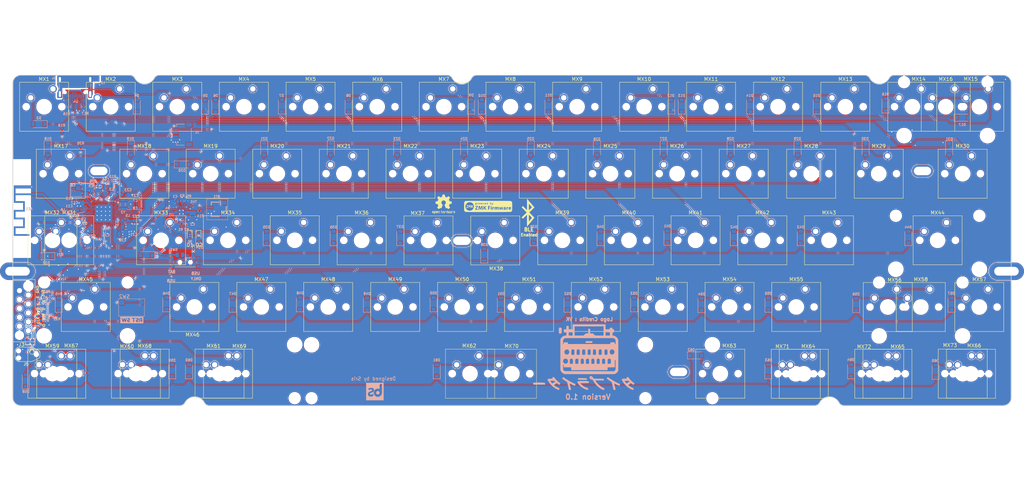
<source format=kicad_pcb>
(kicad_pcb (version 20221018) (generator pcbnew)
  (layers (0 "F.Cu" signal) (31 "B.Cu" signal) (34 "B.Paste" user) (35 "F.Paste" user) (36 "B.SilkS" user "B.Silkscreen") (37 "F.SilkS" user "F.Silkscreen") (38 "B.Mask" user) (39 "F.Mask" user) (44 "Edge.Cuts" user))
  (net 0 "")
  (net 1 "/ANT_FEED")
  (net 2 "GND")
  (net 3 "/VBUS")
  (net 4 "/USB and Power management/V_BATT")
  (net 5 "/USB and Power management/VBUS")
  (net 6 "/VDD_nRF")
  (net 7 "Net-(U3-XC2)")
  (net 8 "Net-(U3-XC1)")
  (net 9 "Net-(U3-P0.00{slash}XL1)")
  (net 10 "Net-(U3-P0.01{slash}XL2)")
  (net 11 "Net-(U3-DEC5)")
  (net 12 "Net-(U3-ANT)")
  (net 13 "Net-(U3-VSS_PA)")
  (net 14 "Net-(U3-DEC4)")
  (net 15 "Net-(U3-DEC3)")
  (net 16 "Net-(U3-DEC2)")
  (net 17 "/VBATT_nRF")
  (net 18 "Net-(U3-DECUSB)")
  (net 19 "Net-(U3-DEC1)")
  (net 20 "Net-(D1-K)")
  (net 21 "Net-(D1-A)")
  (net 22 "Net-(D2-K)")
  (net 23 "Net-(D2-A)")
  (net 24 "/ROW0")
  (net 25 "Net-(D3-A)")
  (net 26 "Net-(D4-A)")
  (net 27 "Net-(D5-A)")
  (net 28 "Net-(D6-A)")
  (net 29 "Net-(D7-A)")
  (net 30 "Net-(D8-A)")
  (net 31 "Net-(D9-A)")
  (net 32 "Net-(D10-A)")
  (net 33 "Net-(D11-A)")
  (net 34 "Net-(D12-A)")
  (net 35 "Net-(D13-A)")
  (net 36 "Net-(D14-A)")
  (net 37 "Net-(D15-A)")
  (net 38 "Net-(D16-A)")
  (net 39 "Net-(D17-A)")
  (net 40 "/ROW1")
  (net 41 "Net-(D18-A)")
  (net 42 "Net-(D19-A)")
  (net 43 "Net-(D20-A)")
  (net 44 "Net-(D21-A)")
  (net 45 "Net-(D22-A)")
  (net 46 "Net-(D23-A)")
  (net 47 "Net-(D24-A)")
  (net 48 "Net-(D25-A)")
  (net 49 "Net-(D26-A)")
  (net 50 "Net-(D27-A)")
  (net 51 "Net-(D28-A)")
  (net 52 "Net-(D29-A)")
  (net 53 "Net-(D30-A)")
  (net 54 "Net-(D31-A)")
  (net 55 "/ROW2")
  (net 56 "Net-(D32-A)")
  (net 57 "Net-(D33-A)")
  (net 58 "Net-(D34-A)")
  (net 59 "Net-(D35-A)")
  (net 60 "Net-(D36-A)")
  (net 61 "Net-(D37-A)")
  (net 62 "Net-(D38-A)")
  (net 63 "Net-(D39-A)")
  (net 64 "Net-(D40-A)")
  (net 65 "Net-(D41-A)")
  (net 66 "Net-(D42-A)")
  (net 67 "Net-(D43-A)")
  (net 68 "Net-(D44-A)")
  (net 69 "/ROW3")
  (net 70 "Net-(D45-A)")
  (net 71 "Net-(D46-A)")
  (net 72 "Net-(D47-A)")
  (net 73 "Net-(D48-A)")
  (net 74 "Net-(D49-A)")
  (net 75 "Net-(D50-A)")
  (net 76 "Net-(D51-A)")
  (net 77 "Net-(D52-A)")
  (net 78 "Net-(D53-A)")
  (net 79 "Net-(D54-A)")
  (net 80 "Net-(D55-A)")
  (net 81 "Net-(D56-A)")
  (net 82 "Net-(D57-A)")
  (net 83 "/ROW4")
  (net 84 "Net-(D58-A)")
  (net 85 "Net-(D59-A)")
  (net 86 "Net-(D60-A)")
  (net 87 "Net-(D61-A)")
  (net 88 "Net-(D62-A)")
  (net 89 "Net-(D63-A)")
  (net 90 "Net-(D64-A)")
  (net 91 "Net-(D65-A)")
  (net 92 "/USB_D-")
  (net 93 "/USB_D+")
  (net 94 "/DB_SWDCLK")
  (net 95 "/DB_SWDIO")
  (net 96 "/DB_SWO")
  (net 98 "/~{nReset}")
  (net 102 "Net-(J4-CC1)")
  (net 104 "Net-(J4-CC2)")
  (net 106 "GNDPWR")
  (net 107 "/COL0")
  (net 108 "/COL1")
  (net 109 "/COL2")
  (net 110 "/COL3")
  (net 111 "/COL4")
  (net 112 "/COL5")
  (net 113 "/COL6")
  (net 114 "/COL7")
  (net 115 "/COL8")
  (net 116 "/COL9")
  (net 117 "/COL10")
  (net 118 "/COL11")
  (net 119 "/COL12")
  (net 120 "/COL13")
  (net 121 "/COL14")
  (net 122 "Net-(U1-ISET)")
  (net 123 "Net-(U1-ILIM)")
  (net 124 "Net-(U1-ITERM)")
  (net 125 "Net-(U3-SWDCLK)")
  (net 126 "Net-(U3-SWDIO)")
  (net 127 "Net-(U3-P1.00{slash}SWO)")
  (net 128 "Net-(U1-TS)")
  (net 130 "Net-(L3-Pad1)")
  (net 137 "/switch_matrix/ROW0")
  (net 145 "/switch_matrix/ROW1")
  (net 155 "/switch_matrix/ROW2")
  (net 156 "/switch_matrix/ROW3")
  (net 157 "/switch_matrix/ROW4")
  (net 158 "Net-(J5-Pin_1)")
  (net 159 "/USB and Power management/CHG_IN")
  (net 160 "Net-(U3-DCC)")
  (net 161 "Net-(U3-DCCH)")
  (net 162 "Net-(C11-Pad1)")
  (footprint "keyboard:SW_Cherry_MX_1.50u_PCB" (layer "F.Cu") (at 16.9 23.6)
    (fp_text reference "MX17")
    (fp_text value "1.5u")
  )
  (footprint "keyboard:ZMK_logo" (layer "F.Cu") (at 136.2 38)
    (fp_text reference "G***" hide)
    (fp_text value "LOGO" hide)
  )
  (footprint "keyboard:SW_Cherry_MX_1.00u_PCB" (layer "F.Cu") (at 40.78 80.62)
    (fp_text reference "MX68")
    (fp_text value "1u")
  )
  (footprint "keyboard:SW_Cherry_MX_1.00u_PCB" (layer "F.Cu") (at 50.1 4.5)
    (fp_text reference "MX3")
    (fp_text value "1u")
  )
  (footprint "keyboard:SW_Cherry_MX_1.00u_PCB" (layer "F.Cu") (at 64.53 42.59)
    (fp_text reference "MX34")
    (fp_text value "1u")
  )
  (footprint "keyboard:OSHW-Logo" (layer "F.Cu") (at 123.5 37.4)
    (fp_text reference "REF**" hide)
    (fp_text value "OSHW-Logo" hide)
  )
  (footprint "keyboard:SW_Cherry_MX_1.25u_PCB" (layer "F.Cu") (at 62.14 80.6)
    (fp_text reference "MX61")
    (fp_text value "1.25u")
  )
  (footprint "keyboard:SW_Cherry_MX_1.25u_PCB" (layer "F.Cu") (at 14.47 80.6)
    (fp_text reference "MX59")
    (fp_text value "1.25u")
  )
  (footprint "keyboard:SW_Cherry_MX_1.75u_PCB" (layer "F.Cu") (at 252.705 61.62)
    (fp_text reference "MX56")
    (fp_text value "1.75u")
  )
  (footprint "keyboard:SW_Cherry_MX_1.00u_PCB" (layer "F.Cu") (at 40.7 23.6)
    (fp_text reference "MX18")
    (fp_text value "1u")
  )
  (footprint "keyboard:SW_Cherry_MX_1.00u_PCB" (layer "F.Cu") (at 88.1 4.5)
    (fp_text reference "MX5")
    (fp_text value "1u")
  )
  (footprint "keyboard:SW_Cherry_MX_1.00u_PCB" (layer "F.Cu") (at 192.6 23.6)
    (fp_text reference "MX26")
    (fp_text value "1u")
  )
  (footprint "keyboard:SW_Cherry_MX_1.00u_PCB" (layer "F.Cu") (at 59.6 23.6)
    (fp_text reference "MX19")
    (fp_text value "1u")
  )
  (footprint "keyboard:DB_CONN" (layer "F.Cu") (at 3.83 67.1 90)
    (fp_text reference "J3")
    (fp_text value "Prog_conn")
  )
  (footprint "keyboard:SW_Cherry_MX_1.00u_PCB" (layer "F.Cu") (at 178.885 42.6)
    (fp_text reference "MX40")
    (fp_text value "1u")
  )
  (footprint "keyboard:SW_Cherry_MX_1.00u_PCB" (layer "F.Cu") (at 197.885 42.6)
    (fp_text reference "MX41")
    (fp_text value "1u")
  )
  (footprint "keyboard:PKRHSL" (layer "F.Cu") (at 0.645 56.5)
    (fp_text reference "H5" hide)
    (fp_text value "MountingHole" hide)
  )
  (footprint "keyboard:SW_Cherry_MX_1.00u_PCB" (layer "F.Cu") (at 278.785 61.62)
    (fp_text reference "MX57")
    (fp_text value "1u")
  )
  (footprint "keyboard:SW_Cherry_MX_2.25u_PCB" (layer "F.Cu") (at 24.01 61.6)
    (fp_text reference "MX45")
    (fp_text value "2.25u")
  )
  (footprint "keyboard:SW_Cherry_MX_1.00u_PCB" (layer "F.Cu") (at 45.46 42.59)
    (fp_text reference "MX33")
    (fp_text value "1u")
  )
  (footprint "keyboard:SW_Cherry_MX_1.50u_PCB" (layer "F.Cu") (at 64.56 80.625)
    (fp_text reference "MX69")
    (fp_text value "1.5u")
  )
  (footprint "keyboard:SW_Cherry_MX_1.00u_PCB" (layer "F.Cu") (at 78.6 23.6)
    (fp_text reference "MX20")
    (fp_text value "1u")
  )
  (footprint "keyboard:SW_Cherry_MX_1.00u_PCB" (layer "F.Cu") (at 154.6 23.6)
    (fp_text reference "MX24")
    (fp_text value "1u")
  )
  (footprint "keyboard:SW_Cherry_MX_1.00u_PCB" (layer "F.Cu") (at 145.1 4.5)
    (fp_text reference "MX8")
    (fp_text value "1u")
  )
  (footprint "keyboard:SW_Cherry_MX_1.00u_PCB" (layer "F.Cu") (at 93.12 61.6)
    (fp_text reference "MX48")
    (fp_text value "1u")
  )
  (footprint "keyboard:SW_Cherry_MX_1.00u_PCB" (layer "F.Cu") (at 150.4 61.6)
    (fp_text reference "MX51")
    (fp_text value "1u")
  )
  (footprint "keyboard:SW_Cherry_MX_1.00u_PCB" (layer "F.Cu") (at 126.1 4.5)
    (fp_text reference "MX7")
    (fp_text value "1u")
  )
  (footprint "keyboard:SW_Cherry_MX_1.00u_PCB" (layer "F.Cu") (at 31.1 4.5)
    (fp_text reference "MX2")
    (fp_text value "1u")
  )
  (footprint "keyboard:salvation_mounting_holes" (layer "F.Cu") (at 266 34.75)
    (fp_text reference "H2" hide)
    (fp_text value "MountingHole")
  )
  (footprint "keyboard:salvation_mounting_holes" (layer "F.Cu") (at 127.2 111.3)
    (fp_text reference "H3" hide)
    (fp_text value "MountingHole")
  )
  (footprint "keyboard:SW_Cherry_MX_1.75u_PCB" (layer "F.Cu") (at 19.26 42.57)
    (fp_text reference "MX31")
    (fp_text value "1.75u")
  )
  (footprint "keyboard:SW_Cherry_MX_6.25u_PCB" (layer "F.Cu") (at 131.0349 85.7)
    (fp_text reference "MX62")
    (fp_text value "6.25u")
  )
  (footprint "keyboard:SW_Cherry_MX_1.00u_PCB" (layer "F.Cu") (at 74.07 61.6)
    (fp_text reference "MX47")
    (fp_text value "1u")
  )
  (footprint "keyboard:SW_Cherry_MX_2.00u_PCB" (layer "F.Cu") (at 269.235 4.5)
    (fp_text reference "MX16")
    (fp_text value "2u")
  )
  (footprint "keyboard:salvation_mounting_holes" (layer "F.Cu") (at 7.27625 -20.6)
    (fp_text reference "H1" hide)
    (fp_text value "MountingHole")
  )
  (footprint "keyboard:TC2030-IDC-NL" (layer "F.Cu") (at 4.835 80.2 180)
    (fp_text reference "J5")
    (fp_text value "Tag connect TC2030-CTX")
  )
  (footprint "keyboard:SW_Cherry_MX_1.00u_PCB" (layer "F.Cu") (at 226.6 61.6)
    (fp_text reference "MX55")
    (fp_text value "1u")
  )
  (footprint "keyboard:SW_Cherry_MX_1.25u_PCB" (layer "F.Cu") (at 14.5 42.6)
    (fp_text reference "MX32")
    (fp_text value "1.25u")
  )
  (footprint "keyboard:SW_Cherry_MX_1.00u_PCB" (layer "F.Cu") (at 240.6 4.5)
    (fp_text reference "MX13")
    (fp_text value "1u")
  )
  (footprint "keyboard:SW_Cherry_MX_1.00u_PCB" (layer "F.Cu") (at 211.6 23.6)
    (fp_text reference "MX27")
    (fp_text value "1u")
  )
  (footprint "keyboard:SW_Cherry_MX_1.50u_PCB" (layer "F.Cu") (at 274.03 23.6)
    (fp_text reference "MX30")
    (fp_text value "1.5u")
  )
  (footprint "keyboard:SW_Cherry_MX_1.00u_PCB" (layer "F.Cu") (at 83.58 42.58)
    (fp_text reference "MX35")
    (fp_text value "1u")
  )
  (footprint "keyboard:LED_0603_1608Metric" (layer "F.Cu") (at 51.1 46.3 -90)
    (fp_text reference "D1")
    (fp_text value "LED")
  )
  (footprint "keyboard:SW_Cherry_MX_1.25u_PCB" (layer "F.Cu") (at 228.745 80.67)
    (fp_text reference "MX64")
    (fp_text value "1.25u")
  )
  (footprint "keyboard:SW_Cherry_MX_2.75u_PCB" (layer "F.Cu") (at 262.125 61.62)
    (fp_text reference "MX58")
    (fp_text value "2.75u")
  )
  (footprint "keyboard:SW_Cherry_MX_1.00u_PCB" (layer "F.Cu") (at 250.26 80.625)
    (fp_text reference "MX72")
    (fp_text value "1u")
  )
  (footprint "keyboard:SW_Cherry_MX_1.50u_PCB" (layer "F.Cu") (at 17 80.625)
    (fp_text reference "MX67")
    (fp_text value "1.5u")
  )
  (footprint "keyboard:SW_Cherry_MX_1.00u_PCB" (layer "F.Cu") (at 216.935 42.6)
    (fp_text reference "MX42")
    (fp_text value "1u")
  )
  (footprint "keyboard:SW_Cherry_MX_1.00u_PCB" (layer "F.Cu") (at 230.835 23.6)
    (fp_text reference "MX28")
    (fp_text value "1u")
  )
  (footprint "keyboard:SW_Cherry_MX_1.25u_PCB" (layer "F.Cu") (at 276.425 80.67)
    (fp_text reference "MX66")
    (fp_text value "1.25u")
  )
  (footprint "keyboard:SW_Cherry_MX_1.00u_PCB" (layer "F.Cu") (at 112.23 61.6)
    (fp_text reference "MX49")
    (fp_text value "1u")
  )
  (footprint "keyboard:SW_Cherry_MX_1.00u_PCB" (layer "F.Cu") (at 183.2 4.5)
    (fp_text reference "MX10")
    (fp_text value "1u")
  )
  (footprint "keyboard:salvation_mounting_holes" (layer "F.Cu") (at 128.3 117.5)
    (fp_text reference "H4" hide)
    (fp_text value "MountingHole")
  )
  (footprint "keyboard:SW_Cherry_MX_1.00u_PCB" (layer "F.Cu") (at 278.8 4.5)
    (fp_text reference "MX15")
    (fp_text value "1u")
  )
  (footprint "keyboard:SW_Cherry_MX_1.00u_PCB" (layer "F.Cu") (at 97.6 23.6)
    (fp_text reference "MX21")
    (fp_text value "1u")
  )
  (footprint "keyboard:SW_Cherry_MX_1.00u_PCB" (layer "F.Cu") (at 235.935 42.6)
    (fp_text reference "MX43")
    (fp_text value "1u")
  )
  (footprint "keyboard:SW_Cherry_MX_1.00u_PCB" (layer "F.Cu") (at 159.885 42.6)
    (fp_text reference "MX39")
    (fp_text value "1u")
  )
  (footprint "keyboard:SW_Cherry_MX_1.00u_PCB" (layer "F.Cu") (at 250.1 23.6)
    (fp_text reference "MX29")
    (fp_text value "1u")
  )
  (footprint "keyboard:SW_Cherry_MX_1.50u_PCB" (layer "F.Cu") (at 274.06 80.61)
    (fp_text reference "MX73")
    (fp_text value "1.5u")
  )
  (footprint "keyboard:SW_Cherry_MX_1.25u_PCB" (layer "F.Cu") (at 38.3 80.6)
    (fp_text reference "MX60")
    (fp_text value "1.25u")
  )
  (footprint "keyboard:SW_Cherry_MX_1.00u_PCB" (layer "F.Cu") (at 135.6 23.6)
    (fp_text reference "MX23")
    (fp_text value "1u")
  )
  (footprint "keyboard:SW_Cherry_MX_1.00u_PCB" (layer "F.Cu") (at 54.97 61.6)
    (fp_text reference "MX46")
    (fp_text value "1u")
  )
  (footprint "keyboard:SW_Cherry_MX_7.00u_PCB" (layer "F.Cu") (at 142.99 85.72)
    (fp_text reference "MX70")
    (fp_text value "7u")
  )
  (footprint "keyboard:SW_Cherry_MX_1.00u_PCB" (layer "F.Cu") (at 202.3 4.5)
    (fp_text reference "MX11")
    (fp_text value "1u")
  )
  (footprint "keyboard:SW_Cherry_MX_1.00u_PCB" (layer "F.Cu") (at 164.1 4.5)
    (fp_text reference "MX9")
    (fp_text value "1u")
  )
  (footprint "keyboard:SW_Cherry_MX_1.00u_PCB" (layer "F.Cu") (at 221.4 4.5)
    (fp_text reference "MX12")
    (fp_text value "1u")
  )
  (footprint "keyboard:SW_Cherry_MX_1.00u_PCB" (layer "F.Cu") (at 131.31 61.6)
    (fp_text reference "MX50")
    (fp_text value "1u")
  )
  (footprint "keyboard:SW_Cherry_MX_1.00u_PCB" (layer "F.Cu") (at 107.1 4.5)
    (fp_text reference "MX6")
    (fp_text value "1u")
  )
  (footprint "keyboard:LED_0603_1608Metric" (layer "F.Cu") (at 53.6 46.3 -90)
    (fp_text reference "D2")
    (fp_text value "LED")
  )
  (footprint "keyboard:SW_Cherry_MX_1.00u_PCB" (layer "F.Cu") (at 12.1 4.5)
    (fp_text reference "MX1")
    (fp_text value "1u")
  )
  (footprint "keyboard:PKRHSL" (layer "F.Cu") (at 284 56.5)
    (fp_text reference "H6" hide)
    (fp_text value "MountingHole" hide)
  )
  (footprint "keyboard:SW_Cherry_MX_1.00u_PCB" (layer "F.Cu") (at 207.57 61.6)
    (fp_text reference "MX54")
    (fp_text value "1u")
  )
  (footprint "keyboard:SW_Cherry_MX_1.00u_PCB" (layer "F.Cu") (at 69.1 4.5)
    (fp_text reference "MX4")
    (fp_text value "1u")
  )
  (footprint "keyboard:SW_Cherry_MX_1.00u_PCB" (layer "F.Cu") (at 116.6 23.6)
    (fp_text reference "MX22")
    (fp_text value "1u")
  )
  (footprint "keyboard:SW_Cherry_MX_1.00u_PCB" (layer "F.Cu") (at 259.7 4.5)
    (fp_text reference "MX14")
    (fp_text value "1u")
  )
  (footprint "keyboard:BLE-symbol" (layer "F.Cu") (at 147.6 39.7)
    (fp_text reference "G***" hide)
    (fp_text value "LOGO" hide)
  )
  (footprint "keyboard:SW_Cherry_MX_1.25u_PCB" (layer "F.Cu") (at 252.595 80.67)
    (fp_text reference "MX65")
    (fp_text value "1.25u")
  )
  (footprint "keyboard:SW_Cherry_MX_1.00u_PCB" (layer "F.Cu") (at 188.53 61.6)
    (fp_text reference "MX53")
    (fp_text value "1u")
  )
  (footprint "keyboard:SW_Cherry_MX_1.00u_PCB" (layer "F.Cu") (at 140.77 42.63)
    (fp_text reference "MX38")
    (fp_text value "1u")
  )
  (footprint "keyboard:SW_Cherry_MX_1.00u_PCB" (layer "F.Cu") (at 121.72 42.63)
    (fp_text reference "MX37")
    (fp_text value "1u")
  )
  (footprint "keyboard:SW_Cherry_MX_1.00u_PCB" (layer "F.Cu") (at 169.46 61.6)
    (fp_text reference "MX52")
    (fp_text value "1u")
  )
  (footprint "keyboard:SW_Cherry_MX_1.25u_PCB" (layer "F.Cu") (at 204.945 80.62)
    (fp_text reference "MX63")
    (fp_text value "1.25u")
  )
  (footprint "keyboard:SW_Cherry_MX_2.25u_PCB" (layer "F.Cu") (at 266.9 42.6)
    (fp_text reference "MX44")
    (fp_text value "2.25u")
  )
  (footprint "keyboard:SW_Cherry_MX_1.50u_PCB" (layer "F.Cu") (at 226.46 80.665)
    (fp_text reference "MX71")
    (fp_text value "1.5u")
  )
  (footprint "keyboard:SW_Cherry_MX_1.00u_PCB" (layer "F.Cu") (at 173.6 23.6)
    (fp_text reference "MX25")
    (fp_text value "1u")
  )
  (footprint "keyboard:SW_Cherry_MX_1.00u_PCB" (layer "F.Cu") (at 102.66 42.61)
    (fp_text reference "MX36")
    (fp_text value "1u")
  )
  (footprint "kibuzzard-64CB1AC3" (layer "B.Cu") (at 34.6 70.4 180)
    (fp_text reference "kibuzzard-64CB1AC3" hide)
    (fp_text value "G***" hide)
  )
  (footprint "keyboard:C_0402_1005Metric" (layer "B.Cu") (at 22.84 33.64 -90)
    (fp_text reference "C5")
    (fp_text value "8pF")
  )
  (footprint "keyboard:D_SOD-123" (layer "B.Cu") (at 63.335 65.8 90)
    (fp_text reference "D47")
    (fp_text value "1N4148W")
  )
  (footprint "keyboard:D_SOD-123" (layer "B.Cu") (at 36 9.3 90)
    (fp_text reference "D4")
    (fp_text value "1N4148W")
  )
  (footprint "keyboard:C_0603_1608Metric" (layer "B.Cu") (at 27.75 34.65 180)
    (fp_text reference "C14")
    (fp_text value "1uF")
  )
  (footprint "keyboard:D_SOD-123" (layer "B.Cu") (at 267.635 21.7 -90)
    (fp_text reference "D31")
    (fp_text value "1N4148W")
  )
  (footprint "keyboard:aqfn73" (layer "B.Cu") (at 26.5 40 180)
    (fp_text reference "U3")
    (fp_text value "nRF52840-QIAA-R/nRF52833-QIAA-R")
  )
  (footprint "keyboard:C_0402_1005Metric" (layer "B.Cu") (at 33.45 34.75 180)
    (fp_text reference "C27")
    (fp_text value "100nF")
  )
  (footprint "keyboard:JST-4-pin" (layer "B.Cu") (at 47 17.54 -90)
    (fp_text reference "J1")
    (fp_text value "JST-4-pin")
  )
  (footprint "keyboard:D_SOD-123" (layer "B.Cu") (at 13.735 65.8 90)
    (fp_text reference "D45")
    (fp_text value "1N4148W")
  )
  (footprint "keyboard:R_0402_1005Metric" (layer "B.Cu") (at 21.7 85.5 90)
    (fp_text reference "R23")
    (fp_text value "10k")
  )
  (footprint "keyboard:D_SOD-123" (layer "B.Cu") (at 131.3 9.3 90)
    (fp_text reference "D9")
    (fp_text value "1N4148W")
  )
  (footprint "keyboard:D_SOD-123" (layer "B.Cu") (at 55.47 9.32 90)
    (fp_text reference "D5")
    (fp_text value "1N4148W")
  )
  (footprint "keyboard:D_SOD-123" (layer "B.Cu") (at 195.4 80.5)
    (fp_text reference "D62")
    (fp_text value "1N4148W")
  )
  (footprint "keyboard:D_SOD-123" (layer "B.Cu") (at 167.235 21.7 -90)
    (fp_text reference "D26")
    (fp_text value "1N4148W")
  )
  (footprint "keyboard:L_0402_1005Metric" (layer "B.Cu") (at 16.685 38.9 180)
    (fp_text reference "L6")
    (fp_text value "2.2nH")
  )
  (footprint "keyboard:D_SOD-123" (layer "B.Cu") (at 72.335 21.7 -90)
    (fp_text reference "D21")
    (fp_text value "1N4148W")
  )
  (footprint "keyboard:D_SOD-123" (layer "B.Cu") (at 110.235 21.7 -90)
    (fp_text reference "D23")
    (fp_text value "1N4148W")
  )
  (footprint "keyboard:D_SOD-123" (layer "B.Cu") (at 149.135 46.8 90)
    (fp_text reference "D39")
    (fp_text value "1N4148W")
  )
  (footprint "keyboard:D_SOD-123" (layer "B.Cu") (at 111.135 46.8 90)
    (fp_text reference "D37")
    (fp_text value "1N4148W")
  )
  (footprint "keyboard:D_SOD-123" (layer "B.Cu") (at 10.235 52.2 180)
    (fp_text reference "D32")
    (fp_text value "1N4148W")
  )
  (footprint "keyboard:SPDT" (layer "B.Cu") (at 49.8 53.94 180)
    (fp_text reference "SW1")
    (fp_text value "MK-12C02-G025 " hide)
  )
  (footprint "keyboard:D_SOD-123" (layer "B.Cu") (at 239.7 84.8 90)
    (fp_text reference "D64")
    (fp_text value "1N4148W")
  )
  (footprint "keyboard:D_SOD-123" (layer "B.Cu") (at 38.7 51.9 180)
    (fp_text reference "D33")
    (fp_text value "1N4148W")
  )
  (footprint "keyboard:logo-silkscreen" (layer "B.Cu") (at 165.046451 79.407969 180)
    (fp_text reference "G***" hide)
    (fp_text value "LOGO" hide)
  )
  (footprint "keyboard:D_SOD-123" (layer "B.Cu") (at 186.235 21.7 -90)
    (fp_text reference "D27")
    (fp_text value "1N4148W")
  )
  (footprint "keyboard:D_SOD-123" (layer "B.Cu") (at 4.335 87.7 90)
    (fp_text reference "D58")
    (fp_text value "1N4148W")
  )
  (footprint "keyboard:C_0402_1005Metric" (layer "B.Cu") (at 20.75 36.95)
    (fp_text reference "C17")
    (fp_text value "100nF")
  )
  (footprint "keyboard:R_0402_1005Metric" (layer "B.Cu") (at 8.135 69.3)
    (fp_text reference "R18")
    (fp_text value "10k")
  )
  (footprint "keyboard:R_0402_1005Metric" (layer "B.Cu") (at 27.25 32.25)
    (fp_text reference "R15")
    (fp_text value "10k")
  )
  (footprint "keyboard:C_0402_1005Metric" (layer "B.Cu") (at 23.215 45.05 180)
    (fp_text reference "C24")
    (fp_text value "100nF")
  )
  (footprint "keyboard:C_0805_2012Metric" (layer "B.Cu") (at 32.85 43.85)
    (fp_text reference "C21")
    (fp_text value "4u7F")
  )
  (footprint "keyboard:D_SOD-123" (layer "B.Cu") (at 73.035 46.8 90)
    (fp_text reference "D35")
    (fp_text value "1N4148W")
  )
  (footprint "keyboard:keyboard-name-silkscreen" (layer "B.Cu") (at 163.821451 88.482969 180)
    (fp_text reference "G***" hide)
    (fp_text value "LOGO" hide)
  )
  (footprint "keyboard:D_SOD-123" (layer "B.Cu") (at 177.835 65.7 90)
    (fp_text reference "D53")
    (fp_text value "1N4148W")
  )
  (footprint "keyboard:D_SOD-123" (layer "B.Cu") (at 82.535 65.7 90)
    (fp_text reference "D48")
    (fp_text value "1N4148W")
  )
  (footprint "keyboard:D_SOD-123" (layer "B.Cu") (at 129.335 21.7 -90)
    (fp_text reference "D24")
    (fp_text value "1N4148W")
  )
  (footprint "keyboard:R_0402_1005Metric" (layer "B.Cu") (at 7.635 67.1 -90)
    (fp_text reference "R9")
    (fp_text value "10k")
  )
  (footprint "keyboard:C_0402_1005Metric" (layer "B.Cu") (at 17.915 33.45 90)
    (fp_text reference "C6")
    (fp_text value "8pF")
  )
  (footprint "keyboard:D_SOD-123" (layer "B.Cu") (at 58.4 9.3 90)
    (fp_text reference "D6")
    (fp_text value "1N4148W")
  )
  (footprint "keyboard:R_0402_1005Metric" (layer "B.Cu") (at 8.035 65.6)
    (fp_text reference "R11")
    (fp_text value "22E")
  )
  (footprint "keyboard:R_0402_1005Metric" (layer "B.Cu") (at 50.035 43.005 -90)
    (fp_text reference "R2")
    (fp_text value "1k2")
  )
  (footprint "keyboard:D_SOD-123" (layer "B.Cu") (at 135.1 51.8 90)
    (fp_text reference "D38")
    (fp_text value "1N4148W")
  )
  (footprint "keyboard:D_SOD-123" (layer "B.Cu") (at 134.4 9.3 90)
    (fp_text reference "D10")
    (fp_text value "1N4148W")
  )
  (footprint "keyboard:D_SOD-123" (layer "B.Cu") (at 120.635 65.7 90)
    (fp_text reference "D50")
    (fp_text value "1N4148W")
  )
  (footprint "keyboard:D_SOD-123" (layer "B.Cu") (at 121.535 84.8 90)
    (fp_text reference "D61")
    (fp_text value "1N4148W")
  )
  (footprint "keyboard:R_0402_1005Metric" (layer "B.Cu") (at 20 21.4 -90)
    (fp_text reference "R20")
    (fp_text value "10k")
  )
  (footprint "keyboard:L_0402_1005Metric" (layer "B.Cu") (at 19.75 38.95 180)
    (fp_text reference "L1")
    (fp_text value "4.7nH")
  )
  (footprint "keyboard:C_0805_2012Metric" (layer "B.Cu") (at 51.935 40.805 -90)
    (fp_text reference "C2")
    (fp_text value "4u7F")
  )
  (footprint "keyboard:L_0603_1608Metric" (layer "B.Cu") (at 30.05 33.95 -90)
    (fp_text reference "L3")
    (fp_text value "10uH")
  )
  (footprint "keyboard:USON-10" (layer "B.Cu") (at 18.685 9.4675 90)
    (fp_text reference "U4")
    (fp_text value "TPD4E05U06DQAR")
  )
  (footprint "keyboard:L_0603_1608Metric" (layer "B.Cu") (at 24.535 2.6 90)
    (fp_text reference "L2")
    (fp_text value "60R@100MHz")
  )
  (footprint "keyboard:C_0805_2012Metric" (layer "B.Cu") (at 35.65 43.05 -90)
    (fp_text reference "C22")
    (fp_text value "4u7F")
  )
  (footprint "keyboard:R_0402_1005Metric" (layer "B.Cu") (at 14.1 50.55 180)
    (fp_text reference "R21")
    (fp_text value "10k")
  )
  (footprint "keyboard:D_SOD-123" (layer "B.Cu") (at 101.635 65.8 90)
    (fp_text reference "D49")
    (fp_text value "1N4148W")
  )
  (footprint "keyboard:D_SOD-123" (layer "B.Cu") (at 243.835 21.7 -90)
    (fp_text reference "D30")
    (fp_text value "1N4148W")
  )
  (footprint "keyboard:R_0402_1005Metric" (layer "B.Cu") (at 53.9 39.24 -90)
    (fp_text reference "R14")
    (fp_text value "10k")
  )
  (footprint "keyboard:R_0402_1005Metric" (layer "B.Cu") (at 46 38.35 -90)
    (fp_text reference "R4")
    (fp_text value "1k2")
  )
  (footprint "keyboard:D_SOD-123" (layer "B.Cu") (at 256.035 46.8 90)
    (fp_text reference "D44")
    (fp_text value "1N4148W")
  )
  (footprint "keyboard:D_SOD-123" (layer "B.Cu") (at 205.335 21.7 -90)
    (fp_text reference "D28")
    (fp_text value "1N4148W")
  )
  (footprint "keyboard:D_SOD-123" (layer "B.Cu") (at 224.435 21.7 -90)
    (fp_text reference "D29")
    (fp_text value "1N4148W")
  )
  (footprint "keyboard:D_SOD-123" (layer "B.Cu") (at 216.135 65.8 90)
    (fp_text reference "D55")
    (fp_text value "1N4148W")
  )
  (footprint "keyboard:D_SOD-123" (layer "B.Cu") (at 49.1 26.04)
    (fp_text reference "D20")
    (fp_text value "1N4148W")
  )
  (footprint "keyboard:D_SOD-123" (layer "B.Cu") (at 168.235 46.8 90)
    (fp_text reference "D40")
    (fp_text value "1N4148W")
  )
  (footprint "keyboard:C_0402_1005Metric" (layer "B.Cu") (at 33.715 36.25 180)
    (fp_text reference "C7")
    (fp_text value "8pF")
  )
  (footprint "keyboard:D_SOD-123" (layer "B.Cu") (at 263.8 84.9 90)
    (fp_text reference "D65")
    (fp_text value "1N4148W")
  )
  (footprint "keyboard:RST_SW" (layer "B.Cu") (at 34.5 66.9 180)
    (fp_text reference "SW2")
    (fp_text value "Reset Switch")
  )
  (footprint "keyboard:D_SOD-123" (layer "B.Cu") (at 229.9 9.3 90)
    (fp_text reference "D15")
    (fp_text value "1N4148W")
  )
  (footprint "keyboard:C_0603_1608Metric" (layer "B.Cu") (at 46.9 36.6 180)
    (fp_text reference "C1")
    (fp_text value "1uF")
  )
  (footprint "keyboard:D_SOD-123" (layer "B.Cu") (at 46.1 84.8 90)
    (fp_text reference "D59")
    (fp_text value "1N4148W")
  )
  (footprint "keyboard:JST-2-pin" (layer "B.Cu") (at 58.9 38.8 -90)
    (fp_text reference "BT1")
    (fp_text value "Lipo cell")
  )
  (footprint "keyboard:C_0402_1005Metric" (layer "B.Cu") (at 33.715 38.55 180)
    (fp_text reference "C8")
    (fp_text value "8pF")
  )
  (footprint "keyboard:D_SOD-123" (layer "B.Cu") (at 216.1 84.8 90)
    (fp_text reference "D63")
    (fp_text value "1N4148W")
  )
  (footprint "keyboard:C_0402_1005Metric" (layer "B.Cu") (at 20.7 40.6)
    (fp_text reference "C9")
    (fp_text value "820pF")
  )
  (footprint "keyboard:D_SOD-123" (layer "B.Cu") (at 268.335 65.8 90)
    (fp_text reference "D57")
    (fp_text value "1N4148W")
  )
  (footprint "keyboard:D_SOD-123" (layer "B.Cu") (at 139.835 65.8 90)
    (fp_text reference "D51")
    (fp_text value "1N4148W")
  )
  (footprint "keyboard:D_SOD-123" (layer "B.Cu") (at 225.335 46.8 90)
    (fp_text reference "D43")
    (fp_text value "1N4148W")
  )
  (footprint "keyboard:D_SOD-123" (layer "B.Cu") (at 50.9 84.8 90)
    (fp_text reference "D60")
    (fp_text value "1N4148W")
  )
  (footprint "keyboard:SMD-2_crystal" (layer "B.Cu") (at 32.015 37.45 -90)
    (fp_text reference "Y2")
    (fp_text value "32.768kHz")
  )
  (footprint "keyboard:D_SOD-123" (layer "B.Cu") (at 91.335 21.7 -90)
    (fp_text reference "D22")
    (fp_text value "1N4148W")
  )
  (footprint "keyboard:R_0402_1005Metric" (layer "B.Cu") (at 13.25 68.95 180)
    (fp_text reference "R22")
    (fp_text value "10k")
  )
  (footprint "keyboard:C_0402_1005Metric" (layer "B.Cu") (at 27.25 33.35 180)
    (fp_text reference "C16")
    (fp_text value "100nF")
  )
  (footprint "keyboard:R_0402_1005Metric" (layer "B.Cu") (at 20.835 9.55 -90)
    (fp_text reference "R17")
    (fp_text value "5k1")
  )
  (footprint "keyboard:D_SOD-123" (layer "B.Cu") (at 34.335 21.7 -90)
    (fp_text reference "D19")
    (fp_text value "1N4148W")
  )
  (footprint "keyboard:R_0402_1005Metric" (layer "B.Cu") (at 48.935 36.515 90)
    (fp_text reference "R5")
    (fp_text value "5k1")
  )
  (footprint "keyboard:D_SOD-123" (layer "B.Cu") (at 271.4 12.7)
    (fp_text reference "D17")
    (fp_text value "1N4148W")
  )
  (footprint "keyboard:C_0402_1005Metric" (layer "B.Cu") (at 21.35 38.45 90)
    (fp_text reference "C10")
    (fp_text value "1pF")
  )
  (footprint "keyboard:R_0402_1005Metric" (layer "B.Cu") (at 8.135 62.3)
    (fp_text reference "R12")
    (fp_text value "22E")
  )
  (footprint "keyboard:R_0402_1005Metric" (layer "B.Cu") (at 8.035 70.5)
    (fp_text reference "R10")
    (fp_text value "22E")
  )
  (footprint "keyboard:D_SOD-123" (layer "B.Cu") (at 92.135 46.8 90)
    (fp_text reference "D36")
    (fp_text value "1N4148W")
  )
  (footprint "keyboard:D_SOD-123" (layer "B.Cu") (at 188.4 9.3 90)
    (fp_text reference "D12")
    (fp_text value "1N4148W")
  )
  (footprint "keyboard:R_0402_1005Metric" (layer "B.Cu") (at 50.135 36.505 -90)
    (fp_text reference "R3")
    (fp_text value "1k2")
  )
  (footprint "keyboard:D_SOD-123" (layer "B.Cu") (at 153.4 9.3 90)
    (fp_text reference "D11")
    (fp_text value "1N4148W")
  )
  (footprint "keyboard:D_SOD-123" (layer "B.Cu") (at 44.435 65.7 90)
    (fp_text reference "D46")
    (fp_text value "1N4148W")
  )
  (footprint "keyboard:SolderBridge" (layer "B.Cu") (at 5.6 76.6)
    (fp_text reference "JP1")
    (fp_text value "SolderJumper")
  )
  (footprint "keyboard:SMD-4_crystal" (layer "B.Cu") (at 20.415 33.65 180)
    (fp_text reference "Y1")
    (fp_text value "32MHz" hide)
  )
  (footprint "keyboard:R_0402_1005Metric" (layer "B.Cu") (at 52 37.8)
    (fp_text reference "TH1")
    (fp_text value "10k")
  )
  (footprint "keyboard:tyye_c_connector" (layer "B.Cu") (at 18.4 1.8)
    (fp_text reference "J4")
    (fp_text value "TYPE-C-31-M12_13")
  )
  (footprint "keyboard:D_SOD-123" (layer "B.Cu") (at 77.4 9.3 90)
    (fp_text reference "D7")
    (fp_text value "1N4148W")
  )
  (footprint "keyboard:D_SOD-123" (layer "B.Cu") (at 96.4 9.3 90)
    (fp_text reference "D8")
    (fp_text value "1N4148W")
  )
  (footprint "keyboard:D_SOD-123" (layer "B.Cu") (at 53.835 46.7 90)
    (fp_text reference "D34")
    (fp_text value "1N4148W")
  )
  (footprint "keyboard:D_SOD-123" (layer "B.Cu") (at 241.135 65.9 90)
    (fp_text reference "D56")
    (fp_text value "1N4148W")
  )
  (footprint "keyboard:D_SOD-123" (layer "B.Cu") (at 10.585 21.7 -90)
    (fp_text reference "D18")
    (fp_text value "1N4148W")
  )
  (footprint "keyboard:D_SOD-123" (layer "B.Cu") (at 8.085 14.55 180)
    (fp_text reference "D3")
    (fp_text value "1N4148W")
  )
  (footprint "keyboard:D_SOD-123" (layer "B.Cu") (at 197.035 65.9 90)
    (fp_text reference "D54")
    (fp_text value "1N4148W")
  )
  (footprint "keyboard:C_0402_1005Metric" (layer "B.Cu") (at 25.55 34.05 -90)
    (fp_text reference "C12")
    (fp_text value "DNP")
  )
  (footprint "keyboard:C_0402_1005Metric" (layer "B.Cu") (at 18.85 35.75)
    (fp_text reference "C13")
    (fp_text value "100pF")
  )
  (footprint "keyboard:C_0402_1005Metric" (layer "B.Cu") (at 24.365 34.15 90)
    (fp_text reference "C26")
    (fp_text value "100nF")
  )
  (footprint "keyboard:D_SOD-123" (layer "B.Cu") (at 249.5 9 90)
    (fp_text reference "D16")
    (fp_text value "1N4148W")
  )
  (footprint "keyboard:R_0402_1005Metric" (layer "B.Cu") (at 7.7 63.9 -90)
    (fp_text reference "R13")
    (fp_text value "10k")
  )
  (footprint "keyboard:D_SOD-123" (layer "B.Cu") (at 191.4 9.3 90)
    (fp_text reference "D13")
    (fp_text value "1N4148W")
  )
  (footprint "keyboard:C_0402_1005Metric" (layer "B.Cu") (at 18.185 38.45 90)
    (fp_text reference "C11")
    (fp_text value "1.2pF")
  )
  (footprint "keyboard:R_0402_1005Metric" (layer "B.Cu") (at 14.7 16.39 -90)
    (fp_text reference "R19")
    (fp_text value "10k")
  )
  (footprint "keyboard:D_SOD-123" (layer "B.Cu") (at 206.235 46.8 90)
    (fp_text reference "D42")
    (fp_text value "1N4148W")
  )
  (footprint "keyboard:D_SOD-123" (layer "B.Cu") (at 187.335 46.7 90)
    (fp_text reference "D41")
    (fp_text value "1N4148W")
  )
  (footprint "keyboard:C_0603_1608Metric" (layer "B.Cu") (at 31.65 33.85 -90)
    (fp_text reference "C23")
    (fp_text value "1uF")
  )
  (footprint "keyboard:D_SOD-123" (layer "B.Cu") (at 158.835 65.8 90)
    (fp_text reference "D52")
    (fp_text value "1N4148W")
  )
  (footprint "keyboard:R_0402_1005Metric" (layer "B.Cu") (at 16.585 9.55 -90)
    (fp_text reference "R16")
    (fp_text value "5k1")
  )
  (footprint "keyboard:L_0603_1608Metric" (layer "B.Cu") (at 32.65 42.05 180)
    (fp_text reference "L5")
    (fp_text value "10uH")
  )
  (footprint "keyboard:QFN-16" (layer "B.Cu") (at 48.715 39.65 180)
    (fp_text reference "U1")
    (fp_text value "BQ24074RGTR")
  )
  (footprint "keyboard:C_0402_1005Metric" (layer "B.Cu") (at 27.215 45.05)
    (fp_text reference "C25")
    (fp_text value "100nF")
  )
  (footprint "keyboard:D_SOD-123" (layer "B.Cu") (at 148.335 21.7 -90)
    (fp_text reference "D25")
    (fp_text value "1N4148W")
  )
  (footprint "keyboard:D_SOD-123" (layer "B.Cu") (at 210.9 9.3 90)
    (fp_text reference "D14")
    (fp_text value "1N4148W")
  )
  (footprint "keyboard:BLE_ANTENNA" (layer "B.Cu") (at 6.395 34.15 -90)
    (fp_text reference "AE1")
    (fp_text value "Antenna_Shield" hide)
  )
  (footprint "keyboard:L_0402_1005Metric" (layer "B.Cu") (at 29.6 31.9)
    (fp_text reference "L4")
    (fp_text value "15nH")
  )
  (footprint "keyboard:C_0805_2012Metric" (layer "B.Cu") (at 31.95 45.95)
    (fp_text reference "C20")
    (fp_text value "4u7F")
  )
  (footprint "keyboard:R_0402_1005Metric" (layer "B.Cu") (at 48.785 43.005 -90)
    (fp_text reference "R1")
    (fp_text value "1k2")
  )
  (footprint "keyboard:creator_logo" (layer "B.Cu") (at 103.9 90.8 180)
    (fp_text reference "G***" hide)
    (fp_text value "LOGO" hide)
  )
  (footprint "keyboard:R_0402_1005Metric" (layer "B.Cu") (at 7.635 72.1 -90)
    (fp_text reference "R8")
    (fp_text value "10k")
  )
  (gr_line (start 23.85 31.3) (end 23.93 32.93) (stroke (width 0.15)) (layer "B.SilkS"))
  (gr_line (start 23.93 32.93) (end 24.11 33.12) (stroke (width 0.15)) (layer "B.SilkS"))
  (gr_line (start 18.87 40.08) (end 21.22 39.52) (stroke (width 0.15)) (layer "B.SilkS"))
  (gr_line (start 17.57 39.85) (end 18.75 39.56) (stroke (width 0.15)) (layer "B.SilkS"))
  (gr_arc (start 49.719429 93.993548) (mid 49.167108 94.582636) (end 48.389395 94.8) (stroke (width 0.2)) (layer "Edge.Cuts"))
  (gr_line (start 0.65 92.55) (end 0.65 2.85) (stroke (width 0.2)) (layer "Edge.Cuts"))
  (gr_arc (start 124.589394 0.6) (mid 125.36711 0.817359) (end 125.919429 1.406451) (stroke (width 0.2)) (layer "Edge.Cuts"))
  (gr_line (start 229.364395 94.8) (end 56.635606 94.8) (stroke (width 0.2)) (layer "Edge.Cuts"))
  (gr_arc (start 283.1 0.6) (mid 284.69099 1.25901) (end 285.35 2.85) (stroke (width 0.2)) (layer "Edge.Cuts"))
  (gr_arc (start 285.35 92.55) (mid 284.69099 94.14099) (end 283.1 94.8) (stroke (width 0.2)) (layer "Edge.Cuts"))
  (gr_arc (start 2.9 94.8) (mid 1.30901 94.14099) (end 0.65 92.55) (stroke (width 0.2)) (layer "Edge.Cuts"))
  (gr_arc (start 0.65 2.85) (mid 1.30901 1.25901) (end 2.9 0.6) (stroke (width 0.2)) (layer "Edge.Cuts"))
  (gr_arc (start 243.651894 0.6) (mid 244.42961 0.817359) (end 244.981929 1.406451) (stroke (width 0.2)) (layer "Edge.Cuts"))
  (gr_arc (start 131.505571 1.406452) (mid 128.7125 3.1) (end 125.919429 1.406451) (stroke (width 0.2)) (layer "Edge.Cuts"))
  (gr_line (start 34.101895 0.6) (end 2.9 0.6) (stroke (width 0.2)) (layer "Edge.Cuts"))
  (gr_arc (start 34.101894 0.6) (mid 34.87961 0.817359) (end 35.431929 1.406451) (stroke (width 0.2)) (layer "Edge.Cuts"))
  (gr_line (start 285.35 92.55) (end 285.35 2.85) (stroke (width 0.2)) (layer "Edge.Cuts"))
  (gr_line (start 124.589395 0.6) (end 42.348106 0.6) (stroke (width 0.2)) (layer "Edge.Cuts"))
  (gr_arc (start 131.505572 1.406452) (mid 132.057893 0.817364) (end 132.835606 0.6) (stroke (width 0.2)) (layer "Edge.Cuts"))
  (gr_arc (start 230.694428 93.993548) (mid 233.4875 92.299999) (end 236.280572 93.993548) (stroke (width 0.2)) (layer "Edge.Cuts"))
  (gr_arc (start 250.568072 1.406452) (mid 251.120393 0.817364) (end 251.898106 0.6) (stroke (width 0.2)) (layer "Edge.Cuts"))
  (gr_arc (start 56.635606 94.8) (mid 55.85789 94.582641) (end 55.305572 93.993548) (stroke (width 0.2)) (layer "Edge.Cuts"))
  (gr_arc (start 49.719428 93.993548) (mid 52.5125 92.299999) (end 55.305572 93.993548) (stroke (width 0.2)) (layer "Edge.Cuts"))
  (gr_arc (start 230.694429 93.993548) (mid 230.142108 94.582636) (end 229.364395 94.8) (stroke (width 0.2)) (layer "Edge.Cuts"))
  (gr_arc (start 41.018071 1.406452) (mid 38.225 3.1) (end 35.431929 1.406451) (stroke (width 0.2)) (layer "Edge.Cuts"))
  (gr_line (start 48.389395 94.8) (end 2.9 94.8) (stroke (width 0.2)) (layer "Edge.Cuts"))
  (gr_arc (start 237.610606 94.8) (mid 236.83289 94.582641) (end 236.280572 93.993548) (stroke (width 0.2)) (layer "Edge.Cuts"))
  (gr_arc (start 250.568071 1.406452) (mid 247.775 3.1) (end 244.981929 1.406451) (stroke (width 0.2)) (layer "Edge.Cuts"))
  (gr_line (start 283.1 94.8) (end 237.610606 94.8) (stroke (width 0.2)) (layer "Edge.Cuts"))
  (gr_arc (start 41.018072 1.406452) (mid 41.570393 0.817364) (end 42.348106 0.6) (stroke (width 0.2)) (layer "Edge.Cuts"))
  (gr_line (start 283.1 0.6) (end 251.898106 0.6) (stroke (width 0.2)) (layer "Edge.Cuts"))
  (gr_line (start 243.651895 0.6) (end 132.835606 0.6) (stroke (width 0.2)) (layer "Edge.Cuts"))
  (gr_text "USB \n" (at 54.135 57.6) (layer "B.SilkS") (effects (font (size 0.8 0.8) (thickness 0.2) bold) (justify left bottom mirror)))
  (gr_text "Designed by Sris" (at 109.97 87.73) (layer "B.SilkS") (effects (font (size 1 1)) (justify left bottom mirror)))
  (gr_text "\nONLY" (at 54.535 59.1) (layer "B.SilkS") (effects (font (size 0.8 0.8) (thickness 0.2) bold) (justify left bottom mirror)))
  (gr_text "Version 1.0" (at 171.3 93.2) (layer "B.SilkS") (effects (font (size 1.5 1.5) (thickness 0.3) bold) (justify left bottom mirror)))
  (gr_text "BAT \n + \nUSB" (at 47.135 59.7) (layer "B.SilkS") (effects (font (size 0.8 0.8) (thickness 0.2) bold) (justify left bottom mirror)))
  (gr_text "Logo Credits : VK" (at 171.9 70.77) (layer "B.SilkS") (effects (font (size 1 1) (thickness 0.25) bold) (justify left bottom mirror)))
  (gr_text "X" (at 10 67.74 90) (layer "F.SilkS") (effects (font (size 0.7 0.7) (thickness 0.15) bold) (justify left bottom)))
  (gr_text "CLK" (at 8.3 71.54 90) (layer "F.SilkS") (effects (font (size 0.7 0.7) (thickness 0.15) bold) (justify left bottom)))
  (gr_text "RST" (at 9.9 70.64 90) (layer "F.SilkS") (effects (font (size 0.7 0.7) (thickness 0.15) bold) (justify left bottom)))
  (gr_text "X" (at 8.2 66.34 90) (layer "F.SilkS") (effects (font (size 0.7 0.7) (thickness 0.15) bold) (justify left bottom)))
  (gr_text "SWO" (at 8.2 69.14 90) (layer "F.SilkS") (effects (font (size 0.7 0.7) (thickness 0.15) bold) (justify left bottom)))
  (gr_text "Enabled" (at 145.4 46.6) (layer "F.SilkS") (effects (font (size 0.8 0.8) (thickness 0.2) bold) (justify left bottom)))
  (gr_text "MX70\n" (at 142.9 77.84) (layer "F.SilkS") (effects (font (size 1 1))))
  (gr_text "IO" (at 9.9 72.64 90) (layer "F.SilkS") (effects (font (size 0.7 0.7) (thickness 0.15) bold) (justify left bottom)))
  (gr_text "GND" (at 8.1 62.84 90) (layer "F.SilkS") (effects (font (size 0.7 0.7) (thickness 0.15) bold) (justify left bottom)))
  (gr_text "X" (at 9.8 65.44 90) (layer "F.SilkS") (effects (font (size 0.7 0.7) (thickness 0.15) bold) (justify left bottom)))
  (gr_text "3V3\n" (at 9.7 63.84 90) (layer "F.SilkS") (effects (font (size 0.7 0.7) (thickness 0.15) bold) (justify left bottom)))
  (gr_text "BLE" (at 146.3 45.2) (layer "F.SilkS") (effects (font (size 1 1) (thickness 0.25) bold) (justify left bottom)))
  (gr_text "X" (at 8.2 64.34 90) (layer "F.SilkS") (effects (font (size 0.7 0.7) (thickness 0.15) bold) (justify left bottom)))
  (segment (start 13.53 38.93) (end 16.17 38.93) (width 0.79) (layer "B.Cu") (net 1))
  (segment (start 13.53 38.93) (end 9.15 34.55) (width 0.79) (layer "B.Cu") (net 1))
  (segment (start 9.15 34.55) (end 6.39 34.55) (width 0.79) (layer "B.Cu") (net 1))
  (segment (start 16.17 38.93) (end 16.2 38.9) (width 0.79) (layer "B.Cu") (net 1))
  (segment (start 28.37 38.13) (end 28.3 38.2) (width 0.21) (layer "F.Cu") (net 2))
  (segment (start 33.52 38.13) (end 28.37 38.13) (width 0.21) (layer "F.Cu") (net 2))
  (segment (start 23.0995 36.5995) (end 24.7 38.2) (width 0.21) (layer "F.Cu") (net 2))
  (segment (start 34.25 37.4) (end 33.52 38.13) (width 0.21) (layer "F.Cu") (net 2))
  (segment (start 23.0995 34.847696) (end 23.0995 36.5995) (width 0.21) (layer "F.Cu") (net 2))
  (via (at 27.7 45.73) (size 0.6) (drill 0.3) (layers "F.Cu" "B.Cu") (net 2))
  (via (at 16.5 62.9) (size 0.6) (drill 0.3) (layers "F.Cu" "B.Cu") (net 2))
  (via (at 35.3 45.15) (size 0.6) (drill 0.3) (layers "F.Cu" "B.Cu") (net 2))
  (via (at 257.1 16.2) (size 0.6) (drill 0.3) (layers "F.Cu" "B.Cu") (net 2))
  (via (at 19.97 37.91) (size 0.6) (drill 0.3) (layers "F.Cu" "B.Cu") (net 2))
  (via (at 45.2 36.6) (size 0.6) (drill 0.3) (layers "F.Cu" "B.Cu") (net 2))
  (via (at 258 20.6) (size 0.6) (drill 0.3) (layers "F.Cu" "B.Cu") (net 2))
  (via (at 21 62) (size 0.6) (drill 0.3) (layers "F.Cu" "B.Cu") (net 2))
  (via (at 61.5 43.9) (size 0.6) (drill 0.3) (layers "F.Cu" "B.Cu") (net 2))
  (via (at 57.3 40) (size 0.6) (drill 0.3) (layers "F.Cu" "B.Cu") (net 2))
  (via (at 25.435 3.4) (size 0.6) (drill 0.3) (layers "F.Cu" "B.Cu") (net 2))
  (via (at 34.25 37.4) (size 0.6) (drill 0.3) (layers "F.Cu" "B.Cu") (net 2))
  (via (at 48.9 35.4) (size 0.6) (drill 0.3) (layers "F.Cu" "B.Cu") (net 2))
  (via (at 256.7 19.7) (size 0.6) (drill 0.3) (layers "F.Cu" "B.Cu") (net 2))
  (via (at 16.6 10.8) (size 0.6) (drill 0.3) (layers "F.Cu" "B.Cu") (net 2))
  (via (at 265.9 19.8) (size 0.6) (drill 0.3) (layers "F.Cu" "B.Cu") (net 2))
  (via (at 34.6 42.95) (size 0.6) (drill 0.3) (layers "F.Cu" "B.Cu") (net 2))
  (via (at 19.09 37.91) (size 0.6) (drill 0.3) (layers "F.Cu" "B.Cu") (net 2))
  (via (at 18.8 10.6) (size 0.6) (drill 0.3) (layers "F.Cu" "B.Cu") (net 2))
  (via (at 25.55 32.75) (size 0.6) (drill 0.3) (layers "F.Cu" "B.Cu") (net 2))
  (via (at 28.964289 49.3414) (size 0.6) (drill 0.3) (layers "F.Cu" "B.Cu") (net 2))
  (via (at 2.01 77.44) (size 0.6) (drill 0.3) (layers "F.Cu" "B.Cu") (net 2))
  (via (at 32.95 43.75) (size 0.6) (drill 0.3) (layers "F.Cu" "B.Cu") (net 2))
  (via (at 16.35 54.4) (size 0.6) (drill 0.3) (layers "F.Cu" "B.Cu") (net 2))
  (via (at 251.3 16.8) (size 0.6) (drill 0.3) (layers "F.Cu" "B.Cu") (net 2))
  (via (at 24.6 60) (size 0.6) (drill 0.3) (layers "F.Cu" "B.Cu") (net 2))
  (via (at 46.335 19.7) (size 0.6) (drill 0.3) (layers "F.Cu" "B.Cu") (net 2))
  (via (at 47.735 19.7) (size 0.6) (drill 0.3) (layers "F.Cu" "B.Cu") (net 2))
  (via (at 58.1 39.4) (size 0.6) (drill 0.3) (layers "F.Cu" "B.Cu") (net 2))
  (via (at 51.9 42.655) (size 0.6) (drill 0.3) (layers "F.Cu" "B.Cu") (net 2))
  (via (at 33.85 45.95) (size 0.6) (drill 0.3) (layers "F.Cu" "B.Cu") (net 2))
  (via (at 53.1 41.805) (size 0.6) (drill 0.3) (layers "F.Cu" "B.Cu") (net 2))
  (via (at 11 71.8) (size 0.6) (drill 0.3) (layers "F.Cu" "B.Cu") (net 2))
  (via (at 42.09 44.54) (size 0.6) (drill 0.3) (layers "F.Cu" "B.Cu") (net 2))
  (via (at 31.65 32.25) (size 0.6) (drill 0.3) (layers "F.Cu" "B.Cu") (net 2))
  (via (at 22.1 45.05) (size 0.6) (drill 0.3) (layers "F.Cu" "B.Cu") (net 2))
  (via (at 34.7 34.7) (size 0.6) (drill 0.3) (layers "F.Cu" "B.Cu") (net 2))
  (via (at 34.45 45.1) (size 0.6) (drill 0.3) (layers "F.Cu" "B.Cu") (net 2))
  (via (at 23.0995 34.847696) (size 0.6) (drill 0.3) (layers "F.Cu" "B.Cu") (net 2))
  (via (at 19.3 40.55) (size 0.6) (drill 0.3) (layers "F.Cu" "B.Cu") (net 2))
  (via (at 26.95 31.4) (size 0.6) (drill 0.3) (layers "F.Cu" "B.Cu") (net 2))
  (via (at 21.25 49.25) (size 0.6) (drill 0.3) (layers "F.Cu" "B.Cu") (net 2))
  (via (at 18.18 37.35) (size 0.6) (drill 0.3) (layers "F.Cu" "B.Cu") (net 2))
  (via (at 19.55 37.01) (size 0.6) (drill 0.3) (layers "F.Cu" "B.Cu") (net 2))
  (via (at 24.4 32.7) (size 0.6) (drill 0.3) (layers "F.Cu" "B.Cu") (net 2))
  (via (at 283.7 1.8) (size 0.6) (drill 0.3) (layers "F.Cu" "B.Cu") (net 2))
  (via (at 19.335 55.9) (size 0.6) (drill 0.3) (layers "F.Cu" "B.Cu") (net 2))
  (via (at 15.035 57.6) (size 0.6) (drill 0.3) (layers "F.Cu" "B.Cu") (net 2))
  (via (at 12.8 43.2) (size 0.6) (drill 0.3) (layers "F.Cu" "B.Cu") (net 2))
  (via (at 56.4 40) (size 0.6) (drill 0.3) (layers "F.Cu" "B.Cu") (net 2))
  (via (at 10.6 52.2) (size 0.6) (drill 0.3) (layers "F.Cu" "B.Cu") (net 2))
  (via (at 50.75 41.855) (size 0.6) (drill 0.3) (layers "F.Cu" "B.Cu") (net 2))
  (via (at 13.7 54.8) (size 0.6) (drill 0.3) (layers "F.Cu" "B.Cu") (net 2))
  (via (at 20.9 10.7) (size 0.6) (drill 0.3) (layers "F.Cu" "B.Cu") (net 2))
  (via (at 16.235 56.2) (size 0.6) (drill 0.3) (layers "F.Cu" "B.Cu") (net 2))
  (via (at 47.035 44.5) (size 0.6) (drill 0.3) (layers "F.Cu" "B.Cu") (net 2))
  (via (at 16.65 50.85) (size 0.6) (drill 0.3) (layers "F.Cu" "B.Cu") (net 2))
  (via (at 16.65 44.5) (size 0.6) (drill 0.3) (layers "F.Cu" "B.Cu") (net 2))
  (via (at 33.8 46.65) (size 0.6) (drill 0.3) (layers "F.Cu" "B.Cu") (net 2))
  (via (at 35.4 43.05) (size 0.6) (drill 0.3) (layers "F.Cu" "B.Cu") (net 2))
  (via (at 45.835 19.1) (size 0.6) (drill 0.3) (layers "F.Cu" "B.Cu") (net 2))
  (via (at 36.2 43.05) (size 0.6) (drill 0.3) (layers "F.Cu" "B.Cu") (net 2))
  (via (at 25.5 31.95) (size 0.6) (drill 0.3) (layers "F.Cu" "B.Cu") (net 2))
  (via (at 33.8 45.25) (size 0.6) (drill 0.3) (layers "F.Cu" "B.Cu") (net 2))
  (via (at 3.435 78.8) (size 0.6) (drill 0.3) (layers "F.Cu" "B.Cu") (net 2))
  (via (at 11.4 44.3) (size 0.6) (drill 0.3) (layers "F.Cu" "B.Cu") (net 2))
  (via (at 48.235 19) (size 0.6) (drill 0.3) (layers "F.Cu" "B.Cu") (net 2))
  (via (at 32 45.95) (size 0.6) (drill 0.3) (layers "F.Cu" "B.Cu") (net 2))
  (via (at 47.035 19.7) (size 0.6) (drill 0.3) (layers "F.Cu" "B.Cu") (net 2))
  (via (at 11 54.95) (size 0.6) (drill 0.3) (layers "F.Cu" "B.Cu") (net 2))
  (via (at 32.85 47.1) (size 0.6) (drill 0.3) (layers "F.Cu" "B.Cu") (net 2))
  (via (at 17.65 35.7) (size 0.6) (drill 0.3) (layers "F.Cu" "B.Cu") (net 2))
  (via (at 50.1 35.4) (size 0.6) (drill 0.3) (layers "F.Cu" "B.Cu") (net 2))
  (via (at 45.3 37.8) (size 0.6) (drill 0.3) (layers "F.Cu" "B.Cu") (net 2))
  (segment (start 34.195 37.345) (end 34.25 37.4) (width 0.21) (layer "B.Cu") (net 2))
  (segment (start 22.39 31.84) (end 22.84 32.29) (width 0.21) (layer "B.Cu") (net 2))
  (segment (start 23.407942 34.420672) (end 23.0995 34.729114) (width 0.21) (layer "B.Cu") (net 2))
  (segment (start 17.35 32.55) (end 18.06 31.84) (width 0.21) (layer "B.Cu") (net 2))
  (segment (start 18.06 31.84) (end 21.51 31.84) (width 0.21) (layer "B.Cu") (net 2))
  (segment (start 34.195 37.455) (end 34.25 37.4) (width 0.21) (layer "B.Cu") (net 2))
  (segment (start 22.84 33.16) (end 23.407942 33.727942) (width 0.21) (layer "B.Cu") (net 2))
  (segment (start 23.0995 34.729114) (end 23.0995 34.847696) (width 0.21) (layer "B.Cu") (net 2))
  (segment (start 21.515 31.845) (end 21.51 31.84) (width 0.21) (layer "B.Cu") (net 2))
  (segment (start 21.51 31.84) (end 22.39 31.84) (width 0.21) (layer "B.Cu") (net 2))
  (segment (start 17.35 33.365) (end 17.35 32.55) (width 0.21) (layer "B.Cu") (net 2))
  (segment (start 23.407942 33.727942) (end 23.407942 34.420672) (width 0.21) (layer "B.Cu") (net 2))
  (segment (start 28.435 41.133159) (end 28.435 41.1) (width 0.2) (layer "B.Cu") (net 2))
  (segment (start 34.195 38.55) (end 34.195 37.455) (width 0.21) (layer "B.Cu") (net 2))
  (segment (start 22.84 32.29) (end 22.84 33.16) (width 0.21) (layer "B.Cu") (net 2))
  (segment (start 17.915 33.93) (end 17.35 33.365) (width 0.21) (layer "B.Cu") (net 2))
  (segment (start 34.195 36.25) (end 34.195 37.345) (width 0.21) (layer "B.Cu") (net 2))
  (segment (start 21.515 32.8) (end 21.515 31.845) (width 0.21) (layer "B.Cu") (net 2))
  (segment (start 29.918515 43.881485) (end 30.6 43.2) (width 0.21) (layer "F.Cu") (net 3))
  (segment (start 52.1 49.24) (end 52.1 50.84) (width 0.4) (layer "F.Cu") (net 3))
  (segment (start 30.6 43.2) (end 30.6 41.9) (width 0.21) (layer "F.Cu") (net 3))
  (segment (start 52.1 52.34) (end 52.1 50.84) (width 0.4) (layer "F.Cu") (net 3))
  (segment (start 30.6 53.34) (end 30.6 47.75) (width 0.4) (layer "F.Cu") (net 3))
  (segment (start 50.1 53.04) (end 51.4 53.04) (width 0.4) (layer "F.Cu") (net 3))
  (segment (start 30.6 47.75) (end 31 47.35) (width 0.4) (layer "F.Cu") (net 3))
  (segment (start 51.4 53.04) (end 52.1 52.34) (width 0.4) (layer "F.Cu") (net 3))
  (via (at 31 47.35) (size 0.6) (drill 0.3) (layers "F.Cu" "B.Cu") (net 3))
  (via (at 29.918515 43.881485) (size 0.6) (drill 0.3) (layers "F.Cu" "B.Cu") (net 3))
  (via (at 52.1 49.24) (size 0.6) (drill 0.3) (layers "F.Cu" "B.Cu") (net 3))
  (via (at 30.6 53.34) (size 0.6) (drill 0.3) (layers "F.Cu" "B.Cu") (net 3))
  (via (at 50.1 53.04) (size 0.6) (drill 0.3) (layers "F.Cu" "B.Cu") (net 3))
  (via (at 52.1 50.84) (size 0.6) (drill 0.3) (layers "F.Cu" "B.Cu") (net 3))
  (via (at 30.6 41.9) (size 0.6) (drill 0.3) (layers "F.Cu" "B.Cu") (net 3))
  (segment (start 46.81 46.05) (end 48.45 46.05) (width 0.4) (layer "B.Cu") (net 3))
  (segment (start 49.4 42.495) (end 48.785 42.495) (width 0.254) (layer "B.Cu") (net 3))
  (segment (start 29.38 42.13) (end 29.25 42) (width 0.21) (layer "B.Cu") (net 3))
  (segment (start 31 47.35) (end 31 45.95) (width 0.4) (layer "B.Cu") (net 3))
  (segment (start 47.352208 53.615) (end 47.927208 53.04) (width 0.4) (layer "B.Cu") (net 3))
  (segment (start 44.01 41.98939) (end 44.01 43.25) (width 0.4) (layer "B.Cu") (net 3))
  (segment (start 46.595 40.168945) (end 46.595 41.7) (width 0.21) (layer "B.Cu") (net 3))
  (segment (start 52.1 50.84) (end 52.1 51.79) (width 0.4) (layer "B.Cu") (net 3))
  (segment (start 29.918515 43.881485) (end 31 44.96297) (width 0.21) (layer "B.Cu") (net 3))
  (segment (start 47.28 39.9) (end 46.863945 39.9) (width 0.21) (layer "B.Cu") (net 3))
  (segment (start 30.6 41.9) (end 30.146519 41.9) (width 0.21) (layer "B.Cu") (net 3))
  (segment (start 52.1 51.79) (end 52.05 51.84) (width 0.4) (layer "B.Cu") (net 3))
  (segment (start 30.875 53.615) (end 47.352208 53.615) (width 0.4) (layer "B.Cu") (net 3))
  (segment (start 29.916519 42.13) (end 29.38 42.13) (width 0.21) (layer "B.Cu") (net 3))
  (segment (start 46.863945 39.9) (end 46.595 40.168945) (width 0.21) (layer "B.Cu") (net 3))
  (segment (start 50.55 48.15) (end 50.55 48.209239) (width 0.4) (layer "B.Cu") (net 3))
  (segment (start 46.595 41.7) (end 47.39 42.495) (width 0.21) (layer "B.Cu") (net 3))
  (segment (start 47.927208 53.04) (end 50.1 53.04) (width 0.4) (layer "B.Cu") (net 3))
  (segment (start 47.39 42.495) (end 48.785 42.495) (width 0.21) (layer "B.Cu") (net 3))
  (segment (start 47.28 39.9) (end 45.34 39.9) (width 0.4) (layer "B.Cu") (net 3))
  (segment (start 44.05 41.94939) (end 44.01 41.98939) (width 0.4) (layer "B.Cu") (net 3))
  (segment (start 44.01 43.25) (end 46.81 46.05) (width 0.4) (layer "B.Cu") (net 3))
  (segment (start 30.146519 41.9) (end 29.916519 42.13) (width 0.21) (layer "B.Cu") (net 3))
  (segment (start 49.4 42.495) (end 50.035 42.495) (width 0.254) (layer "B.Cu") (net 3))
  (segment (start 45.34 39.9) (end 44.05 41.19) (width 0.4) (layer "B.Cu") (net 3))
  (segment (start 30.6 53.34) (end 30.875 53.615) (width 0.4) (layer "B.Cu") (net 3))
  (segment (start 47.28 39.4) (end 47.28 39.9) (width 0.4) (layer "B.Cu") (net 3))
  (segment (start 44.05 41.19) (end 44.05 41.94939) (width 0.4) (layer "B.Cu") (net 3))
  (segment (start 29.25 43.25) (end 29.28703 43.25) (width 0.21) (layer "B.Cu") (net 3))
  (segment (start 51.580761 49.24) (end 52.1 49.24) (width 0.4) (layer "B.Cu") (net 3))
  (segment (start 50.55 48.209239) (end 51.580761 49.24) (width 0.4) (layer "B.Cu") (net 3))
  (segment (start 31 44.96297) (end 31 45.95) (width 0.21) (layer "B.Cu") (net 3))
  (segment (start 29.28703 43.25) (end 29.918515 43.881485) (width 0.21) (layer "B.Cu") (net 3))
  (segment (start 48.45 46.05) (end 50.55 48.15) (width 0.4) (layer "B.Cu") (net 3))
  (segment (start 49.465 41.085) (end 49.465 42.43) (width 0.254) (layer "B.Cu") (net 3))
  (segment (start 49.465 42.43) (end 49.4 42.495) (width 0.254) (layer "B.Cu") (net 3))
  (segment (start 53.89 39.74) (end 52.05 39.74) (width 0.4) (layer "B.Cu") (net 4))
  (segment (start 52.05 39.74) (end 51.935 39.855) (width 0.4) (layer "B.Cu") (net 4))
  (segment (start 55.64 38.3) (end 56.925 38.3) (width 0.4) (layer "B.Cu") (net 4))
  (segment (start 53.9 39.75) (end 53.89 39.74) (width 0.4) (layer "B.Cu") (net 4))
  (segment (start 53.9 39.75) (end 54.19 39.75) (width 0.4) (layer "B.Cu") (net 4))
  (segment (start 54.19 39.75) (end 55.64 38.3) (width 0.4) (layer "B.Cu") (net 4))
  (segment (start 68.6 49.74) (end 65.6 52.74) (width 0.3) (layer "F.Cu") (net 5))
  (segment (start 45.16 15.45) (end 45.75 16.04) (width 0.3) (layer "F.Cu") (net 5))
  (segment (start 45.16 5.88) (end 45.16 15.45) (width 0.3) (layer "F.Cu") (net 5))
  (segment (start 57.3 16.04) (end 68.6 27.34) (width 0.3) (layer "F.Cu") (net 5))
  (segment (start 45.25 5.79) (end 45.16 5.88) (width 0.3) (layer "F.Cu") (net 5))
  (segment (start 68.6 27.34) (end 68.6 49.74) (width 0.3) (layer "F.Cu") (net 5))
  (via (at 45.25 5.79) (size 0.6) (drill 0.3) (layers "F.Cu" "B.Cu") (net 5))
  (via (at 57.3 16.04) (size 0.6) (drill 0.3) (layers "F.Cu" "B.Cu") (net 5))
  (via (at 45.75 16.04) (size 0.6) (drill 0.3) (layers "F.Cu" "B.Cu") (net 5))
  (via (at 65.6 52.74) (size 0.6) (drill 0.3) (layers "F.Cu" "B.Cu") (net 5))
  (segment (start 16.84 5.04) (end 19.860051 5.04) (width 0.3) (layer "B.Cu") (net 5))
  (segment (start 16.2 6.35) (end 16.2 5.68) (width 0.3) (layer "B.Cu") (net 5))
  (segment (start 19.860051 5.04) (end 20.8 5.979949) (width 0.3) (layer "B.Cu") (net 5))
  (segment (start 16.2 5.68) (end 16.84 5.04) (width 0.3) (layer "B.Cu") (net 5))
  (segment (start 65.6 52.74) (end 64.775 53.565) (width 0.3) (layer "B.Cu") (net 5))
  (segment (start 42 5.04) (end 44.5 5.04) (width 0.3) (layer "B.Cu") (net 5))
  (segment (start 28.61 4.67) (end 29.99005 6.05005) (width 0.3) (layer "B.Cu") (net 5))
  (segment (start 29.99005 6.05005) (end 40.98995 6.05005) (width 0.3) (layer "B.Cu") (net 5))
  (segment (start 16 6.55) (end 16.2 6.35) (width 0.3) (layer "B.Cu") (net 5))
  (segment (start 19.860051 5.04) (end 20.230051 4.67) (width 0.3) (layer "B.Cu") (net 5))
  (segment (start 20.230051 4.67) (end 28.61 4.67) (width 0.3) (layer "B.Cu") (net 5))
  (segment (start 20.8 5.979949) (end 20.8 6.55) (width 0.3) (layer "B.Cu") (net 5))
  (segment (start 45.75 16.04) (end 47 16.04) (width 0.3) (layer "B.Cu") (net 5))
  (segment (start 64.775 53.565) (end 52.225 53.565) (width 0.3) (layer "B.Cu") (net 5))
  (segment (start 44.5 5.04) (end 45.25 5.79) (width 0.3) (layer "B.Cu") (net 5))
  (segment (start 40.98995 6.05005) (end 42 5.04) (width 0.3) (layer "B.Cu") (net 5))
  (segment (start 47 16.04) (end 57.3 16.04) (width 0.3) (layer "B.Cu") (net 5))
  (segment (start 52.225 53.565) (end 50.5 51.84) (width 0.3) (layer "B.Cu") (net 5))
  (segment (start 50.5 51.84) (end 49.05 51.84) (width 0.3) (layer "B.Cu") (net 5))
  (segment (start 36.95 34.5) (end 36.6 34.15) (width 0.4) (layer "F.Cu") (net 6))
  (segment (start 4.9 75.07) (end 3.82 73.99) (width 0.254) (layer "F.Cu") (net 6))
  (segment (start 35.4 49.8) (end 35.4 49.4) (width 0.18) (layer "F.Cu") (net 6))
  (segment (start 26.896966 47.95) (end 26.880389 47.966577) (width 0.254) (layer "F.Cu") (net 6))
  (segment (start 35.71 46.88) (end 36.95 45.64) (width 0.18) (layer "F.Cu") (net 6))
  (segment (start 3.82 73.99) (end 3.82 64.57) (width 0.254) (layer "F.Cu") (net 6))
  (segment (start 26.9605 58.1395) (end 26.4 58.7) (width 0.254) (layer "F.Cu") (net 6))
  (segment (start 26.880389 47.966577) (end 26.880389 58.059389) (width 0.254) (layer "F.Cu") (net 6))
  (segment (start 36.95 41.9) (end 36.95 34.5) (width 0.4) (layer "F.Cu") (net 6))
  (segment (start 3.82 64.57) (end 5.1 63.29) (width 0.254) (layer "F.Cu") (net 6))
  (segment (start 35.71 49.09) (end 35.71 46.88) (width 0.18) (layer "F.Cu") (net 6))
  (segment (start 35.4 49.4) (end 35.71 49.09) (width 0.18) (layer "F.Cu") (net 6))
  (segment (start 4.9 75.3) (end 4.9 75.07) (width 0.254) (layer "F.Cu") (net 6))
  (segment (start 26.880389 58.059389) (end 26.9605 58.1395) (width 0.254) (layer "F.Cu") (net 6))
  (segment (start 36.95 45.64) (end 36.95 41.9) (width 0.18) (layer "F.Cu") (net 6))
  (via (at 26.896966 47.95) (size 0.6) (drill 0.3) (layers "F.Cu" "B.Cu") (net 6))
  (via (at 4.9 75.3) (size 0.6) (drill 0.3) (layers "F.Cu" "B.Cu") (net 6))
  (via (at 26.4 58.7) (size 0.6) (drill 0.3) (layers "F.Cu" "B.Cu") (net 6))
  (via (at 36.95 41.9) (size 0.6) (drill 0.3) (layers "F.Cu" "B.Cu") (net 6))
  (via (at 35.4 49.8) (size 0.6) (drill 0.3) (layers "F.Cu" "B.Cu") (net 6))
  (via (at 36.6 34.15) (size 0.6) (drill 0.3) (layers "F.Cu" "B.Cu") (net 6))
  (segment (start 36.35 33.9) (end 32.375 33.9) (width 0.4) (layer "B.Cu") (net 6))
  (segment (start 23.8 34.065) (end 23.8 32.45) (width 0.21) (layer "B.Cu") (net 6))
  (segment (start 26.25 43.25) (end 26.25 43.95) (width 0.18) (layer "B.Cu") (net 6))
  (segment (start 13.298 58.398) (end 12.678 57.778) (width 0.254) (layer "B.Cu") (net 6))
  (segment (start 26.896966 45.646966) (end 26.735 45.485) (width 0.254) (layer "B.Cu") (net 6))
  (segment (start 7.668 61.012) (end 5.39 63.29) (width 0.254) (layer "B.Cu") (net 6))
  (segment (start 25.65 30.6) (end 31.4 30.6) (width 0.21) (layer "B.Cu") (net 6))
  (segment (start 26.25 43.95) (end 26.735 44.435) (width 0.18) (layer "B.Cu") (net 6))
  (segment (start 7.668 58.832) (end 7.668 61.012) (width 0.254) (layer "B.Cu") (net 6))
  (segment (start 31.56 35.29) (end 31.65 35.2) (width 0.21) (layer "B.Cu") (net 6))
  (segment (start 27.9309 49.8809) (end 35.3191 49.8809) (width 0.18) (layer "B.Cu") (net 6))
  (segment (start 32.375 33.9) (end 31.65 34.625) (width 0.4) (layer "B.Cu") (net 6))
  (segment (start 26.4 58.7) (end 26.098 58.398) (width 0.254) (layer "B.Cu") (net 6))
  (segment (start 26.896966 48.846966) (end 27.9309 49.8809) (width 0.18) (layer "B.Cu") (net 6))
  (segment (start 30.884194 35.29) (end 31.56 35.29) (width 0.21) (layer "B.Cu") (net 6))
  (segment (start 23.8 32.45) (end 25.65 30.6) (width 0.21) (layer "B.Cu") (net 6))
  (segment (start 26.098 58.398) (end 13.298 58.398) (width 0.254) (layer "B.Cu") (net 6))
  (segment (start 31.4 30.6) (end 32.85 32.05) (width 0.21) (layer "B.Cu") (net 6))
  (segment (start 29.75 37.25) (end 29.75 36.424194) (width 0.21) (layer "B.Cu") (net 6))
  (segment (start 5.39 63.29) (end 5.1 63.29) (width 0.254) (layer "B.Cu") (net 6))
  (segment (start 22.820618 45.924382) (end 20.561942 45.924382) (width 0.18) (layer "B.Cu") (net 6))
  (segment (start 23.7 35.295) (end 23.7 35.95) (width 0.21) (layer "B.Cu") (net 6))
  (segment (start 33.32 41.32) (end 33.4375 41.4375) (width 0.21) (layer "B.Cu") (net 6))
  (segment (start 35.65 42.1) (end 33.4875 42.1) (width 0.4) (layer "B.Cu") (net 6))
  (segment (start 26.896966 47.95) (end 26.896966 45.646966) (width 0.254) (layer "B.Cu") (net 6))
  (segment (start 29.75 36.424194) (end 30.884194 35.29) (width 0.21) (layer "B.Cu") (net 6))
  (segment (start 12.678 57.778) (end 8.722 57.778) (width 0.254) (layer "B.Cu") (net 6))
  (segment (start 29.787402 41.75) (end 30.217402 41.32) (width 0.21) (layer "B.Cu") (net 6))
  (segment (start 25.046966 49.8) (end 26.896966 47.95) (width 0.18) (layer "B.Cu") (net 6))
  (segment (start 23.75 44.995) (end 23.695 45.05) (width 0.18) (layer "B.Cu") (net 6))
  (segment (start 19.85 46.636324) (end 19.85 48.613676) (width 0.18) (layer "B.Cu") (net 6))
  (segment (start 33.4375 41.4375) (end 33.4375 42.05) (width 0.21) (layer "B.Cu") (net 6))
  (segment (start 35.65 42.1) (end 36.75 42.1) (width 0.4) (layer "B.Cu") (net 6))
  (segment (start 23.75 43.25) (end 23.75 44.995) (width 0.18) (layer "B.Cu") (net 6))
  (segment (start 36.75 42.1) (end 36.95 41.9) (width 0.4) (layer "B.Cu") (net 6))
  (segment (start 24.25 36.5) (end 24.25 36.75) (width 0.21) (layer "B.Cu") (net 6))
  (segment (start 26.735 45.485) (end 26.735 45.05) (width 0.254) (layer "B.Cu") (net 6))
  (segment (start 33.4875 42.1) (end 33.4375 42.05) (width 0.4) (layer "B.Cu") (net 6))
  (segment (start 26.735 44.435) (end 26.735 45.05) (width 0.18) (layer "B.Cu") (net 6))
  (segment (start 35.3191 49.8809) (end 35.4 49.8) (width 0.18) (layer "B.Cu") (net 6))
  (segment (start 20.561942 45.924382) (end 19.85 46.636324) (width 0.18) (layer "B.Cu") (net 6))
  (segment (start 30.217402 41.32) (end 33.32 41.32) (width 0.21) (layer "B.Cu") (net 6))
  (segment (start 31.65 35.2) (end 31.65 34.625) (width 0.21) (layer "B.Cu") (net 6))
  (segment (start 24.365 34.63) (end 23.7 35.295) (width 0.21) (layer "B.Cu") (net 6))
  (segment (start 26.896966 47.95) (end 26.896966 48.846966) (width 0.18) (layer "B.Cu") (net 6))
  (segment (start 24.365 34.63) (end 23.8 34.065) (width 0.21) (layer "B.Cu") (net 6))
  (segment (start 23.7 35.95) (end 24.25 36.5) (width 0.21) (layer "B.Cu") (net 6))
  (segment (start 4.9 76.55) (end 4.95 76.6) (width 0.254) (layer "B.Cu") (net 6))
  (segment (start 36.6 34.15) (end 36.35 33.9) (width 0.4) (layer "B.Cu") (net 6))
  (segment (start 4.9 75.3) (end 4.9 76.55) (width 0.254) (layer "B.Cu") (net 6))
  (segment (start 8.722 57.778) (end 7.668 58.832) (width 0.254) (layer "B.Cu") (net 6))
  (segment (start 32.85 32.05) (end 32.85 33.9) (width 0.21) (layer "B.Cu") (net 6))
  (segment (start 19.85 48.613676) (end 21.036324 49.8) (width 0.18) (layer "B.Cu") (net 6))
  (segment (start 21.036324 49.8) (end 25.046966 49.8) (width 0.18) (layer "B.Cu") (net 6))
  (segment (start 29.75 41.75) (end 29.787402 41.75) (width 0.21) (layer "B.Cu") (net 6))
  (segment (start 23.695 45.05) (end 22.820618 45.924382) (width 0.18) (layer "B.Cu") (net 6))
  (segment (start 22.545 34.5) (end 22.84 34.205) (width 0.21) (layer "B.Cu") (net 7))
  (segment (start 22.84 34.205) (end 22.84 34.12) (width 0.21) (layer "B.Cu") (net 7))
  (segment (start 22.545 34.5) (end 22.545 35.545) (width 0.21) (layer "B.Cu") (net 7))
  (segment (start 22.545 35.545) (end 23.75 36.75) (width 0.21) (layer "B.Cu") (net 7))
  (segment (start 21.515 34.5) (end 22.545 34.5) (width 0.21) (layer "B.Cu") (net 7))
  (segment (start 19.145 32.97) (end 19.315 32.8) (width 0.21) (layer "B.Cu") (net 8))
  (segment (start 21.39 35.39) (end 23.25 37.25) (width 0.21) (layer "B.Cu") (net 8))
  (segment (start 19.315 32.8) (end 19.415 32.8) (width 0.21) (layer "B.Cu") (net 8))
  (segment (start 20.56 33.945) (end 20.56 35.25) (width 0.21) (layer "B.Cu") (net 8))
  (segment (start 20.56 35.25) (end 20.7 35.39) (width 0.21) (layer "B.Cu") (net 8))
  (segment (start 20.7 35.39) (end 21.39 35.39) (width 0.21) (layer "B.Cu") (net 8))
  (segment (start 17.915 32.97) (end 19.145 32.97) (width 0.21) (layer "B.Cu") (net 8))
  (segment (start 19.415 32.8) (end 20.56 33.945) (width 0.21) (layer "B.Cu") (net 8))
  (segment (start 29.35 38.1) (end 30.043466 38.1) (width 0.15) (layer "B.Cu") (net 9))
  (segment (start 29.25 38) (end 29.35 38.1) (width 0.15) (layer "B.Cu") (net 9))
  (segment (start 33.235 36.25) (end 32.015 36.25) (width 0.21) (layer "B.Cu") (net 9))
  (segment (start 30.94 37.203466) (end 30.94 36.32) (width 0.15) (layer "B.Cu") (net 9))
  (segment (start 30.94 36.32) (end 31.01 36.25) (width 0.15) (layer "B.Cu") (net 9))
  (segment (start 31.01 36.25) (end 32.015 36.25) (width 0.15) (layer "B.Cu") (net 9))
  (segment (start 30.043466 38.1) (end 30.94 37.203466) (width 0.15) (layer "B.Cu") (net 9))
  (segment (start 29.35 38.4) (end 30.45 38.4) (width 0.15) (layer "B.Cu") (net 10))
  (segment (start 30.71 38.66) (end 30.72 38.65) (width 0.15) (layer "B.Cu") (net 10))
  (segment (start 30.45 38.4) (end 30.71 38.66) (width 0.15) (layer "B.Cu") (net 10))
  (segment (start 30.72 38.65) (end 32.015 38.65) (width 0.15) (layer "B.Cu") (net 10))
  (segment (start 32.115 38.55) (end 32.015 38.65) (width 0.21) (layer "B.Cu") (net 10))
  (segment (start 29.25 38.5) (end 29.35 38.4) (width 0.15) (layer "B.Cu") (net 10))
  (segment (start 33.235 38.55) (end 32.115 38.55) (width 0.21) (layer "B.Cu") (net 10))
  (segment (start 21.53 40.25) (end 23.25 40.25) (width 0.18) (layer "B.Cu") (net 11))
  (segment (start 21.18 40.6) (end 21.53 40.25) (width 0.18) (layer "B.Cu") (net 11))
  (segment (start 21.38 38.9) (end 21.35 38.93) (width 0.15) (layer "B.Cu") (net 12))
  (segment (start 20.235 38.95) (end 21.33 38.95) (width 0.79) (layer "B.Cu") (net 12))
  (segment (start 23.65 38.9) (end 21.38 38.9) (width 0.15) (layer "B.Cu") (net 12))
  (segment (start 21.33 38.95) (end 21.35 38.93) (width 0.79) (layer "B.Cu") (net 12))
  (segment (start 23.75 39) (end 23.65 38.9) (width 0.15) (layer "B.Cu") (net 12))
  (segment (start 21.96 38.58) (end 21.35 37.97) (width 0.15) (layer "B.Cu") (net 13))
  (segment (start 23.65 38.6) (end 23.105025 38.6) (width 0.15) (layer "B.Cu") (net 13))
  (segment (start 23.085025 38.58) (end 21.96 38.58) (width 0.15) (layer "B.Cu") (net 13))
  (segment (start 23.105025 38.6) (end 23.085025 38.58) (width 0.15) (layer "B.Cu") (net 13))
  (segment (start 23.75 38.5) (end 23.65 38.6) (width 0.15) (layer "B.Cu") (net 13))
  (segment (start 30.450292 31.171644) (end 30.4 31.121352) (width 0.21) (layer "F.Cu") (net 14))
  (segment (start 30.4 31.121352) (end 30.4 30.0455) (width 0.21) (layer "F.Cu") (net 14))
  (via (at 30.4 30.0455) (size 0.6) (drill 0.3) (layers "F.Cu" "B.Cu") (net 14))
  (via (at 30.450292 31.171644) (size 0.6) (drill 0.3) (layers "F.Cu" "B.Cu") (net 14))
  (segment (start 30.4 30.0455) (end 23.7545 30.0455) (width 0.21) (layer "B.Cu") (net 14))
  (segment (start 29.115 31.485) (end 29.115 31.9) (width 0.21) (layer "B.Cu") (net 14))
  (segment (start 28.5 34.675) (end 28.525 34.65) (width 0.21) (layer "B.Cu") (net 14))
  (segment (start 16.8 31.34) (end 16.8 36) (width 0.21) (layer "B.Cu") (net 14))
  (segment (start 17.185 36.385) (end 20.665 36.385) (width 0.21) (layer "B.Cu") (net 14))
  (segment (start 28.525 33.075) (end 29.115 32.485) (width 0.3) (layer "B.Cu") (net 14))
  (segment (start 23.7545 30.0455) (end 22.8 31) (width 0.21) (layer "B.Cu") (net 14))
  (segment (start 20.665 36.385) (end 21.23 36.95) (width 0.21) (layer "B.Cu") (net 14))
  (segment (start 21.23 36.95) (end 21.65 36.95) (width 0.21) (layer "B.Cu") (net 14))
  (segment (start 28.5 37.25) (end 28.5 34.675) (width 0.21) (layer "B.Cu") (net 14))
  (segment (start 16.8 36) (end 17.185 36.385) (width 0.21) (layer "B.Cu") (net 14))
  (segment (start 29.115 32.485) (end 29.115 31.9) (width 0.3) (layer "B.Cu") (net 14))
  (segment (start 17.14 31) (end 16.8 31.34) (width 0.21) (layer "B.Cu") (net 14))
  (segment (start 21.65 36.95) (end 22.95 38.25) (width 0.21) (layer "B.Cu") (net 14))
  (segment (start 28.525 34.65) (end 28.525 33.075) (width 0.3) (layer "B.Cu") (net 14))
  (segment (start 29.428356 31.171644) (end 29.115 31.485) (width 0.21) (layer "B.Cu") (net 14))
  (segment (start 30.450292 31.171644) (end 29.428356 31.171644) (width 0.21) (layer "B.Cu") (net 14))
  (segment (start 22.8 31) (end 17.14 31) (width 0.21) (layer "B.Cu") (net 14))
  (segment (start 22.95 38.25) (end 23.25 38.25) (width 0.21) (layer "B.Cu") (net 14))
  (segment (start 23.079117 37.87) (end 23.62 37.87) (width 0.21) (layer "B.Cu") (net 15))
  (segment (start 19.33 35.75) (end 20.959117 35.75) (width 0.21) (layer "B.Cu") (net 15))
  (segment (start 23.62 37.87) (end 23.75 38) (width 0.21) (layer "B.Cu") (net 15))
  (segment (start 20.959117 35.75) (end 23.079117 37.87) (width 0.21) (layer "B.Cu") (net 15))
  (segment (start 25.55 34.53) (end 25.55 35) (width 0.21) (layer "B.Cu") (net 16))
  (segment (start 25.55 35) (end 25.25 35.3) (width 0.21) (layer "B.Cu") (net 16))
  (segment (start 25.25 35.3) (end 25.25 36.75) (width 0.21) (layer "B.Cu") (net 16))
  (segment (start 28.95 30.4) (end 28.95 23.25) (width 0.21) (layer "F.Cu") (net 17))
  (segment (start 28.95 23.25) (end 27.7 22) (width 0.21) (layer "F.Cu") (net 17))
  (segment (start 54.7 37) (end 53.95 37.75) (width 0.21) (layer "F.Cu") (net 17))
  (segment (start 27.76 31.59) (end 28.95 30.4) (width 0.21) (layer "F.Cu") (net 17))
  (segment (start 54.37 22.37) (end 54.7 22.7) (width 0.21) (layer "F.Cu") (net 17))
  (segment (start 54.7 22.7) (end 54.7 37) (width 0.21) (layer "F.Cu") (net 17))
  (via (at 27.76 31.59) (size 0.6) (drill 0.3) (layers "F.Cu" "B.Cu") (net 17))
  (via (at 27.7 22) (size 0.6) (drill 0.3) (layers "F.Cu" "B.Cu") (net 17))
  (via (at 54.37 22.37) (size 0.6) (drill 0.3) (layers "F.Cu" "B.Cu") (net 17))
  (via (at 53.95 37.75) (size 0.6) (drill 0.3) (layers "F.Cu" "B.Cu") (net 17))
  (segment (start 27.9 21.8) (end 27.7 22) (width 0.21) (layer "B.Cu") (net 17))
  (segment (start 27.398823 35.38) (end 27.02 35.38) (width 0.21) (layer "B.Cu") (net 17))
  (segment (start 27.73 35.048823) (end 27.398823 35.38) (width 0.21) (layer "B.Cu") (net 17))
  (segment (start 27.76 31.59) (end 27.76 32.25) (width 0.21) (layer "B.Cu") (net 17))
  (segment (start 53.8 21.8) (end 27.9 21.8) (width 0.21) (layer "B.Cu") (net 17))
  (segment (start 26.75 35.65) (end 26.75 36.75) (width 0.21) (layer "B.Cu") (net 17))
  (segment (start 54.37 22.37) (end 53.8 21.8) (width 0.21) (layer "B.Cu") (net 17))
  (segment (start 27.73 32.28) (end 27.76 32.25) (width 0.21) (layer "B.Cu") (net 17))
  (segment (start 53.95 37.75) (end 53.95 38.68) (width 0.21) (layer "B.Cu") (net 17))
  (segment (start 53.95 38.68) (end 53.9 38.73) (width 0.21) (layer "B.Cu") (net 17))
  (segment (start 27.73 33.35) (end 27.73 35.048823) (width 0.21) (layer "B.Cu") (net 17))
  (segment (start 27.73 33.35) (end 27.73 32.28) (width 0.21) (layer "B.Cu") (net 17))
  (segment (start 27.02 35.38) (end 26.75 35.65) (width 0.21) (layer "B.Cu") (net 17))
  (segment (start 29.675 42.875) (end 30.65 43.85) (width 0.18) (layer "B.Cu") (net 18))
  (segment (start 30.65 43.85) (end 31.9 43.85) (width 0.18) (layer "B.Cu") (net 18))
  (segment (start 28.625 42.875) (end 29.675 42.875) (width 0.18) (layer "B.Cu") (net 18))
  (segment (start 28.5 42.75) (end 28.625 42.875) (width 0.18) (layer "B.Cu") (net 18))
  (segment (start 29.75 37.75) (end 29.926776 37.75) (width 0.21) (layer "B.Cu") (net 19))
  (segment (start 31.03331 35.65) (end 32.07 35.65) (width 0.21) (layer "B.Cu") (net 19))
  (segment (start 32.07 35.65) (end 32.97 34.75) (width 0.21) (layer "B.Cu") (net 19))
  (segment (start 29.926776 37.75) (end 30.35 37.326776) (width 0.21) (layer "B.Cu") (net 19))
  (segment (start 30.35 37.326776) (end 30.35 36.33331) (width 0.21) (layer "B.Cu") (net 19))
  (segment (start 30.35 36.33331) (end 31.03331 35.65) (width 0.21) (layer "B.Cu") (net 19))
  (segment (start 47.342091 43.542091) (end 47.342091 41.662909) (width 0.254) (layer "F.Cu") (net 20))
  (segment (start 51.1 45.5125) (end 49.3125 45.5125) (width 0.254) (layer "F.Cu") (net 20))
  (segment (start 49.3125 45.5125) (end 47.342091 43.542091) (width 0.254) (layer "F.Cu") (net 20))
  (via (at 47.342091 41.662909) (size 0.6) (drill 0.3) (layers "F.Cu" "B.Cu") (net 20))
  (segment (start 47.342091 41.662909) (end 47.342091 40.462091) (width 0.21) (layer "B.Cu") (net 20))
  (segment (start 47.342091 40.462091) (end 47.28 40.4) (width 0.21) (layer "B.Cu") (net 20))
  (segment (start 51.2 47.94) (end 51.1 47.84) (width 0.254) (layer "F.Cu") (net 21))
  (segment (start 51.1 47.84) (end 51.1 47.0875) (width 0.254) (layer "F.Cu") (net 21))
  (via (at 51.2 47.94) (size 0.6) (drill 0.3) (layers "F.Cu" "B.Cu") (net 21))
  (segment (start 48.785 43.985) (end 48.785 43.515) (width 0.254) (layer "B.Cu") (net 21))
  (segment (start 51.2 46.4) (end 48.785 43.985) (width 0.254) (layer "B.Cu") (net 21))
  (segment (start 51.2 47.94) (end 51.2 46.4) (width 0.254) (layer "B.Cu") (net 21))
  (segment (start 52.5125 45.5125) (end 48.787623 41.787623) (width 0.254) (layer "F.Cu") (net 22))
  (segment (start 53.6 45.5125) (end 52.5125 45.5125) (width 0.254) (layer "F.Cu") (net 22))
  (segment (start 48.787623 41.787623) (end 48.481571 41.787623) (width 0.254) (layer "F.Cu") (net 22))
  (via (at 48.481571 41.787623) (size 0.6) (drill 0.3) (layers "F.Cu" "B.Cu") (net 22))
  (segment (start 48.465 41.771052) (end 48.481571 41.787623) (width 0.21) (layer "B.Cu") (net 22))
  (segment (start 48.465 41.085) (end 48.465 41.771052) (width 0.21) (layer "B.Cu") (net 22))
  (segment (start 53.6 46.3995) (end 53.6 47.0875) (width 0.254) (layer "F.Cu") (net 23))
  (via (at 53.6 46.3995) (size 0.6) (drill 0.3) (layers "F.Cu" "B.Cu") (net 23))
  (segment (start 53.6 46.3995) (end 52.4995 46.3995) (width 0.254) (layer "B.Cu") (net 23))
  (segment (start 52.4995 46.3995) (end 50.035 43.935) (width 0.254) (layer "B.Cu") (net 23))
  (segment (start 50.035 43.935) (end 50.035 43.515) (width 0.254) (layer "B.Cu") (net 23))
  (segment (start 20.35 31.75) (end 23.11 31.75) (width 0.18) (layer "F.Cu") (net 24))
  (segment (start 23.6395 32.2795) (end 23.6395 34.8895) (width 0.18) (layer "F.Cu") (net 24))
  (segment (start 18.4 24.25) (end 18.4 21.75) (width 0.21) (layer "F.Cu") (net 24))
  (segment (start 18.4 24.25) (end 17.95 24.7) (width 0.18) (layer "F.Cu") (net 24))
  (segment (start 17.95 24.7) (end 17.95 29.35) (width 0.18) (layer "F.Cu") (net 24))
  (segment (start 18.4 21.75) (end 14.75 18.1) (width 0.21) (layer "F.Cu") (net 24))
  (segment (start 17.95 29.35) (end 20.35 31.75) (width 0.18) (layer "F.Cu") (net 24))
  (segment (start 23.6395 34.8895) (end 24.55 35.8) (width 0.18) (layer "F.Cu") (net 24))
  (segment (start 23.11 31.75) (end 23.6395 32.2795) (width 0.18) (layer "F.Cu") (net 24))
  (via (at 24.55 35.8) (size 0.6) (drill 0.3) (layers "F.Cu" "B.Cu") (net 24))
  (via (at 14.75 18.1) (size 0.6) (drill 0.3) (layers "F.Cu" "B.Cu") (net 24))
  (segment (start 14.7 18.05) (end 14.7 16.9) (width 0.21) (layer "B.Cu") (net 24))
  (segment (start 24.75 36) (end 24.55 35.8) (width 0.18) (layer "B.Cu") (net 24))
  (segment (start 14.75 18.1) (end 14.7 18.05) (width 0.21) (layer "B.Cu") (net 24))
  (segment (start 24.75 36.75) (end 24.75 36) (width 0.18) (layer "B.Cu") (net 24))
  (segment (start 6.435 14.55) (end 6.435 7.725) (width 0.254) (layer "B.Cu") (net 25))
  (segment (start 6.435 7.725) (end 5.75 7.04) (width 0.254) (layer "B.Cu") (net 25))
  (segment (start 25.04 6.75) (end 35.1 6.75) (width 0.254) (layer "B.Cu") (net 26))
  (segment (start 24.75 7.04) (end 25.04 6.75) (width 0.254) (layer "B.Cu") (net 26))
  (segment (start 35.1 6.75) (end 36 7.65) (width 0.254) (layer "B.Cu") (net 26))
  (segment (start 55.47 7.67) (end 54.84 7.04) (width 0.254) (layer "B.Cu") (net 27))
  (segment (start 54.84 7.04) (end 43.75 7.04) (width 0.254) (layer "B.Cu") (net 27))
  (segment (start 58.65 6.6) (end 62.31 6.6) (width 0.254) (layer "B.Cu") (net 28))
  (segment (start 58.4 6.85) (end 58.65 6.6) (width 0.254) (layer "B.Cu") (net 28))
  (segment (start 62.31 6.6) (end 62.75 7.04) (width 0.254) (layer "B.Cu") (net 28))
  (segment (start 58.4 7.65) (end 58.4 6.85) (width 0.254) (layer "B.Cu") (net 28))
  (segment (start 77.4 7.25) (end 78.05 6.6) (width 0.254) (layer "B.Cu") (net 29))
  (segment (start 77.4 7.65) (end 77.4 7.25) (width 0.254) (layer "B.Cu") (net 29))
  (segment (start 78.05 6.6) (end 81.31 6.6) (width 0.254) (layer "B.Cu") (net 29))
  (segment (start 81.31 6.6) (end 81.75 7.04) (width 0.254) (layer "B.Cu") (net 29))
  (segment (start 96.4 7.65) (end 96.4 7.15) (width 0.254) (layer "B.Cu") (net 30))
  (segment (start 100.21 6.5) (end 100.75 7.04) (width 0.254) (layer "B.Cu") (net 30))
  (segment (start 97.05 6.5) (end 100.21 6.5) (width 0.254) (layer "B.Cu") (net 30))
  (segment (start 96.4 7.15) (end 97.05 6.5) (width 0.254) (layer "B.Cu") (net 30))
  (segment (start 131 6.6) (end 120.19 6.6) (width 0.254) (layer "B.Cu") (net 31))
  (segment (start 131.3 6.9) (end 131 6.6) (width 0.254) (layer "B.Cu") (net 31))
  (segment (start 120.19 6.6) (end 119.75 7.04) (width 0.254) (layer "B.Cu") (net 31))
  (segment (start 131.3 7.65) (end 131.3 6.9) (width 0.254) (layer "B.Cu") (net 31))
  (segment (start 134.85 6.6) (end 138.31 6.6) (width 0.254) (layer "B.Cu") (net 32))
  (segment (start 138.31 6.6) (end 138.75 7.04) (width 0.254) (layer "B.Cu") (net 32))
  (segment (start 134.4 7.65) (end 134.4 7.05) (width 0.254) (layer "B.Cu") (net 32))
  (segment (start 134.4 7.05) (end 134.85 6.6) (width 0.254) (layer "B.Cu") (net 32))
  (segment (start 157.46 6.75) (end 157.75 7.04) (width 0.254) (layer "B.Cu") (net 33))
  (segment (start 153.75 6.75) (end 157.46 6.75) (width 0.254) (layer "B.Cu") (net 33))
  (segment (start 153.4 7.1) (end 153.75 6.75) (width 0.254) (layer "B.Cu") (net 33))
  (segment (start 153.4 7.65) (end 153.4 7.1) (width 0.254) (layer "B.Cu") (net 33))
  (segment (start 188.4 7.65) (end 188.4 6.8) (width 0.254) (layer "B.Cu") (net 34))
  (segment (start 188.4 6.8) (end 188 6.4) (width 0.254) (layer "B.Cu") (net 34))
  (segment (start 177.49 6.4) (end 176.85 7.04) (width 0.254) (layer "B.Cu") (net 34))
  (segment (start 188 6.4) (end 177.49 6.4) (width 0.254) (layer "B.Cu") (net 34))
  (segment (start 191.8 6.3) (end 195.21 6.3) (width 0.254) (layer "B.Cu") (net 35))
  (segment (start 191.4 7.65) (end 191.4 6.7) (width 0.254) (layer "B.Cu") (net 35))
  (segment (start 191.4 6.7) (end 191.8 6.3) (width 0.254) (layer "B.Cu") (net 35))
  (segment (start 195.21 6.3) (end 195.95 7.04) (width 0.254) (layer "B.Cu") (net 35))
  (segment (start 210.9 6.75) (end 211.3 6.35) (width 0.254) (layer "B.Cu") (net 36))
  (segment (start 214.36 6.35) (end 215.05 7.04) (width 0.254) (layer "B.Cu") (net 36))
  (segment (start 211.3 6.35) (end 214.36 6.35) (width 0.254) (layer "B.Cu") (net 36))
  (segment (start 210.9 7.65) (end 210.9 6.75) (width 0.254) (layer "B.Cu") (net 36))
  (segment (start 229.9 6.85) (end 230.45 6.3) (width 0.254) (layer "B.Cu") (net 37))
  (segment (start 233.51 6.3) (end 234.25 7.04) (width 0.254) (layer "B.Cu") (net 37))
  (segment (start 229.9 7.65) (end 229.9 6.85) (width 0.254) (layer "B.Cu") (net 37))
  (segment (start 230.45 6.3) (end 233.51 6.3) (width 0.254) (layer "B.Cu") (net 37))
  (segment (start 249.5 7.35) (end 249.5 6.6) (width 0.254) (layer "B.Cu") (net 38))
  (segment (start 249.5 6.6) (end 249.8 6.3) (width 0.254) (layer "B.Cu") (net 38))
  (segment (start 249.8 6.3) (end 252.61 6.3) (width 0.254) (layer "B.Cu") (net 38))
  (segment (start 252.61 6.3) (end 253.35 7.04) (width 0.254) (layer "B.Cu") (net 38))
  (segment (start 262.885 7.1) (end 272.39 7.1) (width 0.254) (layer "B.Cu") (net 39))
  (segment (start 273.05 11.45) (end 273.05 12.7) (width 0.254) (layer "B.Cu") (net 39))
  (segment (start 273.549999 10.950001) (end 273.05 11.45) (width 0.254) (layer "B.Cu") (net 39))
  (segment (start 273.549999 8.139999) (end 273.549999 10.950001) (width 0.254) (layer "B.Cu") (net 39))
  (segment (start 272.45 7.04) (end 273.549999 8.139999) (width 0.254) (layer "B.Cu") (net 39))
  (segment (start 272.39 7.1) (end 272.45 7.04) (width 0.254) (layer "B.Cu") (net 39))
  (segment (start 23 30.2) (end 20 27.2) (width 0.18) (layer "F.Cu") (net 40))
  (segment (start 24.96 31.56) (end 23.6 30.2) (width 0.18) (layer "F.Cu") (net 40))
  (segment (start 20 27.2) (end 20 22.6) (width 0.18) (layer "F.Cu") (net 40))
  (segment (start 23.6 30.2) (end 23 30.2) (width 0.18) (layer "F.Cu") (net 40))
  (segment (start 25.85 36.05) (end 24.96 35.16) (width 0.18) (layer "F.Cu") (net 40))
  (segment (start 24.96 35.16) (end 24.96 31.56) (width 0.18) (layer "F.Cu") (net 40))
  (via (at 25.85 36.05) (size 0.6) (drill 0.3) (layers "F.Cu" "B.Cu") (net 40))
  (via (at 20 22.6) (size 0.6) (drill 0.3) (layers "F.Cu" "B.Cu") (net 40))
  (segment (start 25.75 36.75) (end 25.75 36.15) (width 0.18) (layer "B.Cu") (net 40))
  (segment (start 25.75 36.15) (end 25.85 36.05) (width 0.18) (layer "B.Cu") (net 40))
  (segment (start 20 22.6) (end 20 21.91) (width 0.21) (layer "B.Cu") (net 40))
  (segment (start 10.585 23.35) (end 10.55 23.385) (width 0.254) (layer "B.Cu") (net 41))
  (segment (start 10.55 23.385) (end 10.55 26.14) (width 0.254) (layer "B.Cu") (net 41))
  (segment (start 34.335 23.35) (end 34.35 23.365) (width 0.254) (layer "B.Cu") (net 42))
  (segment (start 34.35 23.365) (end 34.35 26.14) (width 0.254) (layer "B.Cu") (net 42))
  (segment (start 53.25 26.14) (end 50.85 26.14) (width 0.254) (layer "B.Cu") (net 43))
  (segment (start 50.85 26.14) (end 50.75 26.04) (width 0.254) (layer "B.Cu") (net 43))
  (segment (start 72.335 23.35) (end 72.25 23.435) (width 0.254) (layer "B.Cu") (net 44))
  (segment (start 72.25 23.435) (end 72.25 26.14) (width 0.254) (layer "B.Cu") (net 44))
  (segment (start 91.335 23.35) (end 91.25 23.435) (width 0.254) (layer "B.Cu") (net 45))
  (segment (start 91.25 23.435) (end 91.25 26.14) (width 0.254) (layer "B.Cu") (net 45))
  (segment (start 110.235 23.35) (end 110.25 23.365) (width 0.254) (layer "B.Cu") (net 46))
  (segment (start 110.25 23.365) (end 110.25 26.14) (width 0.254) (layer "B.Cu") (net 46))
  (segment (start 129.25 23.435) (end 129.335 23.35) (width 0.254) (layer "B.Cu") (net 47))
  (segment (start 129.25 26.14) (end 129.25 23.435) (width 0.254) (layer "B.Cu") (net 47))
  (segment (start 148.335 23.35) (end 148.25 23.435) (width 0.254) (layer "B.Cu") (net 48))
  (segment (start 148.25 23.435) (end 148.25 26.14) (width 0.254) (layer "B.Cu") (net 48))
  (segment (start 167.235 23.35) (end 167.25 23.365) (width 0.254) (layer "B.Cu") (net 49))
  (segment (start 167.25 23.365) (end 167.25 26.14) (width 0.254) (layer "B.Cu") (net 49))
  (segment (start 186.235 23.35) (end 186.25 23.365) (width 0.254) (layer "B.Cu") (net 50))
  (segment (start 186.25 23.365) (end 186.25 26.14) (width 0.254) (layer "B.Cu") (net 50))
  (segment (start 205.335 23.35) (end 205.25 23.435) (width 0.254) (layer "B.Cu") (net 51))
  (segment (start 205.25 23.435) (end 205.25 26.14) (width 0.254) (layer "B.Cu") (net 51))
  (segment (start 224.435 23.35) (end 224.485 23.4) (width 0.254) (layer "B.Cu") (net 52))
  (segment (start 224.485 23.4) (end 224.485 26.14) (width 0.254) (layer "B.Cu") (net 52))
  (segment (start 243.835 23.35) (end 243.75 23.435) (width 0.254) (layer "B.Cu") (net 53))
  (segment (start 243.75 23.435) (end 243.75 26.14) (width 0.254) (layer "B.Cu") (net 53))
  (segment (start 267.68 23.395) (end 267.68 26.14) (width 0.254) (layer "B.Cu") (net 54))
  (segment (start 267.635 23.35) (end 267.68 23.395) (width 0.254) (layer "B.Cu") (net 54))
  (segment (start 9.605 39.945) (end 9.605 50.405) (width 0.21) (layer "F.Cu") (net 55))
  (segment (start 9.605 50.405) (end 9.65 50.45) (width 0.21) (layer "F.Cu") (net 55))
  (segment (start 9.95 39.6) (end 9.605 39.945) (width 0.21) (layer "F.Cu") (net 55))
  (via (at 9.65 50.45) (size 0.6) (drill 0.3) (layers "F.Cu" "B.Cu") (net 55))
  (via (at 9.95 39.6) (size 0.6) (drill 0.3) (layers "F.Cu" "B.Cu") (net 55))
  (segment (start 9.96 39.59) (end 9.95 39.6) (width 0.18) (layer "B.Cu") (net 55))
  (segment (start 9.75 50.55) (end 9.65 50.45) (width 0.21) (layer "B.Cu") (net 55))
  (segment (start 13.59 50.55) (end 9.75 50.55) (width 0.21) (layer "B.Cu") (net 55))
  (segment (start 23.25 39.25) (end 23.073224 39.25) (width 0.18) (layer "B.Cu") (net 55))
  (segment (start 23.073224 39.25) (end 22.733224 39.59) (width 0.18) (layer "B.Cu") (net 55))
  (segment (start 22.733224 39.59) (end 9.96 39.59) (width 0.18) (layer "B.Cu") (net 55))
  (segment (start 8.635 47.1) (end 8.635 52.15) (width 0.254) (layer "B.Cu") (net 56))
  (segment (start 8.15 45.14) (end 8.15 46.615) (width 0.254) (layer "B.Cu") (net 56))
  (segment (start 8.15 46.615) (end 8.635 47.1) (width 0.254) (layer "B.Cu") (net 56))
  (segment (start 8.15 45.14) (end 12.88 45.14) (width 0.254) (layer "B.Cu") (net 56))
  (segment (start 12.88 45.14) (end 12.91 45.11) (width 0.254) (layer "B.Cu") (net 56))
  (segment (start 8.635 52.15) (end 8.585 52.2) (width 0.254) (layer "B.Cu") (net 56))
  (segment (start 37.05 51.9) (end 37.05 51) (width 0.21) (layer "B.Cu") (net 57))
  (segment (start 37.05 51) (end 39.15 48.9) (width 0.21) (layer "B.Cu") (net 57))
  (segment (start 39.15 48.9) (end 39.15 45.14) (width 0.21) (layer "B.Cu") (net 57))
  (segment (start 53.925 45.14) (end 58.25 45.14) (width 0.254) (layer "B.Cu") (net 58))
  (segment (start 53.835 45.05) (end 53.925 45.14) (width 0.254) (layer "B.Cu") (net 58))
  (segment (start 73.045 45.14) (end 77.35 45.14) (width 0.254) (layer "B.Cu") (net 59))
  (segment (start 73.035 45.15) (end 73.045 45.14) (width 0.254) (layer "B.Cu") (net 59))
  (segment (start 92.135 45.15) (end 92.145 45.14) (width 0.254) (layer "B.Cu") (net 60))
  (segment (start 92.145 45.14) (end 96.45 45.14) (width 0.254) (layer "B.Cu") (net 60))
  (segment (start 111.135 45.15) (end 111.145 45.14) (width 0.254) (layer "B.Cu") (net 61))
  (segment (start 111.145 45.14) (end 115.34 45.14) (width 0.254) (layer "B.Cu") (net 61))
  (segment (start 115.34 45.14) (end 115.37 45.17) (width 0.254) (layer "B.Cu") (net 61))
  (segment (start 135.1 45.805) (end 134.435 45.14) (width 0.254) (layer "B.Cu") (net 62))
  (segment (start 135.1 50.15) (end 135.1 45.805) (width 0.254) (layer "B.Cu") (net 62))
  (segment (start 149.135 45.15) (end 149.145 45.14) (width 0.254) (layer "B.Cu") (net 63))
  (segment (start 149.145 45.14) (end 153.535 45.14) (width 0.254) (layer "B.Cu") (net 63))
  (segment (start 168.235 45.15) (end 168.245 45.14) (width 0.254) (layer "B.Cu") (net 64))
  (segment (start 168.245 45.14) (end 172.535 45.14) (width 0.254) (layer "B.Cu") (net 64))
  (segment (start 187.335 45.05) (end 187.425 45.14) (width 0.254) (layer "B.Cu") (net 65))
  (segment (start 187.425 45.14) (end 191.535 45.14) (width 0.254) (layer "B.Cu") (net 65))
  (segment (start 206.245 45.14) (end 210.585 45.14) (width 0.254) (layer "B.Cu") (net 66))
  (segment (start 206.235 45.15) (end 206.245 45.14) (width 0.254) (layer "B.Cu") (net 66))
  (segment (start 225.335 45.15) (end 225.345 45.14) (width 0.254) (layer "B.Cu") (net 67))
  (segment (start 225.345 45.14) (end 229.585 45.14) (width 0.254) (layer "B.Cu") (net 67))
  (segment (start 256.035 45.15) (end 256.045 45.14) (width 0.254) (layer "B.Cu") (net 68))
  (segment (start 256.045 45.14) (end 260.55 45.14) (width 0.254) (layer "B.Cu") (net 68))
  (segment (start 16.7 43.2) (end 14.315 45.585) (width 0.21) (layer "F.Cu") (net 69))
  (segment (start 10.935 67.735) (end 10.935 62.1) (width 0.21) (layer "F.Cu") (net 69))
  (segment (start 11.4795 68.2795) (end 10.935 67.735) (width 0.21) (layer "F.Cu") (net 69))
  (segment (start 16.7 40.35) (end 16.7 43.2) (width 0.21) (layer "F.Cu") (net 69))
  (segment (start 10.935 62.1) (end 14.4 58.635) (width 0.21) (layer "F.Cu") (net 69))
  (segment (start 14.4 57.3) (end 14.404945 57.295055) (width 0.21) (layer "F.Cu") (net 69))
  (segment (start 14.404945 57.295055) (end 14.315 57.20511) (width 0.21) (layer "F.Cu") (net 69))
  (segment (start 14.315 57.20511) (end 14.315 45.585) (width 0.21) (layer "F.Cu") (net 69))
  (segment (start 11.4795 68.9) (end 11.4795 68.2795) (width 0.21) (layer "F.Cu") (net 69))
  (segment (start 14.4 58.635) (end 14.4 57.3) (width 0.21) (layer "F.Cu") (net 69))
  (via (at 16.7 40.35) (size 0.6) (drill 0.3) (layers "F.Cu" "B.Cu") (net 69))
  (via (at 11.4795 68.9) (size 0.6) (drill 0.3) (layers "F.Cu" "B.Cu") (net 69))
  (segment (start 12.74 68.95) (end 11.5295 68.95) (width 0.21) (layer "B.Cu") (net 69))
  (segment (start 23.25 39.75) (end 23.08 39.92) (width 0.18) (layer "B.Cu") (net 69))
  (segment (start 17.13 39.92) (end 16.7 40.35) (width 0.18) (layer "B.Cu") (net 69))
  (segment (start 11.5295 68.95) (end 11.4795 68.9) (width 0.21) (layer "B.Cu") (net 69))
  (segment (start 23.08 39.92) (end 17.13 39.92) (width 0.18) (layer "B.Cu") (net 69))
  (segment (start 13.735 64.15) (end 13.745 64.14) (width 0.254) (layer "B.Cu") (net 70))
  (segment (start 13.745 64.14) (end 17.66 64.14) (width 0.254) (layer "B.Cu") (net 70))
  (segment (start 44.525 64.14) (end 48.62 64.14) (width 0.254) (layer "B.Cu") (net 71))
  (segment (start 44.435 64.05) (end 44.525 64.14) (width 0.254) (layer "B.Cu") (net 71))
  (segment (start 63.345 64.14) (end 67.72 64.14) (width 0.254) (layer "B.Cu") (net 72))
  (segment (start 63.335 64.15) (end 63.345 64.14) (width 0.254) (layer "B.Cu") (net 72))
  (segment (start 82.625 64.14) (end 86.77 64.14) (width 0.254) (layer "B.Cu") (net 73))
  (segment (start 82.535 64.05) (end 82.625 64.14) (width 0.254) (layer "B.Cu") (net 73))
  (segment (start 101.635 64.15) (end 101.645 64.14) (width 0.254) (layer "B.Cu") (net 74))
  (segment (start 101.645 64.14) (end 105.88 64.14) (width 0.254) (layer "B.Cu") (net 74))
  (segment (start 120.725 64.14) (end 124.96 64.14) (width 0.254) (layer "B.Cu") (net 75))
  (segment (start 120.635 64.05) (end 120.725 64.14) (width 0.254) (layer "B.Cu") (net 75))
  (segment (start 139.835 64.15) (end 139.845 64.14) (width 0.254) (layer "B.Cu") (net 76))
  (segment (start 139.845 64.14) (end 144.05 64.14) (width 0.254) (layer "B.Cu") (net 76))
  (segment (start 158.835 64.15) (end 158.845 64.14) (width 0.254) (layer "B.Cu") (net 77))
  (segment (start 158.845 64.14) (end 163.11 64.14) (width 0.254) (layer "B.Cu") (net 77))
  (segment (start 177.835 64.05) (end 177.925 64.14) (width 0.254) (layer "B.Cu") (net 78))
  (segment (start 177.925 64.14) (end 182.18 64.14) (width 0.254) (layer "B.Cu") (net 78))
  (segment (start 197.035 64.25) (end 197.145 64.14) (width 0.254) (layer "B.Cu") (net 79))
  (segment (start 197.145 64.14) (end 201.22 64.14) (width 0.254) (layer "B.Cu") (net 79))
  (segment (start 216.145 64.14) (end 220.25 64.14) (width 0.254) (layer "B.Cu") (net 80))
  (segment (start 216.135 64.15) (end 216.145 64.14) (width 0.254) (layer "B.Cu") (net 80))
  (segment (start 241.225 64.16) (end 246.355 64.16) (width 0.254) (layer "B.Cu") (net 81))
  (segment (start 246.355 64.16) (end 255.775 64.16) (width 0.254) (layer "B.Cu") (net 81))
  (segment (start 241.135 64.25) (end 241.225 64.16) (width 0.254) (layer "B.Cu") (net 81))
  (segment (start 268.345 64.16) (end 272.435 64.16) (width 0.254) (layer "B.Cu") (net 82))
  (segment (start 268.335 64.15) (end 268.345 64.16) (width 0.254) (layer "B.Cu") (net 82))
  (segment (start 17.3 41.2) (end 17.3 43.55) (width 0.21) (layer "F.Cu") (net 83))
  (segment (start 12.0345 80.1155) (end 11.3 80.85) (width 0.21) (layer "F.Cu") (net 83))
  (segment (start 11.5 62.125884) (end 11.5 67.7) (width 0.21) (layer "F.Cu") (net 83))
  (segment (start 11.5 67.7) (end 12.0345 68.2345) (width 0.21) (layer "F.Cu") (net 83))
  (segment (start 12.0345 68.2345) (end 12.0345 80.1155) (width 0.21) (layer "F.Cu") (net 83))
  (segment (start 19.075 45.325) (end 19.075 54.550884) (width 0.21) (layer "F.Cu") (net 83))
  (segment (start 19.075 54.550884) (end 11.5 62.125884) (width 0.21) (layer "F.Cu") (net 83))
  (segment (start 17.3 43.55) (end 19.075 45.325) (width 0.21) (layer "F.Cu") (net 83))
  (via (at 17.3 41.2) (size 0.6) (drill 0.3) (layers "F.Cu" "B.Cu") (net 83))
  (via (at 11.3 80.85) (size 0.6) (drill 0.3) (layers "F.Cu" "B.Cu") (net 83))
  (segment (start 12.95 82.5) (end 20.2 82.5) (width 0.21) (layer "B.Cu") (net 83))
  (segment (start 20.2 82.5) (end 21.7 84) (width 0.21) (layer "B.Cu") (net 83))
  (segment (start 23.25 40.75) (end 21.992401 40.75) (width 0.18) (layer "B.Cu") (net 83))
  (segment (start 21.592401 41.15) (end 17.3 41.15) (width 0.18) (layer "B.Cu") (net 83))
  (segment (start 21.7 84) (end 21.7 84.99) (width 0.21) (layer "B.Cu") (net 83))
  (segment (start 21.992401 40.75) (end 21.592401 41.15) (width 0.18) (layer "B.Cu") (net 83))
  (segment (start 11.3 80.85) (end 12.95 82.5) (width 0.21) (layer "B.Cu") (net 83))
  (segment (start 4.335 84.8) (end 5.995 83.14) (width 0.254) (layer "B.Cu") (net 84))
  (segment (start 4.335 86.05) (end 4.335 84.8) (width 0.254) (layer "B.Cu") (net 84))
  (segment (start 8.12 83.14) (end 10.475 83.14) (width 0.254) (layer "B.Cu") (net 84))
  (segment (start 10.475 83.14) (end 10.485 83.15) (width 0.254) (layer "B.Cu") (net 84))
  (segment (start 5.995 83.14) (end 8.12 83.14) (width 0.254) (layer "B.Cu") (net 84))
  (segment (start 46.09 83.16) (end 46.1 83.15) (width 0.254) (layer "B.Cu") (net 85))
  (segment (start 31.95 83.14) (end 34.41 83.14) (width 0.254) (layer "B.Cu") (net 85))
  (segment (start 34.41 83.14) (end 34.43 83.16) (width 0.254) (layer "B.Cu") (net 85))
  (segment (start 34.43 83.16) (end 46.09 83.16) (width 0.254) (layer "B.Cu") (net 85))
  (segment (start 50.91 83.14) (end 55.79 83.14) (width 0.254) (layer "B.Cu") (net 86))
  (segment (start 55.79 83.14) (end 58.185 83.14) (width 0.254) (layer "B.Cu") (net 86))
  (segment (start 50.9 83.15) (end 50.91 83.14) (width 0.254) (layer "B.Cu") (net 86))
  (segment (start 58.185 83.14) (end 58.21 83.165) (width 0.254) (layer "B.Cu") (net 86))
  (segment (start 127.2249 83.16) (end 121.545 83.16) (width 0.254) (layer "B.Cu") (net 87))
  (segment (start 139.16 83.16) (end 139.18 83.18) (width 0.254) (layer "B.Cu") (net 87))
  (segment (start 127.2249 83.16) (end 139.16 83.16) (width 0.254) (layer "B.Cu") (net 87))
  (segment (start 121.545 83.16) (end 121.535 83.15) (width 0.254) (layer "B.Cu") (net 87))
  (segment (start 197 82.7) (end 197 80.55) (width 0.21) (layer "B.Cu") (net 88))
  (segment (start 197.46 83.16) (end 197 82.7) (width 0.21) (layer "B.Cu") (net 88))
  (segment (start 198.595 83.16) (end 197.46 83.16) (width 0.21) (layer "B.Cu") (net 88))
  (segment (start 216.16 83.21) (end 222.395 83.21) (width 0.254) (layer "B.Cu") (net 89))
  (segment (start 216.1 83.15) (end 216.16 83.21) (width 0.254) (layer "B.Cu") (net 89))
  (segment (start 239.7 83.15) (end 239.76 83.21) (width 0.254) (layer "B.Cu") (net 90))
  (segment (start 239.76 83.21) (end 246.245 83.21) (width 0.254) (layer "B.Cu") (net 90))
  (segment (start 263.8 83.25) (end 263.84 83.21) (width 0.254) (layer "B.Cu") (net 91))
  (segment (start 263.84 83.21) (end 270.075 83.21) (width 0.254) (layer "B.Cu") (net 91))
  (segment (start 42.407767 36.094241) (end 43.062008 35.44) (width 0.2) (layer "F.Cu") (net 92))
  (segment (start 18.103681 13.565433) (end 18.103681 13.841205) (width 0.21) (layer "F.Cu") (net 92))
  (segment (start 43.344146 35.44) (end 44.75 34.034146) (width 0.2) (layer "F.Cu") (net 92))
  (segment (start 44.75 34.034146) (end 44.75 18.264858) (width 0.2) (layer "F.Cu") (net 92))
  (segment (start 17.7 11.29) (end 17.7 13.161752) (width 0.21) (layer "F.Cu") (net 92))
  (segment (start 17.7 13.161752) (end 18.103681 13.565433) (width 0.21) (layer "F.Cu") (net 92))
  (segment (start 44.75 18.264858) (end 45.77862 17.236238) (width 0.2) (layer "F.Cu") (net 92))
  (segment (start 43.062008 35.44) (end 43.344146 35.44) (width 0.2) (layer "F.Cu") (net 92))
  (via (at 17.7 11.29) (size 0.6) (drill 0.3) (layers "F.Cu" "B.Cu") (net 92))
  (via (at 45.77862 17.236238) (size 0.6) (drill 0.3) (layers "F.Cu" "B.Cu") (net 92))
  (via (at 18.103681 13.841205) (size 0.6) (drill 0.3) (layers "F.Cu" "B.Cu") (net 92))
  (via (at 42.407767 36.094241) (size 0.6) (drill 0.3) (layers "F.Cu" "B.Cu") (net 92))
  (segment (start 46 17.04) (end 47 17.04) (width 0.21) (layer "B.Cu") (net 92))
  (segment (start 18.103681 13.841205) (end 18.790817 13.841205) (width 0.21) (layer "B.Cu") (net 92))
  (segment (start 18.9 8.3) (end 17.685 8.3) (width 0.21) (layer "B.Cu") (net 92))
  (segment (start 17.65 6.55) (end 17.65 5.77) (width 0.21) (layer "B.Cu") (net 92))
  (segment (start 17.685 9.05) (end 17.685 8) (width 0.21) (layer "B.Cu") (net 92))
  (segment (start 17.685 11.275) (end 17.685 9.885) (width 0.21) (layer "B.Cu") (net 92))
  (segment (start 19.185 8.585) (end 18.9 8.3) (width 0.21) (layer "B.Cu") (net 92))
  (segment (start 17.65 7.35) (end 17.65 6.55) (width 0.21) (layer "B.Cu") (net 92))
  (segment (start 17.82 5.6) (end 18.43 5.6) (width 0.21) (layer "B.Cu") (net 92))
  (segment (start 19.185 9.05) (end 19.185 8.585) (width 0.21) (layer "B.Cu") (net 92))
  (segment (start 45.61 17.43) (end 46 17.04) (width 0.21) (layer "B.Cu") (net 92))
  (segment (start 32.3091 49.1909) (end 40.15 41.35) (width 0.2) (layer "B.Cu") (net 92))
  (segment (start 17.685 8.3) (end 17.685 8) (width 0.21) (layer "B.Cu") (net 92))
  (segment (start 28.75 43.25) (end 28.725001 43.274999) (width 0.2) (layer "B.Cu") (net 92))
  (segment (start 29 43.735333) (end 29 48.105026) (width 0.2) (layer "B.Cu") (net 92))
  (segment (start 29 48.105026) (end 30.085874 49.1909) (width 0.2) (layer "B.Cu") (net 92))
  (segment (start 40.15 41.35) (end 40.15 38.352008) (width 0.2) (layer "B.Cu") (net 92))
  (segment (start 17.685 8) (end 17.685 7.415) (width 0.21) (layer "B.Cu") (net 92))
  (segment (start 40.15 38.352008) (end 42.407767 36.094241) (width 0.2) (layer "B.Cu") (net 92))
  (segment (start 19.185 9.05) (end 19.185 9.885) (width 0.21) (layer "B.Cu") (net 92))
  (segment (start 17.65 5.77) (end 17.82 5.6) (width 0.21) (layer "B.Cu") (net 92))
  (segment (start 28.725001 43.274999) (end 28.725001 43.460334) (width 0.2) (layer "B.Cu") (net 92))
  (segment (start 18.65 5.82) (end 18.65 6.55) (width 0.21) (layer "B.Cu") (net 92))
  (segment (start 30.085874 49.1909) (end 32.3091 49.1909) (width 0.2) (layer "B.Cu") (net 92))
  (segment (start 18.43 5.6) (end 18.65 5.82) (width 0.21) (layer "B.Cu") (net 92))
  (segment (start 28.725001 43.460334) (end 29 43.735333) (width 0.2) (layer "B.Cu") (net 92))
  (segment (start 22.379612 17.43) (end 45.61 17.43) (width 0.21) (layer "B.Cu") (net 92))
  (segment (start 18.790817 13.841205) (end 22.379612 17.43) (width 0.21) (layer "B.Cu") (net 92))
  (segment (start 17.7 11.29) (end 17.685 11.275) (width 0.21) (layer "B.Cu") (net 92))
  (segment (start 17.685 9.885) (end 17.685 9.05) (width 0.21) (layer "B.Cu") (net 92))
  (segment (start 45.1 18.44) (end 45.5 18.04) (width 0.2) (layer "F.Cu") (net 93))
  (segment (start 45.1 34.17912) (end 45.1 18.44) (width 0.2) (layer "F.Cu") (net 93))
  (segment (start 18.704723 14.54) (end 18.704723 13.515935) (width 0.21) (layer "F.Cu") (net 93))
  (segment (start 43.21956 36.05956) (end 45.1 34.17912) (width 0.2) (layer "F.Cu") (net 93))
  (segment (start 18.210001 12.164253) (end 19.078358 11.295896) (width 0.21) (layer "F.Cu") (net 93))
  (segment (start 18.704723 13.515935) (end 18.210001 13.021213) (width 0.21) (layer "F.Cu") (net 93))
  (segment (start 45.5 18.04) (end 46 18.04) (width 0.2) (layer "F.Cu") (net 93))
  (segment (start 18.210001 13.021213) (end 18.210001 12.164253) (width 0.21) (layer "F.Cu") (net 93))
  (via (at 18.704723 14.54) (size 0.6) (drill 0.3) (layers "F.Cu" "B.Cu") (net 93))
  (via (at 19.078358 11.295896) (size 0.6) (drill 0.3) (layers "F.Cu" "B.Cu") (net 93))
  (via (at 46 18.04) (size 0.6) (drill 0.3) (layers "F.Cu" "B.Cu") (net 93))
  (via (at 43.21956 36.05956) (size 0.6) (drill 0.3) (layers "F.Cu" "B.Cu") (net 93))
  (segment (start 18.711007 11.295896) (end 18.185 10.769889) (width 0.21) (layer "B.Cu") (net 93))
  (segment (start 19.15 7.75) (end 19.685 8.285) (width 0.21) (layer "B.Cu") (net 93))
  (segment (start 19.078358 11.295896) (end 19.204104 11.295896) (width 0.21) (layer "B.Cu") (net 93))
  (segment (start 18.32 7.5) (end 18.9 7.5) (width 0.21) (layer "B.Cu") (net 93))
  (segment (start 19.685 10.815) (end 19.685 9.885) (width 0.21) (layer "B.Cu") (net 93))
  (segment (start 28.65 44.021703) (end 28.65 48.25) (width 0.2) (layer "B.Cu") (net 93))
  (segment (start 28.274999 43.274999) (end 28.274999 43.646702) (width 0.2) (layer "B.Cu") (net 93))
  (segment (start 19.078358 11.295896) (end 18.711007 11.295896) (width 0.21) (layer "B.Cu") (net 93))
  (segment (start 19.15 6.55) (end 19.15 7.75) (width 0.21) (layer "B.Cu") (net 93))
  (segment (start 32.4591 49.5409) (end 40.5 41.5) (width 0.2) (layer "B.Cu") (net 93))
  (segment (start 18.185 10.769889) (end 18.185 9.885) (width 0.21) (layer "B.Cu") (net 93))
  (segment (start 28.25 43.25) (end 28.274999 43.274999) (width 0.2) (layer "B.Cu") (net 93))
  (segment (start 18.15 7.33) (end 18.32 7.5) (width 0.21) (layer "B.Cu") (net 93))
  (segment (start 18.9 7.5) (end 19.15 7.25) (width 0.21) (layer "B.Cu") (net 93))
  (segment (start 19.15 7.25) (end 19.15 6.55) (width 0.21) (layer "B.Cu") (net 93))
  (segment (start 21.954723 17.79) (end 45.75 17.79) (width 0.21) (layer "B.Cu") (net 93))
  (segment (start 18.15 6.55) (end 18.15 7.33) (width 0.21) (layer "B.Cu") (net 93))
  (segment (start 46 18.04) (end 47 18.04) (width 0.21) (layer "B.Cu") (net 93))
  (segment (start 18.704723 14.54) (end 21.954723 17.79) (width 0.21) (layer "B.Cu") (net 93))
  (segment (start 19.685 9.6) (end 19.685 9.885) (width 0.21) (layer "B.Cu") (net 93))
  (segment (start 40.5 41.5) (end 40.5 38.77912) (width 0.2) (layer "B.Cu") (net 93))
  (segment (start 18.185 9.05) (end 18.185 9.885) (width 0.21) (layer "B.Cu") (net 93))
  (segment (start 28.65 48.25) (end 29.9409 49.5409) (width 0.2) (layer "B.Cu") (net 93))
  (segment (start 40.5 38.77912) (end 43.21956 36.05956) (width 0.2) (layer "B.Cu") (net 93))
  (segment (start 19.204104 11.295896) (end 19.685 10.815) (width 0.21) (layer "B.Cu") (net 93))
  (segment (start 28.274999 43.646702) (end 28.65 44.021703) (width 0.2) (layer "B.Cu") (net 93))
  (segment (start 45.75 17.79) (end 46 18.04) (width 0.21) (layer "B.Cu") (net 93))
  (segment (start 29.9409 49.5409) (end 32.4591 49.5409) (width 0.2) (layer "B.Cu") (net 93))
  (segment (start 19.685 8.285) (end 19.685 9.6) (width 0.21) (layer "B.Cu") (net 93))
  (segment (start 8.435 80.8) (end 8.435 79.9) (width 0.18) (layer "F.Cu") (net 94))
  (segment (start 4.835 81.4) (end 5.035 81.6) (width 0.18) (layer "F.Cu") (net 94))
  (segment (start 5.93 72.21) (end 7.825 72.21) (width 0.21) (layer "F.Cu") (net 94))
  (segment (start 5.035 81.6) (end 7.635 81.6) (width 0.18) (layer "F.Cu") (net 94))
  (segment (start 7.825 72.21) (end 8.435 71.6) (width 0.21) (layer "F.Cu") (net 94))
  (segment (start 8.435 72.1) (end 8.435 71.6) (width 0.18) (layer "F.Cu") (net 94))
  (segment (start 4.835 80.835) (end 4.835 81.4) (width 0.18) (layer "F.Cu") (net 94))
  (segment (start 6.935 73.6) (end 8.435 72.1) (width 0.18) (layer "F.Cu") (net 94))
  (segment (start 8.435 79.9) (end 6.935 78.4) (width 0.18) (layer "F.Cu") (net 94))
  (segment (start 7.635 81.6) (end 8.435 80.8) (width 0.18) (layer "F.Cu") (net 94))
  (segment (start 6.935 78.4) (end 6.935 73.6) (width 0.18) (layer "F.Cu") (net 94))
  (via (at 5.93 72.21) (size 0.6) (drill 0.3) (layers "F.Cu" "B.Cu") (net 94))
  (via (at 8.435 71.6) (size 0.6) (drill 0.3) (layers "F.Cu" "B.Cu") (net 94))
  (segment (start 7.645 71.6) (end 7.635 71.59) (width 0.18) (layer "B.Cu") (net 94))
  (segment (start 7.635 71.59) (end 7.635 70.61) (width 0.21) (layer "B.Cu") (net 94))
  (segment (start 2.56 72.18) (end 5.9 72.18) (width 0.21) (layer "B.Cu") (net 94))
  (segment (start 8.435 71.6) (end 7.645 71.6) (width 0.18) (layer "B.Cu") (net 94))
  (segment (start 7.635 70.61) (end 7.525 70.5) (width 0.21) (layer "B.Cu") (net 94))
  (segment (start 4.2013 79.8663) (end 4.2013 77.0337) (width 0.18) (layer "F.Cu") (net 95))
  (segment (start 5.44 75.795) (end 5.44 73.79) (width 0.18) (layer "F.Cu") (net 95))
  (segment (start 5.44 73.79) (end 5.1 73.45) (width 0.18) (layer "F.Cu") (net 95))
  (segment (start 6.105 80.835) (end 5.4713 80.2013) (width 0.18) (layer "F.Cu") (net 95))
  (segment (start 4.2013 77.0337) (end 5.44 75.795) (width 0.18) (layer "F.Cu") (net 95))
  (segment (start 5.4713 80.2013) (end 4.5363 80.2013) (width 0.18) (layer "F.Cu") (net 95))
  (segment (start 4.5363 80.2013) (end 4.2013 79.8663) (width 0.18) (layer "F.Cu") (net 95))
  (segment (start 6.48 67.12) (end 6.48 71.975111) (width 0.21) (layer "B.Cu") (net 95))
  (segment (start 6.48 71.975111) (end 6.485 71.980111) (width 0.21) (layer "B.Cu") (net 95))
  (segment (start 7.635 66.59) (end 7.01 66.59) (width 0.21) (layer "B.Cu") (net 95))
  (segment (start 6.485 72.515) (end 5.55 73.45) (width 0.21) (layer "B.Cu") (net 95))
  (segment (start 7.635 66.59) (end 7.635 65.71) (width 0.21) (layer "B.Cu") (net 95))
  (segment (start 5.55 73.45) (end 5.1 73.45) (width 0.21) (layer "B.Cu") (net 95))
  (segment (start 6.485 71.980111) (end 6.485 72.515) (width 0.21) (layer "B.Cu") (net 95))
  (segment (start 7.01 66.59) (end 6.48 67.12) (width 0.21) (layer "B.Cu") (net 95))
  (segment (start 2.786775 82.17) (end 3.565 81.391775) (width 0.21) (layer "F.Cu") (net 96))
  (segment (start 3.565 81.391775) (end 3.565 80.835) (width 0.21) (layer "F.Cu") (net 96))
  (segment (start 1.86 82.17) (end 2.786775 82.17) (width 0.21) (layer "F.Cu") (net 96))
  (segment (start 2.56 69.64) (end 1.13 71.07) (width 0.21) (layer "F.Cu") (net 96))
  (segment (start 1.13 71.07) (end 1.13 81.44) (width 0.21) (layer "F.Cu") (net 96))
  (segment (start 1.13 81.44) (end 1.86 82.17) (width 0.21) (layer "F.Cu") (net 96))
  (segment (start 2.56 69.64) (end 1.22 68.3) (width 0.21) (layer "B.Cu") (net 96))
  (segment (start 7.7 63.39) (end 7.7 62.375) (width 0.21) (layer "B.Cu") (net 96))
  (segment (start 6.52 64.57) (end 7.7 63.39) (width 0.21) (layer "B.Cu") (net 96))
  (segment (start 1.22 66.52) (end 1.89 65.85) (width 0.21) (layer "B.Cu") (net 96))
  (segment (start 1.22 68.3) (end 1.22 66.52) (width 0.21) (layer "B.Cu") (net 96))
  (segment (start 3.19 65.85) (end 4.47 64.57) (width 0.21) (layer "B.Cu") (net 96))
  (segment (start 1.89 65.85) (end 3.19 65.85) (width 0.21) (layer "B.Cu") (net 96))
  (segment (start 7.7 62.375) (end 7.625 62.3) (width 0.21) (layer "B.Cu") (net 96))
  (segment (start 4.47 64.57) (end 6.52 64.57) (width 0.21) (layer "B.Cu") (net 96))
  (segment (start 30.635 65.635) (end 30.635 78) (width 0.21) (layer "F.Cu") (net 98))
  (segment (start 7.155 69.375) (end 7.155 70.329889) (width 0.21) (layer "F.Cu") (net 98))
  (segment (start 26.7895 43.65) (end 26.25 44.1895) (width 0.18) (layer "F.Cu") (net 98))
  (segment (start 26.25 54.785) (end 26.235 54.8) (width 0.18) (layer "F.Cu") (net 98))
  (segment (start 13.835 58.3) (end 13.835 57.5) (width 0.21) (layer "F.Cu") (net 98))
  (segment (start 7.155 70.329889) (end 6.674889 70.81) (width 0.21) (layer "F.Cu") (net 98))
  (segment (start 12.8 79.145) (end 12.79 79.155) (width 0.21) (layer "F.Cu") (net 98))
  (segment (start 26.25 44.1895) (end 26.25 54.785) (width 0.18) (layer "F.Cu") (net 98))
  (segment (start 7.08 69.3) (end 7.155 69.375) (width 0.21) (layer "F.Cu") (net 98))
  (segment (start 5.2 70.81) (end 5.1 70.91) (width 0.21) (layer "F.Cu") (net 98))
  (segment (start 9.577798 68.357909) (end 10.89 69.670111) (width 0.21) (layer "F.Cu") (net 98))
  (segment (start 6.674889 70.81) (end 5.2 70.81) (width 0.21) (layer "F.Cu") (net 98))
  (segment (start 30.4 65.4) (end 30.635 65.635) (width 0.21) (layer "F.Cu") (net 98))
  (segment (start 10.89 69.670111) (end 10.89 69.76) (width 0.21) (layer "F.Cu") (net 98))
  (segment (start 7.935 68.5) (end 7.935 64.2) (width 0.21) (layer "F.Cu") (net 98))
  (segment (start 8.077091 68.357909) (end 9.577798 68.357909) (width 0.21) (layer "F.Cu") (net 98))
  (segment (start 7.935 64.2) (end 13.835 58.3) (width 0.21) (layer "F.Cu") (net 98))
  (segment (start 12.8 69.85) (end 12.8 79.145) (width 0.21) (layer "F.Cu") (net 98))
  (segment (start 7.935 68.5) (end 8.077091 68.357909) (width 0.21) (layer "F.Cu") (net 98))
  (segment (start 30.635 78) (end 29.535 79.1) (width 0.21) (layer "F.Cu") (net 98))
  (via (at 12.79 79.155) (size 0.6) (drill 0.3) (layers "F.Cu" "B.Cu") (net 98))
  (via (at 30.4 65.4) (size 0.6) (drill 0.3) (layers "F.Cu" "B.Cu") (net 98))
  (via (at 4.835 79.565) (size 0.6) (drill 0.3) (layers "F.Cu" "B.Cu") (net 98))
  (via (at 13.835 57.5) (size 0.6) (drill 0.3) (layers "F.Cu" "B.Cu") (net 98))
  (via (at 10.89 69.76) (size 0.6) (drill 0.3) (layers "F.Cu" "B.Cu") (net 98))
  (via (at 12.8 69.85) (size 0.6) (drill 0.3) (layers "F.Cu" "B.Cu") (net 98))
  (via (at 7.08 69.3) (size 0.6) (drill 0.3) (layers "F.Cu" "B.Cu") (net 98))
  (via (at 26.7895 43.65) (size 0.6) (drill 0.3) (layers "F.Cu" "B.Cu") (net 98))
  (via (at 7.935 68.5) (size 0.6) (drill 0.3) (layers "F.Cu" "B.Cu") (net 98))
  (via (at 29.535 79.1) (size 0.6) (drill 0.3) (layers "F.Cu" "B.Cu") (net 98))
  (via (at 26.235 54.8) (size 0.6) (drill 0.3) (layers "F.Cu" "B.Cu") (net 98))
  (segment (start 7.625 68.81) (end 7.935 68.5) (width 0.21) (layer "B.Cu") (net 98))
  (segment (start 7.08 69.3) (end 7.625 69.3) (width 0.21) (layer "B.Cu") (net 98))
  (segment (start 10.89 69.76) (end 12.71 69.76) (width 0.21) (layer "B.Cu") (net 98))
  (segment (start 12.79 79.155) (end 29.48 79.155) (width 0.21) (layer "B.Cu") (net 98))
  (segment (start 5.245 79.155) (end 12.79 79.155) (width 0.21) (layer "B.Cu") (net 98))
  (segment (start 30.4 65.4) (end 31.775 65.4) (width 0.21) (layer "B.Cu") (net 98))
  (segment (start 26.08 54.955) (end 16.38 54.955) (width 0.21) (layer "B.Cu") (net 98))
  (segment (start 29.48 79.155) (end 29.535 79.1) (width 0.21) (layer "B.Cu") (net 98))
  (segment (start 26.5 42.75) (end 26.625 42.875) (width 0.18) (layer "B.Cu") (net 98))
  (segment (start 30.4 65.4) (end 37.225 65.4) (width 0.21) (layer "B.Cu") (net 98))
  (segment (start 26.75 43.6105) (end 26.7895 43.65) (width 0.18) (layer "B.Cu") (net 98))
  (segment (start 4.835 79.565) (end 5.245 79.155) (width 0.21) (layer "B.Cu") (net 98))
  (segment (start 26.625 43.125) (end 26.75 43.25) (width 0.18) (layer "B.Cu") (net 98))
  (segment (start 16.38 54.955) (end 13.835 57.5) (width 0.21) (layer "B.Cu") (net 98))
  (segment (start 26.235 54.8) (end 26.08 54.955) (width 0.21) (layer "B.Cu") (net 98))
  (segment (start 12.71 69.76) (end 12.8 69.85) (width 0.21) (layer "B.Cu") (net 98))
  (segment (start 7.625 69.3) (end 7.625 68.81) (width 0.21) (layer "B.Cu") (net 98))
  (segment (start 26.625 42.875) (end 26.625 43.125) (width 0.18) (layer "B.Cu") (net 98))
  (segment (start 26.75 43.25) (end 26.75 43.6105) (width 0.18) (layer "B.Cu") (net 98))
  (segment (start 17.15 6.55) (end 17.15 7.885) (width 0.254) (layer "B.Cu") (net 102))
  (segment (start 17.15 7.885) (end 16.635 8.4) (width 0.254) (layer "B.Cu") (net 102))
  (segment (start 16.635 8.4) (end 16.635 8.99) (width 0.254) (layer "B.Cu") (net 102))
  (segment (start 16.635 8.99) (end 16.585 9.04) (width 0.254) (layer "B.Cu") (net 102))
  (segment (start 20.15 6.55) (end 20.15 7.915) (width 0.254) (layer "B.Cu") (net 104))
  (segment (start 20.835 8.6) (end 20.835 9.04) (width 0.254) (layer "B.Cu") (net 104))
  (segment (start 20.15 7.915) (end 20.835 8.6) (width 0.254) (layer "B.Cu") (net 104))
  (segment (start 38.05 60.85) (end 38.05 49.554127) (width 0.21) (layer "F.Cu") (net 107))
  (segment (start 6.773 44.227) (end 7.95 43.05) (width 0.254) (layer "F.Cu") (net 107))
  (segment (start 6.773 45.723) (end 6.773 44.227) (width 0.254) (layer "F.Cu") (net 107))
  (segment (start 11.9 59.05) (end 9.073 56.223) (width 0.254) (layer "F.Cu") (net 107))
  (segment (start 35.5 21.9) (end 35.5 20.9) (width 0.254) (layer "F.Cu") (net 107))
  (segment (start 24.01 61.6) (end 24.01 73.435) (width 0.21) (layer "F.Cu") (net 107))
  (segment (start 12.1 18.8) (end 16.9 23.6) (width 0.254) (layer "F.Cu") (net 107))
  (segment (start 40.8 40.24) (end 40.8 27.2) (width 0.254) (layer "F.Cu") (net 107))
  (segment (start 9.073 56.223) (end 9.073 48.023) (width 0.254) (layer "F.Cu") (net 107))
  (segment (start 39.9 41.14) (end 40.8 40.24) (width 0.254) (layer "F.Cu") (net 107))
  (segment (start 37.5 43.54) (end 39.9 41.14) (width 0.21) (layer "F.Cu") (net 107))
  (segment (start 16.835 80.61) (end 14.48 80.61) (width 0.21) (layer "F.Cu") (net 107))
  (segment (start 37.28 49.08) (end 36.37 48.17) (width 0.21) (layer "F.Cu") (net 107))
  (segment (start 12.1 4.5) (end 12.1 18.8) (width 0.254) (layer "F.Cu") (net 107))
  (segment (start 24.01 73.435) (end 16.835 80.61) (width 0.21) (layer "F.Cu") (net 107))
  (segment (start 40.8 27.2) (end 35.5 21.9) (width 0.254) (layer "F.Cu") (net 107))
  (segment (start 37.5 45.66) (end 37.5 43.54) (width 0.21) (layer "F.Cu") (net 107))
  (segment (start 14.48 80.61) (end 14.47 80.6) (width 0.21) (layer "F.Cu") (net 107))
  (segment (start 36.37 48.17) (end 36.37 46.79) (width 0.21) (layer "F.Cu") (net 107))
  (segment (start 38.05 49.554127) (end 37.575873 49.08) (width 0.21) (layer "F.Cu") (net 107))
  (segment (start 37.575873 49.08) (end 37.28 49.08) (width 0.21) (layer "F.Cu") (net 107))
  (segment (start 36.37 46.79) (end 37.5 45.66) (width 0.21) (layer "F.Cu") (net 107))
  (segment (start 9.073 48.023) (end 6.773 45.723) (width 0.254) (layer "F.Cu") (net 107))
  (via (at 7.95 43.05) (size 0.6) (drill 0.3) (layers "F.Cu" "B.Cu") (net 107))
  (via (at 11.9 59.05) (size 0.6) (drill 0.3) (layers "F.Cu" "B.Cu") (net 107))
  (via (at 38.05 60.85) (size 0.6) (drill 0.3) (layers "F.Cu" "B.Cu") (net 107))
  (via (at 35.5 20.9) (size 0.6) (drill 0.3) (layers "F.Cu" "B.Cu") (net 107))
  (segment (start 20.313 41.517) (end 20.42 41.517) (width 0.254) (layer "B.Cu") (net 107))
  (segment (start 23.7 23.6) (end 16.9 23.6) (width 0.254) (layer "B.Cu") (net 107))
  (segment (start 21.46 59.05) (end 24.01 61.6) (width 0.254) (layer "B.Cu") (net 107))
  (segment (start 26.4 20.9) (end 23.7 23.6) (width 0.254) (layer "B.Cu") (net 107))
  (segment (start 8.4 42.6) (end 14.5 42.6) (width 0.254) (layer "B.Cu") (net 107))
  (segment (start 37.3 61.6) (end 38.05 60.85) (width 0.21) (layer "B.Cu") (net 107))
  (segment (start 14.5 42.6) (end 19.23 42.6) (width 0.254) (layer "B.Cu") (net 107))
  (segment (start 21.959091 41.25) (end 21.692091 41.517) (width 0.18) (layer "B.Cu") (net 107))
  (segment (start 19.23 42.6) (end 19.26 42.57) (width 0.254) (layer "B.Cu") (net 107))
  (segment (start 11.9 59.05) (end 21.46 59.05) (width 0.254) (layer "B.Cu") (net 107))
  (segment (start 19.26 42.57) (end 20.313 41.517) (width 0.254) (layer "B.Cu") (net 107))
  (segment (start 21.692091 41.517) (end 20.42 41.517) (width 0.18) (layer "B.Cu") (net 107))
  (segment (start 7.95 43.05) (end 8.4 42.6) (width 0.254) (layer "B.Cu") (net 107))
  (segment (start 24.01 61.6) (end 37.3 61.6) (width 0.21) (layer "B.Cu") (net 107))
  (segment (start 35.5 20.9) (end 26.4 20.9) (width 0.254) (layer "B.Cu") (net 107))
  (segment (start 23.25 41.25) (end 21.959091 41.25) (width 0.18) (layer "B.Cu") (net 107))
  (segment (start 25.365 51.2) (end 25.365 47.485) (width 0.21) (layer "F.Cu") (net 108))
  (segment (start 41.5 42.5) (end 42.7 43.7) (width 0.254) (layer "F.Cu") (net 108))
  (segment (start 45.5 80.485) (end 45.405 80.58) (width 0.254) (layer "F.Cu") (net 108))
  (segment (start 45.405 80.58) (end 38.32 80.58) (width 0.254) (layer "F.Cu") (net 108))
  (segment (start 25.365 47.485) (end 25.45 47.4) (width 0.21) (layer "F.Cu") (net 108))
  (segment (start 42.7 43.7) (end 44.4 43.7) (width 0.254) (layer "F.Cu") (net 108))
  (segment (start 38.32 80.58) (end 38.3 80.6) (width 0.254) (layer "F.Cu") (net 108))
  (segment (start 45.5 42.6) (end 45.5 80.485) (width 0.254) (layer "F.Cu") (net 108))
  (segment (start 25.345 62.18126) (end 25.345 68.845) (width 0.21) (layer "F.Cu") (net 108))
  (segment (start 40.7 10.9) (end 40.7 23.6) (width 0.254) (layer "F.Cu") (net 108))
  (segment (start 25.365 51.2) (end 25.365 62.16126) (width 0.21) (layer "F.Cu") (net 108))
  (segment (start 31.1 4.5) (end 34.3 4.5) (width 0.254) (layer "F.Cu") (net 108))
  (segment (start 34.3 4.5) (end 40.7 10.9) (width 0.254) (layer "F.Cu") (net 108))
  (segment (start 25.345 68.845) (end 28.1 71.6) (width 0.21) (layer "F.Cu") (net 108))
  (segment (start 41.5 24.4) (end 41.5 42.5) (width 0.254) (layer "F.Cu") (net 108))
  (segment (start 44.4 43.7) (end 45.5 42.6) (width 0.254) (layer "F.Cu") (net 108))
  (segment (start 40.7 23.6) (end 41.5 24.4) (width 0.254) (layer "F.Cu") (net 108))
  (segment (start 25.365 62.16126) (end 25.345 62.18126) (width 0.21) (layer "F.Cu") (net 108))
  (via (at 28.1 71.6) (size 0.6) (drill 0.3) (layers "F.Cu" "B.Cu") (net 108))
  (via (at 25.45 47.4) (size 0.6) (drill 0.3) (layers "F.Cu" "B.Cu") (net 108))
  (segment (start 38.3 80.6) (end 35.688414 80.6) (width 0.254) (layer "B.Cu") (net 108))
  (segment (start 25.75 47.1) (end 25.75 43.25) (width 0.21) (layer "B.Cu") (net 108))
  (segment (start 35.688414 80.6) (end 28.1 73.011586) (width 0.254) (layer "B.Cu") (net 108))
  (segment (start 25.45 47.4) (end 25.75 47.1) (width 0.21) (layer "B.Cu") (net 108))
  (segment (start 28.1 73.011586) (end 28.1 71.6) (width 0.254) (layer "B.Cu") (net 108))
  (segment (start 64.6 51.97) (end 54.97 61.6) (width 0.254) (layer "F.Cu") (net 109))
  (segment (start 21.6 45.7) (end 21.2 45.3) (width 0.21) (layer "F.Cu") (net 109))
  (segment (start 64.6 42.6) (end 64.6 51.97) (width 0.254) (layer "F.Cu") (net 109))
  (segment (start 35.7 58.4) (end 36.85 59.55) (width 0.254) (layer "F.Cu") (net 109))
  (segment (start 56.1 10.5) (end 56.1 20.1) (width 0.254) (layer "F.Cu") (net 109))
  (segment (start 56.1 20.1) (end 59.6 23.6) (width 0.254) (layer "F.Cu") (net 109))
  (segment (start 59.6 37.6) (end 64.6 42.6) (width 0.254) (layer "F.Cu") (net 109))
  (segment (start 50.1 4.5) (end 56.1 10.5) (width 0.254) (layer "F.Cu") (net 109))
  (segment (start 59.6 23.6) (end 59.6 37.6) (width 0.254) (layer "F.Cu") (net 109))
  (segment (start 21.2 45.3) (end 21.2 42.5) (width 0.21) (layer "F.Cu") (net 109))
  (segment (start 21.45 50.25) (end 21.45 57.25) (width 0.21) (layer "F.Cu") (net 109))
  (segment (start 21.45 50.25) (end 23.045 48.655) (width 0.21) (layer "F.Cu") (net 109))
  (segment (start 23.045 48.655) (end 23.045 47.145) (width 0.21) (layer "F.Cu") (net 109))
  (segment (start 35.6 58.4) (end 35.7 58.4) (width 0.254) (layer "F.Cu") (net 109))
  (segment (start 23.045 47.145) (end 21.6 45.7) (width 0.21) (layer "F.Cu") (net 109))
  (segment (start 54.97 61.6) (end 54.97 73.43) (width 0.254) (layer "F.Cu") (net 109))
  (segment (start 54.97 73.43) (end 62.14 80.6) (width 0.254) (layer "F.Cu") (net 109))
  (segment (start 36.85 76.35) (end 36.85 59.55) (width 0.254) (layer "F.Cu") (net 109))
  (via (at 35.6 58.4) (size 0.6) (drill 0.3) (layers "F.Cu" "B.Cu") (net 109))
  (via (at 21.2 42.5) (size 0.6) (drill 0.3) (layers "F.Cu" "B.Cu") (net 109))
  (via (at 36.85 76.35) (size 0.6) (drill 0.3) (layers "F.Cu" "B.Cu") (net 109))
  (via (at 21.45 57.25) (size 0.6) (drill 0.3) (layers "F.Cu" "B.Cu") (net 109))
  (segment (start 21.95 41.75) (end 23.25 41.75) (width 0.21) (layer "B.Cu") (net 109))
  (segment (start 36.95 76.45) (end 36.85 76.35) (width 0.254) (layer "B.Cu") (net 109))
  (segment (start 64.535 80.6) (end 64.56 80.625) (width 0.254) (layer "B.Cu") (net 109))
  (segment (start 48.6 76.45) (end 36.95 76.45) (width 0.254) (layer "B.Cu") (net 109))
  (segment (start 34.9 57.7) (end 21.9 57.7) (width 0.254) (layer "B.Cu") (net 109))
  (segment (start 35.6 58.4) (end 34.9 57.7) (width 0.254) (layer "B.Cu") (net 109))
  (segment (start 21.2 42.5) (end 21.95 41.75) (width 0.21) (layer "B.Cu") (net 109))
  (segment (start 52.75 80.6) (end 48.6 76.45) (width 0.254) (layer "B.Cu") (net 109))
  (segment (start 62.14 80.6) (end 52.75 80.6) (width 0.254) (layer "B.Cu") (net 109))
  (segment (start 62.14 80.6) (end 64.535 80.6) (width 0.254) (layer "B.Cu") (net 109))
  (segment (start 21.9 57.7) (end 21.45 57.25) (width 0.254) (layer "B.Cu") (net 109))
  (segment (start 23.570505 46.824382) (end 23.570505 48.779495) (width 0.21) (layer "F.Cu") (net 110))
  (segment (start 22.1 50.25) (end 22.1 56.25) (width 0.21) (layer "F.Cu") (net 110))
  (segment (start 78.6 37.5) (end 83.7 42.6) (width 0.254) (layer "F.Cu") (net 110))
  (segment (start 23.570505 48.779495) (end 22.1 50.25) (width 0.21) (layer "F.Cu") (net 110))
  (segment (start 69.1 4.5) (end 78.6 14) (width 0.254) (layer "F.Cu") (net 110))
  (segment (start 22.1 56.25) (end 22.15 56.3) (width 0.21) (layer "F.Cu") (net 110))
  (segment (start 78.6 23.6) (end 78.6 37.5) (width 0.254) (layer "F.Cu") (net 110))
  (segment (start 83.7 51.97) (end 74.07 61.6) (width 0.254) (layer "F.Cu") (net 110))
  (segment (start 78.6 14) (end 78.6 23.6) (width 0.254) (layer "F.Cu") (net 110))
  (segment (start 83.7 42.6) (end 83.7 51.97) (width 0.254) (layer "F.Cu") (net 110))
  (via (at 23.570505 46.824382) (size 0.6) (drill 0.3) (layers "F.Cu" "B.Cu") (net 110))
  (via (at 22.15 56.3) (size 0.6) (drill 0.3) (layers "F.Cu" "B.Cu") (net 110))
  (segment (start 24.75 45.644887) (end 24.75 43.25) (width 0.21) (layer "B.Cu") (net 110))
  (segment (start 69.67 57.2) (end 23.05 57.2) (width 0.254) (layer "B.Cu") (net 110))
  (segment (start 23.570505 46.824382) (end 24.75 45.644887) (width 0.21) (layer "B.Cu") (net 110))
  (segment (start 74.07 61.6) (end 69.67 57.2) (width 0.254) (layer "B.Cu") (net 110))
  (segment (start 23.05 57.2) (end 22.15 56.3) (width 0.254) (layer "B.Cu") (net 110))
  (segment (start 88.1 4.5) (end 97.4 13.8) (width 0.254) (layer "F.Cu") (net 111))
  (segment (start 102.8 42.6) (end 102.8 51.9) (width 0.254) (layer "F.Cu") (net 111))
  (segment (start 93.9 60.8) (end 93.9 60.82) (width 0.254) (layer "F.Cu") (net 111))
  (segment (start 102.8 51.9) (end 93.9 60.8) (width 0.254) (layer "F.Cu") (net 111))
  (segment (start 24.1 47.5) (end 24.35 47.25) (width 0.18) (layer "F.Cu") (net 111))
  (segment (start 97.6 23.6) (end 97.6 37.4) (width 0.254) (layer "F.Cu") (net 111))
  (segment (start 97.6 37.4) (end 102.8 42.6) (width 0.254) (layer "F.Cu") (net 111))
  (segment (start 93.9 60.82) (end 93.12 61.6) (width 0.254) (layer "F.Cu") (net 111))
  (segment (start 97.4 23.4) (end 97.6 23.6) (width 0.254) (layer "F.Cu") (net 111))
  (segment (start 97.4 13.8) (end 97.4 23.4) (width 0.254) (layer "F.Cu") (net 111))
  (segment (start 24.1 55.75) (end 24.1 47.5) (width 0.18) (layer "F.Cu") (net 111))
  (via (at 24.1 55.75) (size 0.6) (drill 0.3) (layers "F.Cu" "B.Cu") (net 111))
  (via (at 24.35 47.25) (size 0.6) (drill 0.3) (layers "F.Cu" "B.Cu") (net 111))
  (segment (start 24.35 47.25) (end 25.25 46.35) (width 0.18) (layer "B.Cu") (net 111))
  (segment (start 25.146 56.796) (end 88.316 56.796) (width 0.254) (layer "B.Cu") (net 111))
  (segment (start 24.1 55.75) (end 25.146 56.796) (width 0.254) (layer "B.Cu") (net 111))
  (segment (start 25.25 46.35) (end 25.25 43.25) (width 0.18) (layer "B.Cu") (net 111))
  (segment (start 88.316 56.796) (end 93.12 61.6) (width 0.254) (layer "B.Cu") (net 111))
  (segment (start 27.247389 44.266124) (end 27.13 44.383513) (width 0.18) (layer "F.Cu") (net 112))
  (segment (start 116.6 37.415) (end 121.72 42.535) (width 0.254) (layer "F.Cu") (net 112))
  (segment (start 27.13 44.383513) (end 27.13 47.419358) (width 0.18) (layer "F.Cu") (net 112))
  (segment (start 27.13 47.419358) (end 27.7 47.989358) (width 0.18) (layer "F.Cu") (net 112))
  (segment (start 121.72 42.63) (end 121.785 42.695) (width 0.254) (layer "F.Cu") (net 112))
  (segment (start 107.1 4.5) (end 116.4 13.8) (width 0.254) (layer "F.Cu") (net 112))
  (segment (start 121.785 42.695) (end 121.785 52.045) (width 0.254) (layer "F.Cu") (net 112))
  (segment (start 121.785 52.045) (end 112.23 61.6) (width 0.254) (layer "F.Cu") (net 112))
  (segment (start 116.4 13.8) (end 116.4 23.4) (width 0.254) (layer "F.Cu") (net 112))
  (segment (start 27.7 47.989358) (end 27.7 55.5735) (width 0.18) (layer "F.Cu") (net 112))
  (segment (start 121.72 42.535) (end 121.72 42.63) (width 0.254) (layer "F.Cu") (net 112))
  (segment (start 116.4 23.4) (end 116.6 23.6) (width 0.254) (layer "F.Cu") (net 112))
  (segment (start 116.6 23.6) (end 116.6 37.415) (width 0.254) (layer "F.Cu") (net 112))
  (via (at 27.7 55.5735) (size 0.6) (drill 0.3) (layers "F.Cu" "B.Cu") (net 112))
  (via (at 27.247389 44.266124) (size 0.6) (drill 0.3) (layers "F.Cu" "B.Cu") (net 112))
  (segment (start 27.375 44.138513) (end 27.247389 44.266124) (width 0.18) (layer "B.Cu") (net 112))
  (segment (start 27.375 43.375) (end 27.375 44.138513) (width 0.18) (layer "B.Cu") (net 112))
  (segment (start 107.022 56.392) (end 112.23 61.6) (width 0.254) (layer "B.Cu") (net 112))
  (segment (start 27.25 43.25) (end 27.375 43.375) (width 0.18) (layer "B.Cu") (net 112))
  (segment (start 27.7 55.5735) (end 28.5185 56.392) (width 0.254) (layer "B.Cu") (net 112))
  (segment (start 28.5185 56.392) (end 107.022 56.392) (width 0.254) (layer "B.Cu") (net 112))
  (segment (start 135.6 23.6) (end 135.6 37.415) (width 0.254) (layer "F.Cu") (net 113))
  (segment (start 135.6 37.415) (end 140.785 42.6) (width 0.254) (layer "F.Cu") (net 113))
  (segment (start 140.785 52.125) (end 131.31 61.6) (width 0.254) (layer "F.Cu") (net 113))
  (segment (start 28.37 44.519521) (end 28.37 54.37) (width 0.18) (layer "F.Cu") (net 113))
  (segment (start 140.785 42.6) (end 140.785 52.125) (width 0.254) (layer "F.Cu") (net 113))
  (segment (start 28.37 54.37) (end 28.55 54.55) (width 0.18) (layer "F.Cu") (net 113))
  (segment (start 135.4 18.07524) (end 135.6 18.27524) (width 0.254) (layer "F.Cu") (net 113))
  (segment (start 27.985301 44.134822) (end 28.37 44.519521) (width 0.18) (layer "F.Cu") (net 113))
  (segment (start 131.31 61.6) (end 131.31 78.3551) (width 0.254) (layer "F.Cu") (net 113))
  (segment (start 135.4 13.8) (end 135.4 18.07524) (width 0.254) (layer "F.Cu") (net 113))
  (segment (start 126.1 4.5) (end 135.4 13.8) (width 0.254) (layer "F.Cu") (net 113))
  (segment (start 135.6 18.27524) (end 135.6 23.6) (width 0.254) (layer "F.Cu") (net 113))
  (segment (start 131.31 78.3551) (end 133.5749 80.62) (width 0.254) (layer "F.Cu") (net 113))
  (via (at 28.55 54.55) (size 0.6) (drill 0.3) (layers "F.Cu" "B.Cu") (net 113))
  (via (at 27.985301 44.134822) (size 0.6) (drill 0.3) (layers "F.Cu" "B.Cu") (net 113))
  (segment (start 145.51 80.62) (end 145.53 80.64) (width 0.254) (layer "B.Cu") (net 113))
  (segment (start 29.988 55.988) (end 125.698 55.988) (width 0.254) (layer "B.Cu") (net 113))
  (segment (start 27.75 43.25) (end 27.75 43.899521) (width 0.18) (layer "B.Cu") (net 113))
  (segment (start 133.5749 80.62) (end 145.51 80.62) (width 0.254) (layer "B.Cu") (net 113))
  (segment (start 28.55 54.55) (end 29.988 55.988) (width 0.254) (layer "B.Cu") (net 113))
  (segment (start 125.698 55.988) (end 131.31 61.6) (width 0.254) (layer "B.Cu") (net 113))
  (segment (start 27.75 43.899521) (end 27.985301 44.134822) (width 0.18) (layer "B.Cu") (net 113))
  (segment (start 154.6 37.315) (end 159.885 42.6) (width 0.254) (layer "F.Cu") (net 114))
  (segment (start 145.1 4.5) (end 154.6 14) (width 0.254) (layer "F.Cu") (net 114))
  (segment (start 159.885 42.6) (end 159.885 52.115) (width 0.254) (layer "F.Cu") (net 114))
  (segment (start 154.6 23.6) (end 154.6 37.315) (width 0.254) (layer "F.Cu") (net 114))
  (segment (start 159.885 52.115) (end 150.4 61.6) (width 0.254) (layer "F.Cu") (net 114))
  (segment (start 154.6 14) (end 154.6 23.6) (width 0.254) (layer "F.Cu") (net 114))
  (segment (start 30.068286 40.96) (end 35.89 40.96) (width 0.21) (layer "B.Cu") (net 114))
  (segment (start 150.885 33.6) (end 159.885 42.6) (width 0.254) (layer "B.Cu") (net 114))
  (segment (start 38.15 36.25) (end 40.8 33.6) (width 0.21) (layer "B.Cu") (net 114))
  (segment (start 40.8 33.6) (end 41.1 33.6) (width 0.21) (layer "B.Cu") (net 114))
  (segment (start 29.75 40.75) (end 29.858286 40.75) (width 0.21) (layer "B.Cu") (net 114))
  (segment (start 38.15 38.7) (end 38.15 36.25) (width 0.21) (layer "B.Cu") (net 114))
  (segment (start 35.89 40.96) (end 38.15 38.7) (width 0.21) (layer "B.Cu") (net 114))
  (segment (start 41.1 33.6) (end 150.885 33.6) (width 0.254) (layer "B.Cu") (net 114))
  (segment (start 29.858286 40.75) (end 30.068286 40.96) (width 0.21) (layer "B.Cu") (net 114))
  (segment (start 173.6 37.315) (end 178.885 42.6) (width 0.254) (layer "F.Cu") (net 115))
  (segment (start 173.4 13.8) (end 173.4 23.4) (width 0.254) (layer "F.Cu") (net 115))
  (segment (start 178.885 42.6) (end 178.885 52.175) (width 0.254) (layer "F.Cu") (net 115))
  (segment (start 164.1 4.5) (end 173.4 13.8) (width 0.254) (layer "F.Cu") (net 115))
  (segment (start 173.4 23.4) (end 173.6 23.6) (width 0.254) (layer "F.Cu") (net 115))
  (segment (start 173.6 23.6) (end 173.6 37.315) (width 0.254) (layer "F.Cu") (net 115))
  (segment (start 178.885 52.175) (end 169.46 61.6) (width 0.254) (layer "F.Cu") (net 115))
  (segment (start 29.75 40.25) (end 29.89 40.39) (width 0.21) (layer "B.Cu") (net 115))
  (segment (start 37.5 36.2) (end 40.6 33.1) (width 0.21) (layer "B.Cu") (net 115))
  (segment (start 30.167402 40.55) (end 35.25 40.55) (width 0.21) (layer "B.Cu") (net 115))
  (segment (start 40.7 33.1) (end 169.385 33.1) (width 0.254) (layer "B.Cu") (net 115))
  (segment (start 40.6 33.1) (end 40.7 33.1) (width 0.21) (layer "B.Cu") (net 115))
  (segment (start 35.25 40.55) (end 37.5 38.3) (width 0.21) (layer "B.Cu") (net 115))
  (segment (start 30.007402 40.39) (end 30.167402 40.55) (width 0.21) (layer "B.Cu") (net 115))
  (segment (start 29.89 40.39) (end 30.007402 40.39) (width 0.21) (layer "B.Cu") (net 115))
  (segment (start 169.385 33.1) (end 178.885 42.6) (width 0.254) (layer "B.Cu") (net 115))
  (segment (start 37.5 38.3) (end 37.5 36.2) (width 0.21) (layer "B.Cu") (net 115))
  (segment (start 197.885 52.245) (end 188.53 61.6) (width 0.254) (layer "F.Cu") (net 116))
  (segment (start 192.6 23.6) (end 192.6 37.315) (width 0.254) (layer "F.Cu") (net 116))
  (segment (start 192.4 13.7) (end 192.4 23.4) (width 0.254) (layer "F.Cu") (net 116))
  (segment (start 192.6 37.315) (end 197.885 42.6) (width 0.254) (layer "F.Cu") (net 116))
  (segment (start 192.4 23.4) (end 192.6 23.6) (width 0.254) (layer "F.Cu") (net 116))
  (segment (start 183.2 4.5) (end 192.4 13.7) (width 0.254) (layer "F.Cu") (net 116))
  (segment (start 197.885 42.6) (end 197.885 52.245) (width 0.254) (layer "F.Cu") (net 116))
  (segment (start 30.230443 40.1) (end 35.1 40.1) (width 0.21) (layer "B.Cu") (net 116))
  (segment (start 29.75 39.75) (end 29.880443 39.75) (width 0.21) (layer "B.Cu") (net 116))
  (segment (start 187.785 32.5) (end 197.885 42.6) (width 0.254) (layer "B.Cu") (net 116))
  (segment (start 40.55 32.5) (end 40.6 32.5) (width 0.21) (layer "B.Cu") (net 116))
  (segment (start 35.1 40.1) (end 36.75 38.45) (width 0.21) (layer "B.Cu") (net 116))
  (segment (start 36.75 36.3) (end 40.55 32.5) (width 0.21) (layer "B.Cu") (net 116))
  (segment (start 29.880443 39.75) (end 30.230443 40.1) (width 0.21) (layer "B.Cu") (net 116))
  (segment (start 36.75 38.45) (end 36.75 36.3) (width 0.21) (layer "B.Cu") (net 116))
  (segment (start 40.6 32.5) (end 187.785 32.5) (width 0.254) (layer "B.Cu") (net 116))
  (segment (start 204.945 78.747041) (end 204.945 80.62) (width 0.254) (layer "F.Cu") (net 117))
  (segment (start 207.57 76.122041) (end 204.945 78.747041) (width 0.254) (layer "F.Cu") (net 117))
  (segment (start 211.6 23.6) (end 211.6 37.265) (width 0.254) (layer "F.Cu") (net 117))
  (segment (start 211.6 37.265) (end 216.935 42.6) (width 0.254) (layer "F.Cu") (net 117))
  (segment (start 216.935 52.235) (end 207.57 61.6) (width 0.254) (layer "F.Cu") (net 117))
  (segment (start 207.57 61.6) (end 207.57 76.122041) (width 0.254) (layer "F.Cu") (net 117))
  (segment (start 202.3 4.5) (end 211.6 13.8) (width 0.254) (layer "F.Cu") (net 117))
  (segment (start 216.935 42.6) (end 216.935 52.235) (width 0.254) (layer "F.Cu") (net 117))
  (segment (start 211.6 13.8) (end 211.6 23.6) (width 0.254) (layer "F.Cu") (net 117))
  (segment (start 40.45 32) (end 40.5 32) (width 0.21) (layer "B.Cu") (net 117))
  (segment (start 30.309559 39.67) (end 34.73 39.67) (width 0.21) (layer "B.Cu") (net 117))
  (segment (start 36 38.4) (end 36 36.45) (width 0.21) (layer "B.Cu") (net 117))
  (segment (start 36 36.45) (end 40.45 32) (width 0.21) (layer "B.Cu") (net 117))
  (segment (start 40.5 32) (end 206.335 32) (width 0.254) (layer "B.Cu") (net 117))
  (segment (start 206.335 32) (end 216.935 42.6) (width 0.254) (layer "B.Cu") (net 117))
  (segment (start 34.73 39.67) (end 36 38.4) (width 0.21) (layer "B.Cu") (net 117))
  (segment (start 29.75 39.25) (end 29.889559 39.25) (width 0.21) (layer "B.Cu") (net 117))
  (segment (start 29.889559 39.25) (end 30.309559 39.67) (width 0.21) (layer "B.Cu") (net 117))
  (segment (start 230.9 23.535) (end 230.835 23.6) (width 0.254) (layer "F.Cu") (net 118))
  (segment (start 230.835 23.6) (end 230.835 37.5) (width 0.254) (layer "F.Cu") (net 118))
  (segment (start 235.935 52.265) (end 226.6 61.6) (width 0.254) (layer "F.Cu") (net 118))
  (segment (start 235.935 42.6) (end 235.935 52.265) (width 0.254) (layer "F.Cu") (net 118))
  (segment (start 230.9 14) (end 230.9 23.535) (width 0.254) (layer "F.Cu") (net 118))
  (segment (start 226.6 80.525) (end 226.46 80.665) (width 0.254) (layer "F.Cu") (net 118))
  (segment (start 221.4 4.5) (end 230.9 14) (width 0.254) (layer "F.Cu") (net 118))
  (segment (start 230.835 37.5) (end 235.935 42.6) (width 0.254) (layer "F.Cu") (net 118))
  (segment (start 226.6 61.6) (end 226.6 80.525) (width 0.254) (layer "F.Cu") (net 118))
  (segment (start 230.835 30.565) (end 230.835 23.6) (width 0.254) (layer "B.Cu") (net 118))
  (segment (start 40.3 31.4) (end 230 31.4) (width 0.254) (layer "B.Cu") (net 118))
  (segment (start 226.465 80.67) (end 226.46 80.665) (width 0.254) (layer "B.Cu") (net 118))
  (segment (start 228.745 80.67) (end 226.465 80.67) (width 0.254) (layer "B.Cu") (net 118))
  (segment (start 230 31.4) (end 230.835 30.565) (width 0.254) (layer "B.Cu") (net 118))
  (segment (start 33.4 39.3) (end 34.313614 39.3) (width 0.21) (layer "B.Cu") (net 118))
  (segment (start 35.15 38.463614) (end 35.15 36.55) (width 0.21) (layer "B.Cu") (net 118))
  (segment (start 29.926776 38.75) (end 30.486776 39.31) (width 0.21) (layer "B.Cu") (net 118))
  (segment (start 34.313614 39.3) (end 35.15 38.463614) (width 0.21) (layer "B.Cu") (net 118))
  (segment (start 29.75 38.75) (end 29.926776 38.75) (width 0.21) (layer "B.Cu") (net 118))
  (segment (start 35.15 36.55) (end 40.3 31.4) (width 0.21) (layer "B.Cu") (net 118))
  (segment (start 33.39 39.31) (end 33.4 39.3) (width 0.21) (layer "B.Cu") (net 118))
  (segment (start 30.486776 39.31) (end 33.39 39.31) (width 0.21) (layer "B.Cu") (net 118))
  (segment (start 250.4 14.3) (end 250.4 23.3) (width 0.254) (layer "F.Cu") (net 119))
  (segment (start 29.75 17.15) (end 29.75 18.65) (width 0.21) (layer "F.Cu") (net 119))
  (segment (start 250.4 23.3) (end 250.1 23.6) (width 0.254) (layer "F.Cu") (net 119))
  (segment (start 250.083 23.617) (end 250.083 58.998) (width 0.254) (layer "F.Cu") (net 119))
  (segment (start 252.705 80.56) (end 252.595 80.67) (width 0.254) (layer "F.Cu") (net 119))
  (segment (start 240.75 21.3) (end 240.75 17.5) (width 0.254) (layer "F.Cu") (net 119))
  (segment (start 32.43 14.47) (end 29.75 17.15) (width 0.21) (layer "F.Cu") (net 119))
  (segment (start 240.75 17.5) (end 240.6 17.35) (width 0.254) (layer "F.Cu") (net 119))
  (segment (start 27.9455 36.35) (end 29.75 34.5455) (width 0.18) (layer "F.Cu") (net 119))
  (segment (start 252.705 61.62) (end 252.705 80.56) (width 0.254) (layer "F.Cu") (net 119))
  (segment (start 250.083 58.998) (end 252.705 61.62) (width 0.254) (layer "F.Cu") (net 119))
  (segment (start 240.6 4.5) (end 250.4 14.3) (width 0.254) (layer "F.Cu") (net 119))
  (segment (start 29.75 34.5455) (end 29.75 18.65) (width 0.18) (layer "F.Cu") (net 119))
  (segment (start 250.1 23.6) (end 250.083 23.617) (width 0.254) (layer "F.Cu") (net 119))
  (via (at 240.6 17.35) (size 0.6) (drill 0.3) (layers "F.Cu" "B.Cu") (net 119))
  (via (at 240.75 21.3) (size 0.6) (drill 0.3) (layers "F.Cu" "B.Cu") (net 119))
  (via (at 32.43 14.47) (size 0.6) (drill 0.3) (layers "F.Cu" "B.Cu") (net 119))
  (via (at 27.9455 36.35) (size 0.6) (drill 0.3) (layers "F.Cu" "B.Cu") (net 119))
  (segment (start 252.595 80.67) (end 250.305 80.67) (width 0.254) (layer "B.Cu") (net 119))
  (segment (start 244.513658 21.3) (end 240.75 21.3) (width 0.254) (layer "B.Cu") (net 119))
  (segment (start 246.813658 23.6) (end 244.513658 21.3) (width 0.254) (layer "B.Cu") (net 119))
  (segment (start 52.763 13.863) (end 53.5 14.6) (width 0.254) (layer "B.Cu") (net 119))
  (segment (start 250.1 23.6) (end 246.813658 23.6) (width 0.254) (layer "B.Cu") (net 119))
  (segment (start 252.705 61.62) (end 262.125 61.62) (width 0.254) (layer "B.Cu") (net 119))
  (segment (start 27.75 36.5455) (end 27.9455 36.35) (width 0.18) (layer "B.Cu") (net 119))
  (segment (start 53.5 14.6) (end 237.85 14.6) (width 0.254) (layer "B.Cu") (net 119))
  (segment (start 250.305 80.67) (end 250.26 80.625) (width 0.254) (layer "B.Cu") (net 119))
  (segment (start 237.85 14.6) (end 240.6 17.35) (width 0.254) (layer "B.Cu") (net 119))
  (segment (start 27.75 36.75) (end 27.75 36.5455) (width 0.18) (layer "B.Cu") (net 119))
  (segment (start 33.037 13.863) (end 52.763 13.863) (width 0.254) (layer "B.Cu") (net 119))
  (segment (start 32.43 14.47) (end 33.037 13.863) (width 0.254) (layer "B.Cu") (net 119))
  (segment (start 274.03 23.6) (end 274.03 35.47) (width 0.254) (layer "F.Cu") (net 120))
  (segment (start 278.785 61.62) (end 278.785 78.31) (width 0.254) (layer "F.Cu") (net 120))
  (segment (start 278.785 78.31) (end 276.425 80.67) (width 0.254) (layer "F.Cu") (net 120))
  (segment (start 30.1 14.1) (end 29.3 14.9) (width 0.18) (layer "F.Cu") (net 120))
  (segment (start 266.9 42.6) (end 278.7 54.4) (width 0.254) (layer "F.Cu") (net 120))
  (segment (start 278.7 54.4) (end 278.7 61.535) (width 0.254) (layer "F.Cu") (net 120))
  (segment (start 273.83976 23.6) (end 274.03 23.6) (width 0.254) (layer "F.Cu") (net 120))
  (segment (start 29.3 14.9) (end 29.3 33.956213) (width 0.18) (layer "F.Cu") (net 120))
  (segment (start 259.7 4.5) (end 259.7 9.46024) (width 0.254) (layer "F.Cu") (net 120))
  (segment (start 278.7 61.535) (end 278.785 61.62) (width 0.254) (layer "F.Cu") (net 120))
  (segment (start 274.03 35.47) (end 266.9 42.6) (width 0.254) (layer "F.Cu") (net 120))
  (segment (start 29.3 33.956213) (end 27.321713 35.9345) (width 0.18) (layer "F.Cu") (net 120))
  (segment (start 259.7 9.46024) (end 273.83976 23.6) (width 0.254) (layer "F.Cu") (net 120))
  (via (at 27.321713 35.9345) (size 0.6) (drill 0.3) (layers "F.Cu" "B.Cu") (net 120))
  (via (at 30.1 14.1) (size 0.6) (drill 0.3) (layers "F.Cu" "B.Cu") (net 120))
  (segment (start 256.85 20.5) (end 258.45 18.9) (width 0.254) (layer "B.Cu") (net 120))
  (segment (start 30.16 14.1) (end 30.801 13.459) (width 0.254) (layer "B.Cu") (net 120))
  (segment (start 258.45 18.9) (end 269.9 18.9) (width 0.254) (layer "B.Cu") (net 120))
  (segment (start 27.25 36.75) (end 27.25 36.006213) (width 0.18) (layer "B.Cu") (net 120))
  (segment (start 30.1 14.1) (end 30.16 14.1) (width 0.254) (layer "B.Cu") (net 120))
  (segment (start 252.95 20.5) (end 256.85 20.5) (width 0.254) (layer "B.Cu") (net 120))
  (segment (start 276.425 80.67) (end 274.12 80.67) (width 0.254) (layer "B.Cu") (net 120))
  (segment (start 269.9 18.9) (end 274.03 23.03) (width 0.254) (layer "B.Cu") (net 120))
  (segment (start 274.12 80.67) (end 274.06 80.61) (width 0.254) (layer "B.Cu") (net 120))
  (segment (start 53.359 13.459) (end 53.8 13.9) (width 0.254) (layer "B.Cu") (net 120))
  (segment (start 27.25 36.006213) (end 27.321713 35.9345) (width 0.18) (layer "B.Cu") (net 120))
  (segment (start 30.801 13.459) (end 53.359 13.459) (width 0.254) (layer "B.Cu") (net 120))
  (segment (start 246.35 13.9) (end 252.95 20.5) (width 0.254) (layer "B.Cu") (net 120))
  (segment (start 274.03 23.03) (end 274.03 23.6) (width 0.254) (layer "B.Cu") (net 120))
  (segment (start 53.8 13.9) (end 246.35 13.9) (width 0.254) (layer "B.Cu") (net 120))
  (segment (start 28.48 28.87) (end 26.15 31.2) (width 0.18) (layer "F.Cu") (net 121))
  (segment (start 28.48 23.83) (end 28.48 28.87) (width 0.18) (layer "F.Cu") (net 121))
  (segment (start 26.15 21.5) (end 28.48 23.83) (width 0.18) (layer "F.Cu") (net 121))
  (segment (start 26.15 15.353) (end 26.15 21.5) (width 0.18) (layer "F.Cu") (net 121))
  (segment (start 27.303 14.2) (end 26.15 15.353) (width 0.18) (layer "F.Cu") (net 121))
  (via (at 26.15 31.2) (size 0.6) (drill 0.3) (layers "F.Cu" "B.Cu") (net 121))
  (via (at 27.303 14.2) (size 0.6) (drill 0.3) (layers "F.Cu" "B.Cu") (net 121))
  (segment (start 26.15 34.957609) (end 26.4 35.207609) (width 0.18) (layer "B.Cu") (net 121))
  (segment (start 53.818 13.018) (end 54.1 13.3) (width 0.254) (layer "B.Cu") (net 121))
  (segment (start 54.1 13.3) (end 267.01 13.3) (width 0.254) (layer "B.Cu") (net 121))
  (segment (start 27.303 14.2) (end 28.485 13.018) (width 0.254) (layer "B.Cu") (net 121))
  (segment (start 26.4 36.6) (end 26.25 36.75) (width 0.18) (layer "B.Cu") (net 121))
  (segment (start 279.35 13.1) (end 279.35 5.05) (width 0.254) (layer "B.Cu") (net 121))
  (segment (start 278.16 14.29) (end 279.35 13.1) (width 0.254) (layer "B.Cu") (net 121))
  (segment (start 268 14.29) (end 278.16 14.29) (width 0.254) (layer "B.Cu") (net 121))
  (segment (start 26.15 31.2) (end 26.15 34.957609) (width 0.18) (layer "B.Cu") (net 121))
  (segment (start 267.01 13.3) (end 268 14.29) (width 0.254) (layer "B.Cu") (net 121))
  (segment (start 28.485 13.018) (end 53.818 13.018) (width 0.254) (layer "B.Cu") (net 121))
  (segment (start 26.4 35.207609) (end 26.4 36.6) (width 0.18) (layer "B.Cu") (net 121))
  (segment (start 278.86 4.56) (end 269.235 4.56) (width 0.254) (layer "B.Cu") (net 121))
  (segment (start 49.465 37.74) (end 49.6 37.605) (width 0.21) (layer "B.Cu") (net 122))
  (segment (start 50 37.605) (end 50.135 37.47) (width 0.21) (layer "B.Cu") (net 122))
  (segment (start 50.135 37.47) (end 50.135 37.015) (width 0.21) (layer "B.Cu") (net 122))
  (segment (start 49.6 37.605) (end 50 37.605) (width 0.21) (layer "B.Cu") (net 122))
  (segment (start 49.465 38.215) (end 49.465 37.74) (width 0.21) (layer "B.Cu") (net 122))
  (segment (start 46 38.86) (end 46.04 38.9) (width 0.254) (layer "B.Cu") (net 123))
  (segment (start 46.04 38.9) (end 47.28 38.9) (width 0.254) (layer "B.Cu") (net 123))
  (segment (start 48.965 38.215) (end 48.965 37.055) (width 0.21) (layer "B.Cu") (net 124))
  (segment (start 48.965 37.055) (end 48.935 37.025) (width 0.21) (layer "B.Cu") (net 124))
  (segment (start 20.575 44.275) (end 19.435 45.415) (width 0.21) (layer "F.Cu") (net 125))
  (segment (start 19.435 45.415) (end 19.435 54.700001) (width 0.21) (layer "F.Cu") (net 125))
  (segment (start 12.15 61.985) (end 12.15 64.25) (width 0.21) (layer "F.Cu") (net 125))
  (segment (start 19.435 54.700001) (end 12.15 61.985) (width 0.21) (layer "F.Cu") (net 125))
  (via (at 12.15 64.25) (size 0.6) (drill 0.3) (layers "F.Cu" "B.Cu") (net 125))
  (via (at 20.575 44.275) (size 0.6) (drill 0.3) (layers "F.Cu" "B.Cu") (net 125))
  (segment (start 10.565 65.835) (end 10.565 68.48) (width 0.21) (layer "B.Cu") (net 125))
  (segment (start 22.6 42.25) (end 23.25 42.25) (width 0.21) (layer "B.Cu") (net 125))
  (segment (start 20.575 44.275) (end 22.6 42.25) (width 0.21) (layer "B.Cu") (net 125))
  (segment (start 12.15 64.25) (end 10.565 65.835) (width 0.21) (layer "B.Cu") (net 125))
  (segment (start 10.565 68.48) (end 8.545 70.5) (width 0.21) (layer "B.Cu") (net 125))
  (segment (start 19.89 58.71) (end 15.7 62.9) (width 0.21) (layer "F.Cu") (net 126))
  (segment (start 19.795 45.839182) (end 19.795 54.849117) (width 0.21) (layer "F.Cu") (net 126))
  (segment (start 19.89 54.944117) (end 19.89 58.71) (width 0.21) (layer "F.Cu") (net 126))
  (segment (start 19.795 54.849117) (end 19.89 54.944117) (width 0.21) (layer "F.Cu") (net 126))
  (segment (start 20.267091 45.367091) (end 19.795 45.839182) (width 0.21) (layer "F.Cu") (net 126))
  (via (at 20.267091 45.367091) (size 0.6) (drill 0.3) (layers "F.Cu" "B.Cu") (net 126))
  (via (at 15.7 62.9) (size 0.6) (drill 0.3) (layers "F.Cu" "B.Cu") (net 126))
  (segment (start 15.7 62.9) (end 12.1 62.9) (width 0.21) (layer "B.Cu") (net 126))
  (segment (start 20.282909 45.367091) (end 22.9 42.75) (width 0.21) (layer "B.Cu") (net 126))
  (segment (start 20.267091 45.367091) (end 20.282909 45.367091) (width 0.21) (layer "B.Cu") (net 126))
  (segment (start 22.9 42.75) (end 23.25 42.75) (width 0.21) (layer "B.Cu") (net 126))
  (segment (start 9.4 65.6) (end 8.545 65.6) (width 0.21) (layer "B.Cu") (net 126))
  (segment (start 12.1 62.9) (end 9.4 65.6) (width 0.21) (layer "B.Cu") (net 126))
  (segment (start 20.155 54.7) (end 20.25 54.795) (width 0.21) (layer "F.Cu") (net 127))
  (segment (start 20.155 47.095) (end 20.155 54.7) (width 0.21) (layer "F.Cu") (net 127))
  (segment (start 20.25 61.85) (end 20.2 61.9) (width 0.21) (layer "F.Cu") (net 127))
  (segment (start 20.425 46.825) (end 20.155 47.095) (width 0.21) (layer "F.Cu") (net 127))
  (segment (start 20.25 54.795) (end 20.25 61.85) (width 0.21) (layer "F.Cu") (net 127))
  (via (at 20.2 61.9) (size 0.6) (drill 0.3) (layers "F.Cu" "B.Cu") (net 127))
  (via (at 20.425 46.825) (size 0.6) (drill 0.3) (layers "F.Cu" "B.Cu") (net 127))
  (segment (start 20.2 61.9) (end 19.8 62.3) (width 0.21) (layer "B.Cu") (net 127))
  (segment (start 23.344232 46.269382) (end 24.25 45.363614) (width 0.21) (layer "B.Cu") (net 127))
  (segment (start 19.8 62.3) (end 8.645 62.3) (width 0.21) (layer "B.Cu") (net 127))
  (segment (start 20.425 46.825) (end 20.980618 46.269382) (width 0.21) (layer "B.Cu") (net 127))
  (segment (start 20.980618 46.269382) (end 23.344232 46.269382) (width 0.21) (layer "B.Cu") (net 127))
  (segment (start 24.25 45.363614) (end 24.25 43.25) (width 0.21) (layer "B.Cu") (net 127))
  (segment (start 51.1 37.8) (end 51.49 37.8) (width 0.21) (layer "B.Cu") (net 128))
  (segment (start 50.705 38.9) (end 50.8 38.805) (width 0.21) (layer "B.Cu") (net 128))
  (segment (start 50.8 38.1) (end 51.1 37.8) (width 0.21) (layer "B.Cu") (net 128))
  (segment (start 50.8 38.805) (end 50.8 38.1) (width 0.21) (layer "B.Cu") (net 128))
  (segment (start 50.15 38.9) (end 50.705 38.9) (width 0.21) (layer "B.Cu") (net 128))
  (segment (start 30.05 31.935) (end 30.085 31.9) (width 0.3) (layer "B.Cu") (net 130))
  (segment (start 30.05 33.1625) (end 30.05 31.935) (width 0.3) (layer "B.Cu") (net 130))
  (segment (start 210.75 11.79) (end 211.26 12.3) (width 0.254) (layer "B.Cu") (net 137))
  (segment (start 190.34 12.7) (end 191.25 11.79) (width 0.254) (layer "B.Cu") (net 137))
  (segment (start 135.31 12.6) (end 152.59 12.6) (width 0.254) (layer "B.Cu") (net 137))
  (segment (start 96.4 11.69) (end 97.31 12.6) (width 0.254) (layer "B.Cu") (net 137))
  (segment (start 131.96 12.6) (end 133.44 12.6) (width 0.254) (layer "B.Cu") (net 137))
  (segment (start 14.7 14.6) (end 14.75 14.55) (width 0.21) (layer "B.Cu") (net 137))
  (segment (start 250.01 12.3) (end 267.76 12.3) (width 0.254) (layer "B.Cu") (net 137))
  (segment (start 153.4 10.95) (end 153.4 11.69) (width 0.254) (layer "B.Cu") (net 137))
  (segment (start 134.4 11.69) (end 135.31 12.6) (width 0.254) (layer "B.Cu") (net 137))
  (segment (start 78.06 12.7) (end 95.34 12.7) (width 0.254) (layer "B.Cu") (net 137))
  (segment (start 153.4 11.79) (end 153.4 10.95) (width 0.254) (layer "B.Cu") (net 137))
  (segment (start 58.4 11.89) (end 59.21 12.7) (width 0.254) (layer "B.Cu") (net 137))
  (segment (start 9.735 14.55) (end 14.75 14.55) (width 0.254) (layer "B.Cu") (net 137))
  (segment (start 14.75 14.55) (end 16.7 12.6) (width 0.254) (layer "B.Cu") (net 137))
  (segment (start 188.4 12.386) (end 188.4 10.95) (width 0.254) (layer "B.Cu") (net 137))
  (segment (start 54.7 12.6) (end 55.47 11.83) (width 0.254) (layer "B.Cu") (net 137))
  (segment (start 14.7 15.88) (end 14.7 14.6) (width 0.21) (layer "B.Cu") (net 137))
  (segment (start 133.44 12.6) (end 134.4 11.64) (width 0.254) (layer "B.Cu") (net 137))
  (segment (start 76.74 12.7) (end 77.4 12.04) (width 0.254) (layer "B.Cu") (net 137))
  (segment (start 96.4 11.64) (end 96.4 11.54) (width 0.254) (layer "B.Cu") (net 137))
  (segment (start 130.84 12.6) (end 131.4 12.04) (width 0.254) (layer "B.Cu") (net 137))
  (segment (start 35.44 12.6) (end 36 12.04) (width 0.254) (layer "B.Cu") (net 137))
  (segment (start 188.714 12.7) (end 190.34 12.7) (width 0.254) (layer "B.Cu") (net 137))
  (segment (start 191.25 11.79) (end 192.06 12.6) (width 0.254) (layer "B.Cu") (net 137))
  (segment (start 97.31 12.6) (end 130.84 12.6) (width 0.254) (layer "B.Cu") (net 137))
  (segment (start 55.47 11.83) (end 56.34 12.7) (width 0.254) (layer "B.Cu") (net 137))
  (segment (start 248.99 12.3) (end 249.5 11.79) (width 0.254) (layer "B.Cu") (net 137))
  (segment (start 209.94 12.6) (end 210.75 11.79) (width 0.254) (layer "B.Cu") (net 137))
  (segment (start 36 12.04) (end 36.56 12.6) (width 0.254) (layer "B.Cu") (net 137))
  (segment (start 95.34 12.7) (end 96.4 11.64) (width 0.254) (layer "B.Cu") (net 137))
  (segment (start 55.47 10.97) (end 55.47 11.83) (width 0.254) (layer "B.Cu") (net 137))
  (segment (start 229.75 11.79) (end 229.75 11.1) (width 0.254) (layer "B.Cu") (net 137))
  (segment (start 188.4 12.386) (end 188.714 12.7) (width 0.254) (layer "B.Cu") (net 137))
  (segment (start 249.5 11.79) (end 249.5 10.65) (width 0.254) (layer "B.Cu") (net 137))
  (segment (start 210.75 11.1) (end 210.9 10.95) (width 0.254) (layer "B.Cu") (net 137))
  (segment (start 211.26 12.3) (end 229.24 12.3) (width 0.254) (layer "B.Cu") (net 137))
  (segment (start 36.56 12.6) (end 54.7 12.6) (width 0.254) (layer "B.Cu") (net 137))
  (segment (start 56.34 12.7) (end 57.59 12.7) (width 0.254) (layer "B.Cu") (net 137))
  (segment (start 230.26 12.3) (end 248.99 12.3) (width 0.254) (layer "B.Cu") (net 137))
  (segment (start 59.21 12.7) (end 76.74 12.7) (width 0.254) (layer "B.Cu") (net 137))
  (segment (start 229.75 11.79) (end 230.26 12.3) (width 0.254) (layer "B.Cu") (net 137))
  (segment (start 191.25 11.79) (end 191.25 11.1) (width 0.254) (layer "B.Cu") (net 137))
  (segment (start 77.4 12.04) (end 78.06 12.7) (width 0.254) (layer "B.Cu") (net 137))
  (segment (start 154.41 12.7) (end 188.086 12.7) (width 0.254) (layer "B.Cu") (net 137))
  (segment (start 229.75 11.1) (end 229.9 10.95) (width 0.254) (layer "B.Cu") (net 137))
  (segment (start 229.24 12.3) (end 229.75 11.79) (width 0.254) (layer "B.Cu") (net 137))
  (segment (start 134.4 11.64) (end 134.4 10.95) (width 0.254) (layer "B.Cu") (net 137))
  (segment (start 58.4 11.89) (end 58.4 10.95) (width 0.254) (layer "B.Cu") (net 137))
  (segment (start 267.76 12.3) (end 268.16 12.7) (width 0.254) (layer "B.Cu") (net 137))
  (segment (start 192.06 12.6) (end 209.94 12.6) (width 0.254) (layer "B.Cu") (net 137))
  (segment (start 131.4 12.04) (end 131.96 12.6) (width 0.254) (layer "B.Cu") (net 137))
  (segment (start 131.4 11.05) (end 131.3 10.95) (width 0.254) (layer "B.Cu") (net 137))
  (segment (start 16.7 12.6) (end 35.44 12.6) (width 0.254) (layer "B.Cu") (net 137))
  (segment (start 96.4 11.54) (end 96.4 10.95) (width 0.254) (layer "B.Cu") (net 137))
  (segment (start 134.4 11.64) (end 134.4 11.69) (width 0.254) (layer "B.Cu") (net 137))
  (segment (start 57.59 12.7) (end 58.4 11.89) (width 0.254) (layer "B.Cu") (net 137))
  (segment (start 188.086 12.7) (end 188.4 12.386) (width 0.254) (layer "B.Cu") (net 137))
  (segment (start 36 12.04) (end 36 10.95) (width 0.254) (layer "B.Cu") (net 137))
  (segment (start 210.75 11.79) (end 210.75 11.1) (width 0.254) (layer "B.Cu") (net 137))
  (segment (start 249.5 11.79) (end 250.01 12.3) (width 0.254) (layer "B.Cu") (net 137))
  (segment (start 96.4 11.54) (end 96.4 11.69) (width 0.254) (layer "B.Cu") (net 137))
  (segment (start 152.59 12.6) (end 153.4 11.79) (width 0.254) (layer "B.Cu") (net 137))
  (segment (start 191.25 11.1) (end 191.4 10.95) (width 0.254) (layer "B.Cu") (net 137))
  (segment (start 131.4 12.04) (end 131.4 11.05) (width 0.254) (layer "B.Cu") (net 137))
  (segment (start 153.4 11.69) (end 154.41 12.7) (width 0.254) (layer "B.Cu") (net 137))
  (segment (start 268.16 12.7) (end 269.75 12.7) (width 0.254) (layer "B.Cu") (net 137))
  (segment (start 77.4 10.95) (end 77.4 12.04) (width 0.254) (layer "B.Cu") (net 137))
  (segment (start 38.7 23.24) (end 38.7 20.04) (width 0.254) (layer "F.Cu") (net 145))
  (via (at 38.7 23.24) (size 0.6) (drill 0.3) (layers "F.Cu" "B.Cu") (net 145))
  (via (at 38.7 20.04) (size 0.6) (drill 0.3) (layers "F.Cu" "B.Cu") (net 145))
  (segment (start 148.285 20.1) (end 148.335 20.05) (width 0.254) (layer "B.Cu") (net 145))
  (segment (start 205.335 20.05) (end 224.435 20.05) (width 0.254) (layer "B.Cu") (net 145))
  (segment (start 110.185 20.1) (end 110.235 20.05) (width 0.254) (layer "B.Cu") (net 145))
  (segment (start 64.8 25.14) (end 54.197373 25.14) (width 0.254) (layer "B.Cu") (net 145))
  (segment (start 148.385 20.1) (end 148.335 20.05) (width 0.254) (layer "B.Cu") (net 145))
  (segment (start 110.285 20.1) (end 129.285 20.1) (width 0.254) (layer "B.Cu") (net 145))
  (segment (start 167.235 20.05) (end 167.185 20.1) (width 0.254) (layer "B.Cu") (net 145))
  (segment (start 110.235 20.05) (end 110.285 20.1) (width 0.254) (layer "B.Cu") (net 145))
  (segment (start 54.197373 25.14) (end 53.597373 24.54) (width 0.254) (layer "B.Cu") (net 145))
  (segment (start 72.335 20.05) (end 69.89 20.05) (width 0.254) (layer "B.Cu") (net 145))
  (segment (start 167.285 20.1) (end 186.185 20.1) (width 0.254) (layer "B.Cu") (net 145))
  (segment (start 38.7 23.64) (end 38.7 23.24) (width 0.254) (layer "B.Cu") (net 145))
  (segment (start 167.235 20.05) (end 167.285 20.1) (width 0.254) (layer "B.Cu") (net 145))
  (segment (start 20 20.15) (end 19.95 20.1) (width 0.21) (layer "B.Cu") (net 145))
  (segment (start 205.285 20.1) (end 186.285 20.1) (width 0.254) (layer "B.Cu") (net 145))
  (segment (start 91.285 20.1) (end 91.335 20.05) (width 0.254) (layer "B.Cu") (net 145))
  (segment (start 91.385 20.1) (end 110.185 20.1) (width 0.254) (layer "B.Cu") (net 145))
  (segment (start 47.45 26.04) (end 41.1 26.04) (width 0.254) (layer "B.Cu") (net 145))
  (segment (start 129.335 20.05) (end 129.385 20.1) (width 0.254) (layer "B.Cu") (net 145))
  (segment (start 224.435 20.05) (end 243.835 20.05) (width 0.254) (layer "B.Cu") (net 145))
  (segment (start 91.335 20.05) (end 91.385 20.1) (width 0.254) (layer "B.Cu") (net 145))
  (segment (start 10.585 20.05) (end 10.635 20.1) (width 0.254) (layer "B.Cu") (net 145))
  (segment (start 267.05 21.25) (end 267.635 20.665) (width 0.254) (layer "B.Cu") (net 145))
  (segment (start 41.1 26.04) (end 38.7 23.64) (width 0.254) (layer "B.Cu") (net 145))
  (segment (start 10.635 20.1) (end 19.25 20.1) (width 0.254) (layer "B.Cu") (net 145))
  (segment (start 19.25 20.1) (end 19.95 20.1) (width 0.254) (layer "B.Cu") (net 145))
  (segment (start 245.035 21.25) (end 267.05 21.25) (width 0.254) (layer "B.Cu") (net 145))
  (segment (start 267.635 20.665) (end 267.635 20.05) (width 0.254) (layer "B.Cu") (net 145))
  (segment (start 186.285 20.1) (end 186.235 20.05) (width 0.254) (layer "B.Cu") (net 145))
  (segment (start 129.285 20.1) (end 129.335 20.05) (width 0.254) (layer "B.Cu") (net 145))
  (segment (start 47.45 25.29) (end 47.45 26.04) (width 0.254) (layer "B.Cu") (net 145))
  (segment (start 53.597373 24.54) (end 48.2 24.54) (width 0.254) (layer "B.Cu") (net 145))
  (segment (start 69.89 20.05) (end 64.8 25.14) (width 0.254) (layer "B.Cu") (net 145))
  (segment (start 186.185 20.1) (end 186.235 20.05) (width 0.254) (layer "B.Cu") (net 145))
  (segment (start 19.95 20.1) (end 34.285 20.1) (width 0.254) (layer "B.Cu") (net 145))
  (segment (start 205.335 20.05) (end 205.285 20.1) (width 0.254) (layer "B.Cu") (net 145))
  (segment (start 129.385 20.1) (end 148.285 20.1) (width 0.254) (layer "B.Cu") (net 145))
  (segment (start 72.385 20.1) (end 91.285 20.1) (width 0.254) (layer "B.Cu") (net 145))
  (segment (start 167.185 20.1) (end 148.385 20.1) (width 0.254) (layer "B.Cu") (net 145))
  (segment (start 20 20.89) (end 20 20.15) (width 0.21) (layer "B.Cu") (net 145))
  (segment (start 243.835 20.05) (end 245.035 21.25) (width 0.254) (layer "B.Cu") (net 145))
  (segment (start 38.7 20.04) (end 34.345 20.04) (width 0.254) (layer "B.Cu") (net 145))
  (segment (start 48.2 24.54) (end 47.45 25.29) (width 0.254) (layer "B.Cu") (net 145))
  (segment (start 41.75 52.3) (end 43.7 50.35) (width 0.254) (layer "F.Cu") (net 155))
  (segment (start 43.7 50.35) (end 43.8 50.35) (width 0.254) (layer "F.Cu") (net 155))
  (via (at 43.8 50.35) (size 0.6) (drill 0.3) (layers "F.Cu" "B.Cu") (net 155))
  (via (at 41.75 52.3) (size 0.6) (drill 0.3) (layers "F.Cu" "B.Cu") (net 155))
  (segment (start 128.4 51.3) (end 130.55 53.45) (width 0.254) (layer "B.Cu") (net 155))
  (segment (start 130.55 53.45) (end 135.1 53.45) (width 0.254) (layer "B.Cu") (net 155))
  (segment (start 206.235 49.465) (end 206.235 48.45) (width 0.254) (layer "B.Cu") (net 155))
  (segment (start 92.135 48.45) (end 92.135 49.535) (width 0.254) (layer "B.Cu") (net 155))
  (segment (start 71.67 50.8) (end 55.435 50.8) (width 0.3) (layer "B.Cu") (net 155))
  (segment (start 207.9 51.3) (end 223.9 51.3) (width 0.254) (layer "B.Cu") (net 155))
  (segment (start 225.335 49.865) (end 225.335 48.45) (width 0.254) (layer "B.Cu") (net 155))
  (segment (start 40.1 52.95) (end 40.35 52.7) (width 0.254) (layer "B.Cu") (net 155))
  (segment (start 135.15 53.5) (end 145.2 53.5) (width 0.254) (layer "B.Cu") (net 155))
  (segment (start 111.135 48.45) (end 111.135 49.535) (width 0.254) (layer "B.Cu") (net 155))
  (segment (start 206.235 48.45) (end 206.235 49.635) (width 0.254) (layer "B.Cu") (net 155))
  (segment (start 73.035 48.45) (end 73.035 49.435) (width 0.254) (layer "B.Cu") (net 155))
  (segment (start 145.2 53.5) (end 149.135 49.565) (width 0.254) (layer "B.Cu") (net 155))
  (segment (start 188.9 51.3) (end 204.4 51.3) (width 0.254) (layer "B.Cu") (net 155))
  (segment (start 14.61 50.55) (end 14.61 52.19) (width 0.21) (layer "B.Cu") (net 155))
  (segment (start 135.1 53.45) (end 135.15 53.5) (width 0.254) (layer "B.Cu") (net 155))
  (segment (start 92.135 49.535) (end 93.9 51.3) (width 0.254) (layer "B.Cu") (net 155))
  (segment (start 92.135 49.565) (end 92.135 48.45) (width 0.254) (layer "B.Cu") (net 155))
  (segment (start 187.335 48.35) (end 187.335 49.735) (width 0.254) (layer "B.Cu") (net 155))
  (segment (start 168.235 49.635) (end 169.9 51.3) (width 0.254) (layer "B.Cu") (net 155))
  (segment (start 73.035 49.435) (end 71.67 50.8) (width 0.3) (layer "B.Cu") (net 155))
  (segment (start 226.9 51.3) (end 254.4 51.3) (width 0.254) (layer "B.Cu") (net 155))
  (segment (start 185.9 51.3) (end 187.335 49.865) (width 0.254) (layer "B.Cu") (net 155))
  (segment (start 149.135 48.45) (end 149.135 49.535) (width 0.254) (layer "B.Cu") (net 155))
  (segment (start 52.95 50.1) (end 53.835 49.215) (width 0.254) (layer "B.Cu") (net 155))
  (segment (start 168.235 48.45) (end 168.235 49.635) (width 0.254) (layer "B.Cu") (net 155))
  (segment (start 40.35 51.9) (end 41.35 51.9) (width 0.254) (layer "B.Cu") (net 155))
  (segment (start 11.885 52.2) (end 14.25 52.2) (width 0.254) (layer "B.Cu") (net 155))
  (segment (start 225.335 49.735) (end 226.9 51.3) (width 0.254) (layer "B.Cu") (net 155))
  (segment (start 169.9 51.3) (end 185.9 51.3) (width 0.254) (layer "B.Cu") (net 155))
  (segment (start 32.5 52.95) (end 40.1 52.95) (width 0.254) (layer "B.Cu") (net 155))
  (segment (start 53.835 48.35) (end 53.835 49.235) (width 0.254) (layer "B.Cu") (net 155))
  (segment (start 223.9 51.3) (end 225.335 49.865) (width 0.254) (layer "B.Cu") (net 155))
  (segment (start 150.9 51.3) (end 166.4 51.3) (width 0.254) (layer "B.Cu") (net 155))
  (segment (start 31.75 52.2) (end 32.5 52.95) (width 0.254) (layer "B.Cu") (net 155))
  (segment (start 149.135 49.565) (end 149.135 48.45) (width 0.254) (layer "B.Cu") (net 155))
  (segment (start 53.835 49.215) (end 53.835 49.2) (width 0.254) (layer "B.Cu") (net 155))
  (segment (start 90.4 51.3) (end 92.135 49.565) (width 0.254) (layer "B.Cu") (net 155))
  (segment (start 93.9 51.3) (end 109.4 51.3) (width 0.254) (layer "B.Cu") (net 155))
  (segment (start 40.35 52.7) (end 40.35 51.9) (width 0.254) (layer "B.Cu") (net 155))
  (segment (start 109.4 51.3) (end 111.135 49.565) (width 0.254) (layer "B.Cu") (net 155))
  (segment (start 187.335 49.735) (end 188.9 51.3) (width 0.254) (layer "B.Cu") (net 155))
  (segment (start 53.835 49.2) (end 53.835 48.35) (width 0.254) (layer "B.Cu") (net 155))
  (segment (start 41.35 51.9) (end 41.75 52.3) (width 0.254) (layer "B.Cu") (net 155))
  (segment (start 55.435 50.8) (end 53.835 49.2) (width 0.3) (layer "B.Cu") (net 155))
  (segment (start 112.9 51.3) (end 128.4 51.3) (width 0.254) (layer "B.Cu") (net 155))
  (segment (start 43.8 50.35) (end 44.05 50.1) (width 0.254) (layer "B.Cu") (net 155))
  (segment (start 254.4 51.3) (end 256.035 49.665) (width 0.254) (layer "B.Cu") (net 155))
  (segment (start 206.235 49.635) (end 207.9 51.3) (width 0.254) (layer "B.Cu") (net 155))
  (segment (start 111.135 49.535) (end 112.9 51.3) (width 0.254) (layer "B.Cu") (net 155))
  (segment (start 73.035 49.435) (end 74.9 51.3) (width 0.254) (layer "B.Cu") (net 155))
  (segment (start 166.4 51.3) (end 168.235 49.465) (width 0.254) (layer "B.Cu") (net 155))
  (segment (start 187.335 49.865) (end 187.335 48.35) (width 0.254) (layer "B.Cu") (net 155))
  (segment (start 44.05 50.1) (end 52.95 50.1) (width 0.254) (layer "B.Cu") (net 155))
  (segment (start 111.135 49.565) (end 111.135 48.45) (width 0.254) (layer "B.Cu") (net 155))
  (segment (start 14.25 52.2) (end 14.6 52.2) (width 0.254) (layer "B.Cu") (net 155))
  (segment (start 14.61 52.19) (end 14.6 52.2) (width 0.21) (layer "B.Cu") (net 155))
  (segment (start 204.4 51.3) (end 206.235 49.465) (width 0.254) (layer "B.Cu") (net 155))
  (segment (start 225.335 48.45) (end 225.335 49.735) (width 0.254) (layer "B.Cu") (net 155))
  (segment (start 14.6 52.2) (end 31.75 52.2) (width 0.254) (layer "B.Cu") (net 155))
  (segment (start 256.035 49.665) (end 256.035 48.45) (width 0.254) (layer "B.Cu") (net 155))
  (segment (start 168.235 49.465) (end 168.235 48.45) (width 0.254) (layer "B.Cu") (net 155))
  (segment (start 74.9 51.3) (end 90.4 51.3) (width 0.254) (layer "B.Cu") (net 155))
  (segment (start 149.135 49.535) (end 150.9 51.3) (width 0.254) (layer "B.Cu") (net 155))
  (segment (start 177.835 68.865) (end 177.835 67.35) (width 0.254) (layer "B.Cu") (net 156))
  (segment (start 139.835 68.735) (end 141.9 70.8) (width 0.254) (layer "B.Cu") (net 156))
  (segment (start 82.535 67.35) (end 82.535 68.435) (width 0.254) (layer "B.Cu") (net 156))
  (segment (start 46.8925 70.8) (end 60.9 70.8) (width 0.254) (layer "B.Cu") (net 156))
  (segment (start 122.9 70.8) (end 137.9 70.8) (width 0.254) (layer "B.Cu") (net 156))
  (segment (start 120.635 68.565) (end 120.635 67.35) (width 0.254) (layer "B.Cu") (net 156))
  (segment (start 158.835 68.735) (end 160.9 70.8) (width 0.254) (layer "B.Cu") (net 156))
  (segment (start 241.135 68.565) (end 241.135 67.55) (width 0.254) (layer "B.Cu") (net 156))
  (segment (start 101.635 68.535) (end 103.9 70.8) (width 0.254) (layer "B.Cu") (net 156))
  (segment (start 63.335 67.45) (end 63.335 68.235) (width 0.254) (layer "B.Cu") (net 156))
  (segment (start 99.4 70.8) (end 101.635 68.565) (width 0.254) (layer "B.Cu") (net 156))
  (segment (start 82.535 68.435) (end 84.9 70.8) (width 0.254) (layer "B.Cu") (net 156))
  (segment (start 101.635 68.565) (end 101.635 67.45) (width 0.254) (layer "B.Cu") (net 156))
  (segment (start 139.835 67.45) (end 139.835 68.735) (width 0.254) (layer "B.Cu") (net 156))
  (segment (start 41.9 70.8) (end 44.435 68.265) (width 0.254) (layer "B.Cu") (net 156))
  (segment (start 238.9 70.8) (end 241.135 68.565) (width 0.254) (layer "B.Cu") (net 156))
  (segment (start 216.135 67.45) (end 216.135 68.535) (width 0.254) (layer "B.Cu") (net 156))
  (segment (start 175.9 70.8) (end 177.835 68.865) (width 0.254) (layer "B.Cu") (net 156))
  (segment (start 265.9 70.8) (end 268.335 68.365) (width 0.254) (layer "B.Cu") (net 156))
  (segment (start 118.4 70.8) (end 120.635 68.565) (width 0.254) (layer "B.Cu") (net 156))
  (segment (start 197.035 68.435) (end 199.4 70.8) (width 0.254) (layer "B.Cu") (net 156))
  (segment (start 14.96 70.8) (end 41.9 70.8) (width 0.254) (layer "B.Cu") (net 156))
  (segment (start 197.035 68.665) (end 197.035 67.55) (width 0.254) (layer "B.Cu") (net 156))
  (segment (start 158.835 68.865) (end 158.835 67.45) (width 0.254) (layer "B.Cu") (net 156))
  (segment (start 44.435 68.3425) (end 46.8925 70.8) (width 0.254) (layer "B.Cu") (net 156))
  (segment (start 13.735 69.575) (end 14.96 70.8) (width 0.254) (layer "B.Cu") (net 156))
  (segment (start 156.9 70.8) (end 158.835 68.865) (width 0.254) (layer "B.Cu") (net 156))
  (segment (start 268.335 68.365) (end 268.335 67.45) (width 0.254) (layer "B.Cu") (net 156))
  (segment (start 65.9 70.8) (end 79.9925 70.8) (width 0.254) (layer "B.Cu") (net 156))
  (segment (start 160.9 70.8) (end 175.9 70.8) (width 0.254) (layer "B.Cu") (net 156))
  (segment (start 120.635 67.35) (end 120.635 68.535) (width 0.254) (layer "B.Cu") (net 156))
  (segment (start 216.135 68.565) (end 216.135 67.45) (width 0.254) (layer "B.Cu") (net 156))
  (segment (start 13.735 67.45) (end 13.735 69.575) (width 0.254) (layer "B.Cu") (net 156))
  (segment (start 84.9 70.8) (end 99.4 70.8) (width 0.254) (layer "B.Cu") (net 156))
  (segment (start 199.4 70.8) (end 213.9 70.8) (width 0.254) (layer "B.Cu") (net 156))
  (segment (start 194.9 70.8) (end 197.035 68.665) (width 0.254) (layer "B.Cu") (net 156))
  (segment (start 218.4 70.8) (end 238.9 70.8) (width 0.254) (layer "B.Cu") (net 156))
  (segment (start 139.835 68.865) (end 139.835 67.45) (width 0.254) (layer "B.Cu") (net 156))
  (segment (start 79.9925 70.8) (end 82.535 68.2575) (width 0.254) (layer "B.Cu") (net 156))
  (segment (start 44.435 67.35) (end 44.435 68.3425) (width 0.254) (layer "B.Cu") (net 156))
  (segment (start 82.535 68.2575) (end 82.535 67.35) (width 0.254) (layer "B.Cu") (net 156))
  (segment (start 63.335 68.365) (end 63.335 67.45) (width 0.254) (layer "B.Cu") (net 156))
  (segment (start 241.135 67.55) (end 241.135 68.535) (width 0.254) (layer "B.Cu") (net 156))
  (segment (start 101.635 67.45) (end 101.635 68.535) (width 0.254) (layer "B.Cu") (net 156))
  (segment (start 103.9 70.8) (end 118.4 70.8) (width 0.254) (layer "B.Cu") (net 156))
  (segment (start 179.9 70.8) (end 194.9 70.8) (width 0.254) (layer "B.Cu") (net 156))
  (segment (start 60.9 70.8) (end 63.335 68.365) (width 0.254) (layer "B.Cu") (net 156))
  (segment (start 243.4 70.8) (end 265.9 70.8) (width 0.254) (layer "B.Cu") (net 156))
  (segment (start 141.9 70.8) (end 156.9 70.8) (width 0.254) (layer "B.Cu") (net 156))
  (segment (start 63.335 68.235) (end 65.9 70.8) (width 0.254) (layer "B.Cu") (net 156))
  (segment (start 213.9 70.8) (end 216.135 68.565) (width 0.254) (layer "B.Cu") (net 156))
  (segment (start 44.435 68.265) (end 44.435 67.35) (width 0.254) (layer "B.Cu") (net 156))
  (segment (start 158.835 67.45) (end 158.835 68.735) (width 0.254) (layer "B.Cu") (net 156))
  (segment (start 137.9 70.8) (end 139.835 68.865) (width 0.254) (layer "B.Cu") (net 156))
  (segment (start 177.835 67.35) (end 177.835 68.735) (width 0.254) (layer "B.Cu") (net 156))
  (segment (start 177.835 68.735) (end 179.9 70.8) (width 0.254) (layer "B.Cu") (net 156))
  (segment (start 216.135 68.535) (end 218.4 70.8) (width 0.254) (layer "B.Cu") (net 156))
  (segment (start 241.135 68.535) (end 243.4 70.8) (width 0.254) (layer "B.Cu") (net 156))
  (segment (start 120.635 68.535) (end 122.9 70.8) (width 0.254) (layer "B.Cu") (net 156))
  (segment (start 197.035 67.55) (end 197.035 68.435) (width 0.254) (layer "B.Cu") (net 156))
  (segment (start 49.35 88.8) (end 46.8 88.8) (width 0.21) (layer "B.Cu") (net 157))
  (segment (start 239.75 87.55) (end 239.75 86.5) (width 0.21) (layer "B.Cu") (net 157))
  (segment (start 262.65 89.25) (end 241.2 89.25) (width 0.21) (layer "B.Cu") (net 157))
  (segment (start 20.2 89.35) (end 21.7 87.85) (width 0.21) (layer "B.Cu") (net 157))
  (segment (start 46.2 88.2) (end 46.2 86.55) (width 0.21) (layer "B.Cu") (net 157))
  (segment (start 21.7 87.9) (end 23.5 89.7) (width 0.21) (layer "B.Cu") (net 157))
  (segment (start 46.8 88.8) (end 46.2 88.2) (width 0.21) (layer "B.Cu") (net 157))
  (segment (start 239.75 87.8) (end 239.75 87.55) (width 0.21) (layer "B.Cu") (net 157))
  (segment (start 263.8 88.1) (end 262.65 89.25) (width 0.21) (layer "B.Cu") (net 157))
  (segment (start 119.9 88.9) (end 52.45 88.9) (width 0.21) (layer "B.Cu") (net 157))
  (segment (start 121.55 86.465) (end 121.535 86.45) (width 0.21) (layer "B.Cu") (net 157))
  (segment (start 4.335 89.35) (end 20.2 89.35) (width 0.21) (layer "B.Cu") (net 157))
  (segment (start 216.1 88.6) (end 216.1 86.45) (width 0.21) (layer "B.Cu") (net 157))
  (segment (start 193.6 88.9) (end 123.2 88.9) (width 0.21) (layer "B.Cu") (net 157))
  (segment (start 216.85 89.35) (end 216.1 88.6) (width 0.21) (layer "B.Cu") (net 157))
  (segment (start 21.7 86.3) (end 21.7 86.01) (width 0.21) (layer "B.Cu") (net 157))
  (segment (start 50.85 87.3) (end 49.35 88.8) (width 0.21) (layer "B.Cu") (net 157))
  (segment (start 193.75 81.75) (end 193.75 80.5) (width 0.21) (layer "B.Cu") (net 157))
  (segment (start 23.5 89.7) (end 44.7 89.7) (width 0.21) (layer "B.Cu") (net 157))
  (segment (start 239.75 87.55) (end 237.95 89.35) (width 0.21) (layer "B.Cu") (net 157))
  (segment (start 194.2 82.2) (end 193.75 81.75) (width 0.21) (layer "B.Cu") (net 157))
  (segment (start 193.6 88.9) (end 194.2 88.3) (width 0.21) (layer "B.Cu") (net 157))
  (segment (start 194.2 88.3) (end 194.5 88.6) (width 0.21) (layer "B.Cu") (net 157))
  (segment (start 21.7 87.85) (end 21.7 86.3) (width 0.21) (layer "B.Cu") (net 157))
  (segment (start 50.85 86.95) (end 50.85 86.8) (width 0.21) (layer "B.Cu") (net 157))
  (segment (start 239.75 86.5) (end 239.7 86.45) (width 0.21) (layer "B.Cu") (net 157))
  (segment (start 21.7 86.3) (end 21.7 87.9) (width 0.21) (layer "B.Cu") (net 157))
  (segment (start 121.55 87.25) (end 121.55 86.465) (width 0.21) (layer "B.Cu") (net 157))
  (segment (start 50.85 87.3) (end 50.85 86.95) (width 0.21) (layer "B.Cu") (net 157))
  (segment (start 52.45 88.9) (end 50.85 87.3) (width 0.21) (layer "B.Cu") (net 157))
  (segment (start 44.7 89.7) (end 46.2 88.2) (width 0.21) (layer "B.Cu") (net 157))
  (segment (start 121.55 87.25) (end 119.9 88.9) (width 0.21) (layer "B.Cu") (net 157))
  (segment (start 237.95 89.35) (end 216.85 89.35) (width 0.21) (layer "B.Cu") (net 157))
  (segment (start 263.8 86.55) (end 263.8 88.1) (width 0.21) (layer "B.Cu") (net 157))
  (segment (start 194.2 88.3) (end 194.2 82.2) (width 0.21) (layer "B.Cu") (net 157))
  (segment (start 194.5 88.6) (end 216.1 88.6) (width 0.21) (layer "B.Cu") (net 157))
  (segment (start 123.2 88.9) (end 121.55 87.25) (width 0.21) (layer "B.Cu") (net 157))
  (segment (start 241.2 89.25) (end 239.75 87.8) (width 0.21) (layer "B.Cu") (net 157))
  (segment (start 8.735 64.5) (end 8.635 64.4) (width 0.21) (layer "F.Cu") (net 158))
  (segment (start 6.135 78.6) (end 6.135 79.535) (width 0.254) (layer "F.Cu") (net 158))
  (segment (start 9.782091 69.347091) (end 9.347909 68.912909) (width 0.254) (layer "F.Cu") (net 158))
  (segment (start 6.135 79.535) (end 6.105 79.565) (width 0.254) (layer "F.Cu") (net 158))
  (segment (start 9.782091 70.047091) (end 9.782091 69.347091) (width 0.254) (layer "F.Cu") (net 158))
  (segment (start 8.735 67.6) (end 8.735 64.5) (width 0.21) (layer "F.Cu") (net 158))
  (via (at 8.635 64.4) (size 0.6) (drill 0.3) (layers "F.Cu" "B.Cu") (net 158))
  (via (at 9.347909 68.912909) (size 0.6) (drill 0.3) (layers "F.Cu" "B.Cu") (net 158))
  (via (at 9.782091 70.047091) (size 0.6) (drill 0.3) (layers "F.Cu" "B.Cu") (net 158))
  (via (at 6.135 78.6) (size 0.6) (drill 0.3) (layers "F.Cu" "B.Cu") (net 158))
  (via (at 8.735 67.6) (size 0.6) (drill 0.3) (layers "F.Cu" "B.Cu") (net 158))
  (segment (start 8.035 67.61) (end 8.725 67.61) (width 0.21) (layer "B.Cu") (net 158))
  (segment (start 7.635 72.61) (end 8.241002 72.61) (width 0.254) (layer "B.Cu") (net 158))
  (segment (start 8.725 67.61) (end 8.735 67.6) (width 0.21) (layer "B.Cu") (net 158))
  (segment (start 9.347909 68.912909) (end 9.032091 68.912909) (width 0.254) (layer "B.Cu") (net 158))
  (segment (start 8.145 67.61) (end 8.035 67.61) (width 0.21) (layer "B.Cu") (net 158))
  (segment (start 8.635 64.4) (end 7.71 64.4) (width 0.21) (layer "B.Cu") (net 158))
  (segment (start 8.241002 72.61) (end 9.782091 71.068911) (width 0.254) (layer "B.Cu") (net 158))
  (segment (start 8.035 67.61) (end 7.635 67.61) (width 0.21) (layer "B.Cu") (net 158))
  (segment (start 6.25 78.485) (end 6.25 76.6) (width 0.254) (layer "B.Cu") (net 158))
  (segment (start 8.645 68.11) (end 8.145 67.61) (width 0.21) (layer "B.Cu") (net 158))
  (segment (start 9.782091 71.068911) (end 9.782091 70.047091) (width 0.254) (layer "B.Cu") (net 158))
  (segment (start 8.645 69.3) (end 8.645 68.11) (width 0.21) (layer "B.Cu") (net 158))
  (segment (start 6.25 76.6) (end 6.25 73.995) (width 0.254) (layer "B.Cu") (net 158))
  (segment (start 6.135 78.6) (end 6.25 78.485) (width 0.254) (layer "B.Cu") (net 158))
  (segment (start 6.25 73.995) (end 7.635 72.61) (width 0.254) (layer "B.Cu") (net 158))
  (segment (start 7.71 64.4) (end 7.7 64.41) (width 0.21) (layer "B.Cu") (net 158))
  (segment (start 9.032091 68.912909) (end 8.645 69.3) (width 0.254) (layer "B.Cu") (net 158))
  (segment (start 40.4 48.9) (end 40.4 45.94061) (width 0.4) (layer "F.Cu") (net 159))
  (segment (start 40.4 45.94061) (end 40.6 45.74061) (width 0.4) (layer "F.Cu") (net 159))
  (segment (start 40.6 45.74061) (end 40.6 42.94) (width 0.4) (layer "F.Cu") (net 159))
  (via (at 40.4 48.9) (size 0.6) (drill 0.3) (layers "F.Cu" "B.Cu") (net 159))
  (via (at 40.6 42.94) (size 0.6) (drill 0.3) (layers "F.Cu" "B.Cu") (net 159))
  (segment (start 47.675 36.015) (end 47.675 36.6) (width 0.4) (layer "B.Cu") (net 159))
  (segment (start 40.6 42.94) (end 40.6 42.15) (width 0.4) (layer "B.Cu") (net 159))
  (segment (start 44.5 36.380761) (end 45.140761 35.74) (width 0.4) (layer "B.Cu") (net 159))
  (segment (start 40.6 42.15) (end 44.5 38.25) (width 0.4) (layer "B.Cu") (net 159))
  (segment (start 47.4 35.74) (end 47.675 36.015) (width 0.4) (layer "B.Cu") (net 159))
  (segment (start 47.675 37.43) (end 47.675 36.6) (width 0.254) (layer "B.Cu") (net 159))
  (segment (start 47.55 51.84) (end 43.34 51.84) (width 0.4) (layer "B.Cu") (net 159))
  (segment (start 44.5 38.25) (end 44.5 36.380761) (width 0.4) (layer "B.Cu") (net 159))
  (segment (start 45.140761 35.74) (end 47.4 35.74) (width 0.4) (layer "B.Cu") (net 159))
  (segment (start 43.34 51.84) (end 40.4 48.9) (width 0.4) (layer "B.Cu") (net 159))
  (segment (start 47.965 38.215) (end 47.965 37.72) (width 0.254) (layer "B.Cu") (net 159))
  (segment (start 47.965 37.72) (end 47.675 37.43) (width 0.254) (layer "B.Cu") (net 159))
  (segment (start 29 36.35) (end 30.05 35.3) (width 0.21) (layer "B.Cu") (net 160))
  (segment (start 29 37.25) (end 29 36.35) (width 0.21) (layer "B.Cu") (net 160))
  (segment (start 30.05 35.3) (end 30.05 34.7375) (width 0.21) (layer "B.Cu") (net 160))
  (segment (start 31.053 42.8595) (end 31.8625 42.05) (width 0.21) (layer "B.Cu") (net 161))
  (segment (start 30.1 42.5) (end 30.4595 42.8595) (width 0.21) (layer "B.Cu") (net 161))
  (segment (start 29.25 42.5) (end 30.1 42.5) (width 0.21) (layer "B.Cu") (net 161))
  (segment (start 30.4595 42.8595) (end 31.053 42.8595) (width 0.21) (layer "B.Cu") (net 161))
  (segment (start 18.205 38.95) (end 18.185 38.93) (width 0.79) (layer "B.Cu") (net 162))
  (segment (start 19.265 38.95) (end 18.205 38.95) (width 0.79) (layer "B.Cu") (net 162))
  (segment (start 17.2 38.93) (end 17.17 38.9) (width 0.79) (layer "B.Cu") (net 162))
  (segment (start 18.185 38.93) (end 17.2 38.93) (width 0.79) (layer "B.Cu") (net 162))
  (zone (net 0) (net_name "") (layer "F.Cu") (connect_pads yes (clearance 0)) (min_thickness 0.25)
    (keepout (tracks allowed) (vias allowed) (pads allowed) (copperpour not_allowed) (footprints allowed))
    (fill (thermal_gap 0.5) (thermal_bridge_width 0.5))
    (polygon (pts (xy 27 33.2) (xy 27 33.8) (xy 26.2 33.8) (xy 26.2 33.2)))
  )
  (zone (net 2) (net_name "GND") (layers "F&B.Cu") (connect_pads yes (clearance 0.15)) (min_thickness 0.25) (fill yes (thermal_gap 0.5) (thermal_bridge_width 0.5))
    (polygon (pts (xy -0.165 -0.2) (xy 285.835 -0.2) (xy 285.835 95.8) (xy -0.165 95.8)))
  )
  (zone (net 106) (net_name "GNDPWR") (layers "F&B.Cu") (priority 1) (connect_pads yes (clearance 0.5)) (min_thickness 0.25) (fill yes (thermal_gap 0.5) (thermal_bridge_width 0.5))
    (polygon (pts (xy 13.335 7.1) (xy 14.735 7.1) (xy 14.735 4.2) (xy 22.135 4.2) (xy 22.135 7.1) (xy 23.435 7.1) (xy 23.435 3.9) (xy 23.435 2.4) (xy 25.335 2.4) (xy 25.335 0.7) (xy 23.435 0.7) (xy 13.335 0.7)))
  )
  (zone (net 0) (net_name "") (layers "F&B.Cu") (connect_pads (clearance 0)) (min_thickness 0.25)
    (keepout (tracks allowed) (vias allowed) (pads allowed) (copperpour not_allowed) (footprints allowed))
    (fill (thermal_gap 0.5) (thermal_bridge_width 0.5))
    (polygon (pts (xy 255.1 65.3) (xy 255.1 65.8) (xy 256 65.8) (xy 256 65.3)))
  )
  (zone (net 0) (net_name "") (layers "F&B.Cu" "Edge.Cuts") (connect_pads (clearance 0)) (min_thickness 0.25)
    (keepout (tracks allowed) (vias allowed) (pads allowed) (copperpour not_allowed) (footprints allowed))
    (fill (thermal_gap 0.5) (thermal_bridge_width 0.5))
    (polygon (pts (xy 19.06 31.32) (xy 23.667058 31.329889) (xy 23.647058 35.389889) (xy 19.017058 35.399889) (xy 16.99 35.4) (xy 17 31.34) (xy 18.96 31.32) (xy 18.96 31.45) (xy 17.1 31.47) (xy 17.097058 35.239889) (xy 23.557058 35.26) (xy 23.547058 31.479667) (xy 19.057058 31.449667)))
  )
  (zone (net 0) (net_name "") (layers "F&B.Cu" "Edge.Cuts") (connect_pads (clearance 0)) (min_thickness 0.25)
    (keepout (tracks allowed) (vias allowed) (pads allowed) (copperpour not_allowed) (footprints allowed))
    (fill (thermal_gap 0.5) (thermal_bridge_width 0.5))
    (polygon (pts (xy 31.29 35.8) (xy 34.63 35.81) (xy 34.64 38.96) (xy 31.26 38.97) (xy 30.8 38.97) (xy 30.82 35.8) (xy 31.29 35.8) (xy 31.29 35.83) (xy 30.87 35.83) (xy 30.86 38.91) (xy 34.6 38.92) (xy 34.58 35.86) (xy 31.29 35.83)))
  )
  (zone (net 0) (net_name "") (layer "B.Cu") (connect_pads (clearance 0)) (min_thickness 0.25)
    (keepout (tracks allowed) (vias allowed) (pads allowed) (copperpour not_allowed) (footprints allowed))
    (fill (thermal_gap 0.5) (thermal_bridge_width 0.5))
    (polygon (pts (xy 24.05 39.15) (xy 24.05 40.25) (xy 23.45 40.25) (xy 23.45 39.15)))
  )
  (zone (net 3) (net_name "/VBUS") (layer "B.Cu") (priority 3) (connect_pads yes (clearance 0.21)) (min_thickness 0.25) (fill yes (thermal_gap 0.5) (thermal_bridge_width 0.5))
    (polygon (pts (xy 47.7 40.04) (xy 46.7 40.04) (xy 46.7 39.24) (xy 47.7 39.24)))
  )
  (zone (net 0) (net_name "") (layer "B.Cu") (connect_pads (clearance 0)) (min_thickness 0.25)
    (keepout (tracks allowed) (vias allowed) (pads allowed) (copperpour not_allowed) (footprints allowed))
    (fill (thermal_gap 0.5) (thermal_bridge_width 0.5))
    (polygon (pts (xy 27.65 42.55) (xy 28.25 42.55) (xy 28.25 43.05) (xy 27.65 43.05)))
  )
  (zone (net 0) (net_name "") (layer "B.Cu") (connect_pads (clearance 0)) (min_thickness 0.25)
    (keepout (tracks allowed) (vias allowed) (pads allowed) (copperpour not_allowed) (footprints allowed))
    (fill (thermal_gap 0.5) (thermal_bridge_width 0.5))
    (polygon (pts (xy 29.05 41.75) (xy 29.05 41.15) (xy 29.55 41.15) (xy 29.55 41.75)))
  )
  (zone (net 0) (net_name "") (layer "B.Cu") (connect_pads (clearance 0)) (min_thickness 0.25)
    (keepout (tracks allowed) (vias allowed) (pads allowed) (copperpour not_allowed) (footprints allowed))
    (fill (thermal_gap 0.5) (thermal_bridge_width 0.5))
    (polygon (pts (xy 24.05 37.55) (xy 24.75 37.55) (xy 24.75 36.95) (xy 23.35 36.95) (xy 23.35 37.75) (xy 24.05 37.75)))
  )
  (zone (net 4) (net_name "/USB and Power management/V_BATT") (layer "B.Cu") (priority 2) (connect_pads yes (clearance 0.21)) (min_thickness 0.25) (fill yes (thermal_gap 0.5) (thermal_bridge_width 0.5))
    (polygon (pts (xy 49.7 39.24) (xy 52.8 39.24) (xy 52.8 40.54) (xy 51 40.54) (xy 51 40.14) (xy 49.7 40.14)))
  )
  (zone (net 0) (net_name "") (layer "B.Cu") (connect_pads (clearance 0)) (min_thickness 0.25)
    (keepout (tracks allowed) (vias allowed) (pads allowed) (copperpour not_allowed) (footprints allowed))
    (fill (thermal_gap 0.5) (thermal_bridge_width 0.5))
    (polygon (pts (xy 29.05 37.85) (xy 29.55 37.85) (xy 29.55 37.25) (xy 29.05 37.25)))
  )
  (zone (net 0) (net_name "") (layer "B.Cu") (connect_pads (clearance 0)) (min_thickness 0.25)
    (keepout (tracks allowed) (vias allowed) (pads allowed) (copperpour not_allowed) (footprints allowed))
    (fill (thermal_gap 0.5) (thermal_bridge_width 0.5))
    (polygon (pts (xy 24.05 42.05) (xy 24.05 42.45) (xy 24.35 42.45) (xy 24.35 43.05) (xy 23.45 42.95) (xy 23.45 42.15)))
  )
)
</source>
